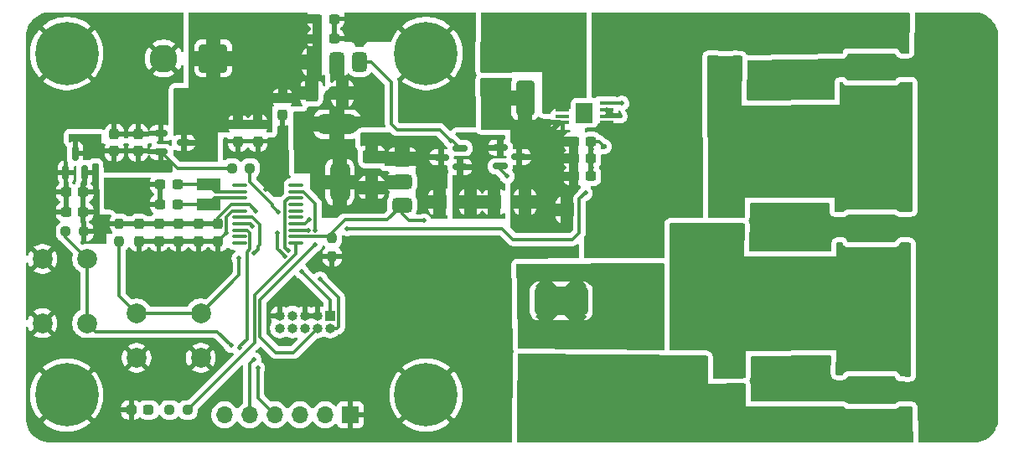
<source format=gbr>
%TF.GenerationSoftware,KiCad,Pcbnew,9.0.0*%
%TF.CreationDate,2025-08-28T16:21:24-07:00*%
%TF.ProjectId,Simple_12V_Panel,53696d70-6c65-45f3-9132-565f50616e65,rev?*%
%TF.SameCoordinates,Original*%
%TF.FileFunction,Copper,L1,Top*%
%TF.FilePolarity,Positive*%
%FSLAX46Y46*%
G04 Gerber Fmt 4.6, Leading zero omitted, Abs format (unit mm)*
G04 Created by KiCad (PCBNEW 9.0.0) date 2025-08-28 16:21:24*
%MOMM*%
%LPD*%
G01*
G04 APERTURE LIST*
G04 Aperture macros list*
%AMRoundRect*
0 Rectangle with rounded corners*
0 $1 Rounding radius*
0 $2 $3 $4 $5 $6 $7 $8 $9 X,Y pos of 4 corners*
0 Add a 4 corners polygon primitive as box body*
4,1,4,$2,$3,$4,$5,$6,$7,$8,$9,$2,$3,0*
0 Add four circle primitives for the rounded corners*
1,1,$1+$1,$2,$3*
1,1,$1+$1,$4,$5*
1,1,$1+$1,$6,$7*
1,1,$1+$1,$8,$9*
0 Add four rect primitives between the rounded corners*
20,1,$1+$1,$2,$3,$4,$5,0*
20,1,$1+$1,$4,$5,$6,$7,0*
20,1,$1+$1,$6,$7,$8,$9,0*
20,1,$1+$1,$8,$9,$2,$3,0*%
G04 Aperture macros list end*
%TA.AperFunction,SMDPad,CuDef*%
%ADD10R,4.775200X0.508000*%
%TD*%
%TA.AperFunction,SMDPad,CuDef*%
%ADD11R,4.775200X2.768600*%
%TD*%
%TA.AperFunction,SMDPad,CuDef*%
%ADD12R,1.358900X0.431800*%
%TD*%
%TA.AperFunction,SMDPad,CuDef*%
%ADD13R,1.701800X2.006600*%
%TD*%
%TA.AperFunction,SMDPad,CuDef*%
%ADD14RoundRect,0.237500X-0.250000X-0.237500X0.250000X-0.237500X0.250000X0.237500X-0.250000X0.237500X0*%
%TD*%
%TA.AperFunction,SMDPad,CuDef*%
%ADD15RoundRect,0.435000X2.265000X1.015000X-2.265000X1.015000X-2.265000X-1.015000X2.265000X-1.015000X0*%
%TD*%
%TA.AperFunction,SMDPad,CuDef*%
%ADD16RoundRect,0.150000X-0.512500X-0.150000X0.512500X-0.150000X0.512500X0.150000X-0.512500X0.150000X0*%
%TD*%
%TA.AperFunction,SMDPad,CuDef*%
%ADD17RoundRect,0.250000X0.625000X-0.400000X0.625000X0.400000X-0.625000X0.400000X-0.625000X-0.400000X0*%
%TD*%
%TA.AperFunction,SMDPad,CuDef*%
%ADD18RoundRect,0.375000X-0.375000X0.625000X-0.375000X-0.625000X0.375000X-0.625000X0.375000X0.625000X0*%
%TD*%
%TA.AperFunction,SMDPad,CuDef*%
%ADD19RoundRect,0.500000X-1.400000X0.500000X-1.400000X-0.500000X1.400000X-0.500000X1.400000X0.500000X0*%
%TD*%
%TA.AperFunction,SMDPad,CuDef*%
%ADD20RoundRect,0.375000X0.625000X0.375000X-0.625000X0.375000X-0.625000X-0.375000X0.625000X-0.375000X0*%
%TD*%
%TA.AperFunction,SMDPad,CuDef*%
%ADD21RoundRect,0.500000X0.500000X1.400000X-0.500000X1.400000X-0.500000X-1.400000X0.500000X-1.400000X0*%
%TD*%
%TA.AperFunction,ComponentPad*%
%ADD22C,6.400000*%
%TD*%
%TA.AperFunction,SMDPad,CuDef*%
%ADD23RoundRect,0.237500X-0.237500X0.250000X-0.237500X-0.250000X0.237500X-0.250000X0.237500X0.250000X0*%
%TD*%
%TA.AperFunction,SMDPad,CuDef*%
%ADD24RoundRect,0.250000X0.650000X-1.500000X0.650000X1.500000X-0.650000X1.500000X-0.650000X-1.500000X0*%
%TD*%
%TA.AperFunction,SMDPad,CuDef*%
%ADD25RoundRect,0.250000X-0.400000X-0.625000X0.400000X-0.625000X0.400000X0.625000X-0.400000X0.625000X0*%
%TD*%
%TA.AperFunction,SMDPad,CuDef*%
%ADD26RoundRect,0.237500X0.300000X0.237500X-0.300000X0.237500X-0.300000X-0.237500X0.300000X-0.237500X0*%
%TD*%
%TA.AperFunction,SMDPad,CuDef*%
%ADD27RoundRect,0.237500X-0.237500X0.300000X-0.237500X-0.300000X0.237500X-0.300000X0.237500X0.300000X0*%
%TD*%
%TA.AperFunction,SMDPad,CuDef*%
%ADD28R,2.387600X1.193800*%
%TD*%
%TA.AperFunction,ComponentPad*%
%ADD29C,2.000000*%
%TD*%
%TA.AperFunction,SMDPad,CuDef*%
%ADD30RoundRect,0.237500X-0.300000X-0.237500X0.300000X-0.237500X0.300000X0.237500X-0.300000X0.237500X0*%
%TD*%
%TA.AperFunction,SMDPad,CuDef*%
%ADD31RoundRect,0.237500X0.250000X0.237500X-0.250000X0.237500X-0.250000X-0.237500X0.250000X-0.237500X0*%
%TD*%
%TA.AperFunction,SMDPad,CuDef*%
%ADD32RoundRect,0.237500X0.237500X-0.300000X0.237500X0.300000X-0.237500X0.300000X-0.237500X-0.300000X0*%
%TD*%
%TA.AperFunction,SMDPad,CuDef*%
%ADD33RoundRect,0.150000X0.587500X0.150000X-0.587500X0.150000X-0.587500X-0.150000X0.587500X-0.150000X0*%
%TD*%
%TA.AperFunction,SMDPad,CuDef*%
%ADD34RoundRect,0.237500X-0.287500X-0.237500X0.287500X-0.237500X0.287500X0.237500X-0.287500X0.237500X0*%
%TD*%
%TA.AperFunction,ComponentPad*%
%ADD35RoundRect,0.250001X1.149999X1.149999X-1.149999X1.149999X-1.149999X-1.149999X1.149999X-1.149999X0*%
%TD*%
%TA.AperFunction,ComponentPad*%
%ADD36C,2.800000*%
%TD*%
%TA.AperFunction,SMDPad,CuDef*%
%ADD37RoundRect,0.100000X-0.637500X-0.100000X0.637500X-0.100000X0.637500X0.100000X-0.637500X0.100000X0*%
%TD*%
%TA.AperFunction,SMDPad,CuDef*%
%ADD38RoundRect,0.150000X0.150000X-0.587500X0.150000X0.587500X-0.150000X0.587500X-0.150000X-0.587500X0*%
%TD*%
%TA.AperFunction,ComponentPad*%
%ADD39R,1.700000X1.700000*%
%TD*%
%TA.AperFunction,ComponentPad*%
%ADD40O,1.700000X1.700000*%
%TD*%
%TA.AperFunction,SMDPad,CuDef*%
%ADD41RoundRect,0.150000X-0.587500X-0.150000X0.587500X-0.150000X0.587500X0.150000X-0.587500X0.150000X0*%
%TD*%
%TA.AperFunction,ComponentPad*%
%ADD42R,1.000000X1.000000*%
%TD*%
%TA.AperFunction,ComponentPad*%
%ADD43O,1.000000X1.000000*%
%TD*%
%TA.AperFunction,ViaPad*%
%ADD44C,0.500000*%
%TD*%
%TA.AperFunction,ViaPad*%
%ADD45C,1.500000*%
%TD*%
%TA.AperFunction,Conductor*%
%ADD46C,0.300000*%
%TD*%
%TA.AperFunction,Conductor*%
%ADD47C,0.500000*%
%TD*%
G04 APERTURE END LIST*
D10*
%TO.P,U9,1,1*%
%TO.N,/LED/LED_1*%
X196000000Y-84220000D03*
D11*
%TO.P,U9,2,2*%
%TO.N,/LED/Thermal_Pad*%
X196000000Y-86360000D03*
D10*
%TO.P,U9,3,3*%
%TO.N,Net-(R13-Pad1)*%
X196000000Y-88500000D03*
%TD*%
%TO.P,U8,1,1*%
%TO.N,Net-(R13-Pad1)*%
X196000000Y-100540000D03*
D11*
%TO.P,U8,2,2*%
%TO.N,/LED/Thermal_Pad*%
X196000000Y-102680000D03*
D10*
%TO.P,U8,3,3*%
%TO.N,Net-(R14-Pad1)*%
X196000000Y-104820000D03*
%TD*%
%TO.P,U7,1,1*%
%TO.N,Net-(R14-Pad1)*%
X196000000Y-116860000D03*
D11*
%TO.P,U7,2,2*%
%TO.N,/LED/Thermal_Pad*%
X196000000Y-119000000D03*
D10*
%TO.P,U7,3,3*%
%TO.N,Net-(L1-Pad1)*%
X196000000Y-121140000D03*
%TD*%
D12*
%TO.P,U2,1,ISENSE*%
%TO.N,/LED/LED_1*%
X169228850Y-91974979D03*
%TO.P,U2,2,GND*%
%TO.N,GND*%
X169228850Y-91324993D03*
%TO.P,U2,3,GND*%
X169228850Y-90675007D03*
%TO.P,U2,4,VSET*%
%TO.N,VSET*%
X169228850Y-90025021D03*
%TO.P,U2,5,LX*%
%TO.N,/LED/LX_1*%
X164771150Y-90025021D03*
%TO.P,U2,6,LX*%
X164771150Y-90675007D03*
%TO.P,U2,7,NC*%
%TO.N,unconnected-(U2-NC-Pad7)*%
X164771150Y-91324993D03*
%TO.P,U2,8,VIN*%
%TO.N,VLED*%
X164771150Y-91974979D03*
D13*
%TO.P,U2,EPAD*%
%TO.N,GND*%
X167000000Y-91000000D03*
%TD*%
D14*
%TO.P,R2,1*%
%TO.N,+5V*%
X131387500Y-96600000D03*
%TO.P,R2,2*%
%TO.N,VSET*%
X133212500Y-96600000D03*
%TD*%
D15*
%TO.P,L1,1,1*%
%TO.N,Net-(L1-Pad1)*%
X164650000Y-119925000D03*
%TO.P,L1,2,2*%
%TO.N,/LED/LX_1*%
X164650000Y-110025000D03*
%TD*%
D16*
%TO.P,U1,3,VI*%
%TO.N,VCC*%
X126500000Y-94000000D03*
%TO.P,U1,2,VO*%
%TO.N,+5V*%
X124225000Y-94950000D03*
%TO.P,U1,1,GND*%
%TO.N,GND*%
X124225000Y-93050000D03*
%TD*%
D17*
%TO.P,R13,1*%
%TO.N,Net-(R13-Pad1)*%
X181275000Y-87180000D03*
%TO.P,R13,2*%
%TO.N,/LED/LED_1*%
X181275000Y-84080000D03*
%TD*%
D18*
%TO.P,Q4,2,G*%
%TO.N,MOSFET*%
X144300000Y-85850000D03*
%TO.P,Q4,1,D*%
%TO.N,Net-(Q3-D)*%
X142000000Y-85850000D03*
D19*
X142000000Y-92150000D03*
D18*
%TO.P,Q4,3,S*%
%TO.N,VCC*%
X139700000Y-85850000D03*
%TD*%
D20*
%TO.P,Q3,2,G*%
%TO.N,MOSFET*%
X148587500Y-100300000D03*
%TO.P,Q3,1,D*%
%TO.N,Net-(Q3-D)*%
X148587500Y-98000000D03*
D21*
X142287500Y-98000000D03*
D20*
%TO.P,Q3,3,S*%
%TO.N,Net-(Q2-S)*%
X148587500Y-95700000D03*
%TD*%
D22*
%TO.P,H4,1,1*%
%TO.N,GND*%
X151000000Y-85000000D03*
%TD*%
%TO.P,H3,1,1*%
%TO.N,GND*%
X114700000Y-85000000D03*
%TD*%
%TO.P,H2,1,1*%
%TO.N,GND*%
X151000000Y-119500000D03*
%TD*%
%TO.P,H1,1,1*%
%TO.N,GND*%
X114700000Y-119500000D03*
%TD*%
D23*
%TO.P,R1,1*%
%TO.N,MOSFET*%
X141500000Y-103675000D03*
%TO.P,R1,2*%
%TO.N,GND*%
X141500000Y-105500000D03*
%TD*%
D24*
%TO.P,D5,1,K*%
%TO.N,VLED*%
X161000000Y-89500000D03*
%TO.P,D5,2,A*%
%TO.N,/LED/LX_1*%
X161000000Y-84500000D03*
%TD*%
D25*
%TO.P,R19,1*%
%TO.N,Net-(Q1-D)*%
X157887500Y-100000000D03*
%TO.P,R19,2*%
%TO.N,VLED*%
X160987500Y-100000000D03*
%TD*%
%TO.P,R18,1*%
%TO.N,Net-(Q2-S)*%
X152387500Y-100000000D03*
%TO.P,R18,2*%
%TO.N,Net-(Q1-D)*%
X155487500Y-100000000D03*
%TD*%
D17*
%TO.P,R17,1*%
%TO.N,Net-(Q3-D)*%
X145500000Y-98550000D03*
%TO.P,R17,2*%
%TO.N,Net-(Q2-S)*%
X145500000Y-95450000D03*
%TD*%
D25*
%TO.P,R16,1*%
%TO.N,VCC*%
X139450000Y-89000000D03*
%TO.P,R16,2*%
%TO.N,Net-(Q3-D)*%
X142550000Y-89000000D03*
%TD*%
D17*
%TO.P,R15,1*%
%TO.N,Net-(L1-Pad1)*%
X181275000Y-119820000D03*
%TO.P,R15,2*%
%TO.N,Net-(R14-Pad1)*%
X181275000Y-116720000D03*
%TD*%
%TO.P,R14,1*%
%TO.N,Net-(R14-Pad1)*%
X181275000Y-103500000D03*
%TO.P,R14,2*%
%TO.N,Net-(R13-Pad1)*%
X181275000Y-100400000D03*
%TD*%
D25*
%TO.P,R4,1*%
%TO.N,VLED*%
X165250000Y-100800000D03*
%TO.P,R4,2*%
%TO.N,/LED/LED_1*%
X168350000Y-100800000D03*
%TD*%
D26*
%TO.P,C24,1*%
%TO.N,+3V3*%
X116362500Y-101000000D03*
%TO.P,C24,2*%
%TO.N,GND*%
X114637500Y-101000000D03*
%TD*%
D27*
%TO.P,C20,1*%
%TO.N,+3V3*%
X128000000Y-102225000D03*
%TO.P,C20,2*%
%TO.N,GND*%
X128000000Y-103950000D03*
%TD*%
D28*
%TO.P,Y1,1,1*%
%TO.N,/MCU/OSC_OUT*%
X129000000Y-100228300D03*
%TO.P,Y1,2,2*%
%TO.N,/MCU/OSC_IN*%
X129000000Y-98221700D03*
%TD*%
D29*
%TO.P,SW1,1,1*%
%TO.N,GND*%
X112250000Y-112250000D03*
X112250000Y-105750000D03*
%TO.P,SW1,2,2*%
%TO.N,/MCU/NRST*%
X116750000Y-112250000D03*
X116750000Y-105750000D03*
%TD*%
D30*
%TO.P,C14,1*%
%TO.N,VLED*%
X165937500Y-95600000D03*
%TO.P,C14,2*%
%TO.N,GND*%
X167662500Y-95600000D03*
%TD*%
D27*
%TO.P,C18,1*%
%TO.N,+3V3*%
X124000000Y-102225000D03*
%TO.P,C18,2*%
%TO.N,GND*%
X124000000Y-103950000D03*
%TD*%
D30*
%TO.P,C13,1*%
%TO.N,VLED*%
X165937500Y-93900000D03*
%TO.P,C13,2*%
%TO.N,GND*%
X167662500Y-93900000D03*
%TD*%
D31*
%TO.P,R8,1*%
%TO.N,+3V3*%
X116412500Y-103000000D03*
%TO.P,R8,2*%
%TO.N,/MCU/NRST*%
X114587500Y-103000000D03*
%TD*%
D23*
%TO.P,R10,1*%
%TO.N,+3V3*%
X120000000Y-102175000D03*
%TO.P,R10,2*%
%TO.N,Net-(U5-PA6)*%
X120000000Y-104000000D03*
%TD*%
D27*
%TO.P,C29,1*%
%TO.N,VCC*%
X132000000Y-92137500D03*
%TO.P,C29,2*%
%TO.N,GND*%
X132000000Y-93862500D03*
%TD*%
%TO.P,C28,1*%
%TO.N,VCC*%
X134000000Y-92137500D03*
%TO.P,C28,2*%
%TO.N,GND*%
X134000000Y-93862500D03*
%TD*%
D32*
%TO.P,C27,1*%
%TO.N,+5V*%
X121902500Y-94862500D03*
%TO.P,C27,2*%
%TO.N,GND*%
X121902500Y-93137500D03*
%TD*%
D27*
%TO.P,C30,1*%
%TO.N,VCC*%
X136500000Y-89500000D03*
%TO.P,C30,2*%
%TO.N,GND*%
X136500000Y-91225000D03*
%TD*%
D33*
%TO.P,Q2,1,D*%
%TO.N,Net-(Q1-D)*%
X154437500Y-96450000D03*
%TO.P,Q2,2,G*%
%TO.N,MOSFET*%
X154437500Y-94550000D03*
%TO.P,Q2,3,S*%
%TO.N,Net-(Q2-S)*%
X152562500Y-95500000D03*
%TD*%
D14*
%TO.P,R9,1*%
%TO.N,Net-(D3-A)*%
X125087500Y-121000000D03*
%TO.P,R9,2*%
%TO.N,/MCU/STATUS_LED*%
X126912500Y-121000000D03*
%TD*%
D34*
%TO.P,D3,1,K*%
%TO.N,GND*%
X121212500Y-121000000D03*
%TO.P,D3,2,A*%
%TO.N,Net-(D3-A)*%
X122962500Y-121000000D03*
%TD*%
D27*
%TO.P,C17,1*%
%TO.N,+3V3*%
X122000000Y-102225000D03*
%TO.P,C17,2*%
%TO.N,GND*%
X122000000Y-103950000D03*
%TD*%
D30*
%TO.P,C22,1*%
%TO.N,GND*%
X124137500Y-98215000D03*
%TO.P,C22,2*%
%TO.N,/MCU/OSC_IN*%
X125862500Y-98215000D03*
%TD*%
D35*
%TO.P,J1,1,Pin_1*%
%TO.N,VCC*%
X129500000Y-85500000D03*
D36*
%TO.P,J1,2,Pin_2*%
%TO.N,GND*%
X124500000Y-85500000D03*
%TD*%
D30*
%TO.P,C31,1*%
%TO.N,VCC*%
X140000000Y-81500000D03*
%TO.P,C31,2*%
%TO.N,GND*%
X141725000Y-81500000D03*
%TD*%
%TO.P,C23,1*%
%TO.N,GND*%
X124137500Y-100225000D03*
%TO.P,C23,2*%
%TO.N,/MCU/OSC_OUT*%
X125862500Y-100225000D03*
%TD*%
D27*
%TO.P,C21,1*%
%TO.N,+3V3*%
X130000000Y-102225000D03*
%TO.P,C21,2*%
%TO.N,GND*%
X130000000Y-103950000D03*
%TD*%
D26*
%TO.P,C25,1*%
%TO.N,+3V3*%
X116362500Y-99000000D03*
%TO.P,C25,2*%
%TO.N,GND*%
X114637500Y-99000000D03*
%TD*%
D27*
%TO.P,C19,1*%
%TO.N,+3V3*%
X126000000Y-102225000D03*
%TO.P,C19,2*%
%TO.N,GND*%
X126000000Y-103950000D03*
%TD*%
D37*
%TO.P,U5,1,PB7*%
%TO.N,unconnected-(U5-PB7-Pad1)*%
X132137500Y-98300000D03*
%TO.P,U5,2,PC14*%
%TO.N,/MCU/OSC_IN*%
X132137500Y-98950000D03*
%TO.P,U5,3,PC15*%
%TO.N,/MCU/OSC_OUT*%
X132137500Y-99600000D03*
%TO.P,U5,4,VDD*%
%TO.N,+3V3*%
X132137500Y-100250000D03*
%TO.P,U5,5,VSS*%
%TO.N,GND*%
X132137500Y-100900000D03*
%TO.P,U5,6,PF2*%
%TO.N,/MCU/NRST*%
X132137500Y-101550000D03*
%TO.P,U5,7,PA0*%
%TO.N,/MCU/UART_TX*%
X132137500Y-102200000D03*
%TO.P,U5,8,PA1*%
%TO.N,/MCU/UART_RX*%
X132137500Y-102850000D03*
%TO.P,U5,9,PA2*%
%TO.N,unconnected-(U5-PA2-Pad9)*%
X132137500Y-103500000D03*
%TO.P,U5,10,PA3*%
%TO.N,unconnected-(U5-PA3-Pad10)*%
X132137500Y-104150000D03*
%TO.P,U5,11,PA4*%
%TO.N,/MCU/STATUS_LED*%
X137862500Y-104150000D03*
%TO.P,U5,12,PA5*%
%TO.N,MOSFET*%
X137862500Y-103500000D03*
%TO.P,U5,13,PA6*%
%TO.N,Net-(U5-PA6)*%
X137862500Y-102850000D03*
%TO.P,U5,14,PA7*%
%TO.N,VSET*%
X137862500Y-102200000D03*
%TO.P,U5,15,PA8*%
%TO.N,unconnected-(U5-PA8-Pad15)*%
X137862500Y-101550000D03*
%TO.P,U5,16,PA9/PA11*%
%TO.N,unconnected-(U5-PA9{slash}PA11-Pad16)*%
X137862500Y-100900000D03*
%TO.P,U5,17,PA10/PA12*%
%TO.N,unconnected-(U5-PA10{slash}PA12-Pad17)*%
X137862500Y-100250000D03*
%TO.P,U5,18,PA13*%
%TO.N,/MCU/SWDIO*%
X137862500Y-99600000D03*
%TO.P,U5,19,PA14*%
%TO.N,/MCU/SWCLK*%
X137862500Y-98950000D03*
%TO.P,U5,20,PB6*%
%TO.N,unconnected-(U5-PB6-Pad20)*%
X137862500Y-98300000D03*
%TD*%
D30*
%TO.P,C32,1*%
%TO.N,VCC*%
X140000000Y-83500000D03*
%TO.P,C32,2*%
%TO.N,GND*%
X141725000Y-83500000D03*
%TD*%
D38*
%TO.P,U10,1,GND*%
%TO.N,GND*%
X114600000Y-97000000D03*
%TO.P,U10,2,VO*%
%TO.N,+3V3*%
X116500000Y-97000000D03*
%TO.P,U10,3,VI*%
%TO.N,+5V*%
X115550000Y-95125000D03*
%TD*%
D29*
%TO.P,SW3,1,1*%
%TO.N,Net-(U5-PA6)*%
X121750000Y-111250000D03*
X128250000Y-111250000D03*
%TO.P,SW3,2,2*%
%TO.N,GND*%
X121750000Y-115750000D03*
X128250000Y-115750000D03*
%TD*%
D39*
%TO.P,J3,1,Pin_1*%
%TO.N,GND*%
X143350000Y-121500000D03*
D40*
%TO.P,J3,2,Pin_2*%
%TO.N,unconnected-(J3-Pin_2-Pad2)*%
X140810000Y-121500000D03*
%TO.P,J3,3,Pin_3*%
%TO.N,unconnected-(J3-Pin_3-Pad3)*%
X138270000Y-121500000D03*
%TO.P,J3,4,Pin_4*%
%TO.N,/MCU/UART_RX*%
X135730000Y-121500000D03*
%TO.P,J3,5,Pin_5*%
%TO.N,/MCU/UART_TX*%
X133190000Y-121500000D03*
%TO.P,J3,6,Pin_6*%
%TO.N,unconnected-(J3-Pin_6-Pad6)*%
X130650000Y-121500000D03*
%TD*%
D41*
%TO.P,Q1,1,D*%
%TO.N,Net-(Q1-D)*%
X158500000Y-94500000D03*
%TO.P,Q1,2,G*%
%TO.N,MOSFET*%
X158500000Y-96400000D03*
%TO.P,Q1,3,S*%
%TO.N,VLED*%
X160375000Y-95450000D03*
%TD*%
D42*
%TO.P,J4,1,VTref*%
%TO.N,+3V3*%
X141310000Y-111500000D03*
D43*
%TO.P,J4,2,SWDIO/TMS*%
%TO.N,/MCU/SWDIO*%
X141310000Y-112770000D03*
%TO.P,J4,3,GND*%
%TO.N,GND*%
X140040000Y-111500000D03*
%TO.P,J4,4,SWCLK/TCK*%
%TO.N,/MCU/SWCLK*%
X140040000Y-112770000D03*
%TO.P,J4,5,GND*%
%TO.N,GND*%
X138770000Y-111500000D03*
%TO.P,J4,6,SWO/TDO*%
%TO.N,unconnected-(J4-SWO{slash}TDO-Pad6)*%
X138770000Y-112770000D03*
%TO.P,J4,7,KEY*%
%TO.N,unconnected-(J4-KEY-Pad7)*%
X137500000Y-111500000D03*
%TO.P,J4,8,NC/TDI*%
%TO.N,unconnected-(J4-NC{slash}TDI-Pad8)*%
X137500000Y-112770000D03*
%TO.P,J4,9,GNDDetect*%
%TO.N,GND*%
X136230000Y-111500000D03*
%TO.P,J4,10,~{RESET}*%
%TO.N,/MCU/NRST*%
X136230000Y-112770000D03*
%TD*%
D30*
%TO.P,C11,1*%
%TO.N,VLED*%
X165937500Y-97400000D03*
%TO.P,C11,2*%
%TO.N,GND*%
X167662500Y-97400000D03*
%TD*%
D32*
%TO.P,C26,1*%
%TO.N,+5V*%
X119500000Y-94862500D03*
%TO.P,C26,2*%
%TO.N,GND*%
X119500000Y-93137500D03*
%TD*%
D44*
%TO.N,VSET*%
X170774979Y-90025021D03*
X167100000Y-99100000D03*
%TO.N,GND*%
X169000000Y-94400000D03*
X167700000Y-94700000D03*
X167700000Y-96500000D03*
%TO.N,VSET*%
X143000000Y-102700000D03*
X136100000Y-101000000D03*
X139200000Y-101800000D03*
%TO.N,VLED*%
X163500000Y-93000000D03*
%TO.N,GND*%
X119100000Y-99100000D03*
%TO.N,/LED/Thermal_Pad*%
X197500000Y-119500000D03*
X195500000Y-119500000D03*
X196500000Y-118500000D03*
X197500000Y-118500000D03*
X194500000Y-119500000D03*
X195500000Y-118500000D03*
X194500000Y-118500000D03*
X196500000Y-119500000D03*
X197500000Y-103200000D03*
X195500000Y-103200000D03*
X196500000Y-102200000D03*
X197500000Y-102200000D03*
X194500000Y-103200000D03*
X195500000Y-102200000D03*
X194500000Y-102200000D03*
X196500000Y-103200000D03*
X197500000Y-86900000D03*
X195500000Y-86900000D03*
X196500000Y-85900000D03*
X197500000Y-85900000D03*
X194500000Y-86900000D03*
X195500000Y-85900000D03*
X194500000Y-85900000D03*
X196500000Y-86900000D03*
%TO.N,GND*%
X166600000Y-91400000D03*
X167400000Y-90600000D03*
X166600000Y-90600000D03*
X167400000Y-91400000D03*
X137300000Y-114100000D03*
X150600000Y-109500000D03*
X119800000Y-120900000D03*
X125000000Y-109300000D03*
X122900000Y-98200000D03*
X122900000Y-100200000D03*
X134800000Y-98700000D03*
X136500000Y-92700000D03*
X133000000Y-95300000D03*
X143000000Y-82400000D03*
%TO.N,/MCU/NRST*%
X131300000Y-114500000D03*
%TO.N,Net-(U5-PA6)*%
X132100000Y-105700000D03*
X139099997Y-102900000D03*
%TO.N,/MCU/UART_RX*%
X134000000Y-116800000D03*
X132200000Y-114700000D03*
%TO.N,/MCU/UART_TX*%
X133600000Y-115900000D03*
X133475735Y-102424265D03*
%TO.N,GND*%
X165300000Y-105100000D03*
X159400000Y-104900000D03*
%TO.N,/MCU/SWDIO*%
X140300000Y-107800000D03*
X137074265Y-104925735D03*
%TO.N,GND*%
X130826000Y-103124000D03*
%TO.N,/MCU/NRST*%
X133600000Y-105200000D03*
%TO.N,+3V3*%
X138400000Y-107000000D03*
X136706046Y-105521065D03*
X136000000Y-103100000D03*
X133800000Y-100900000D03*
%TO.N,/MCU/SWCLK*%
X139800000Y-104300000D03*
X139800000Y-102900000D03*
%TO.N,MOSFET*%
X150800000Y-101900000D03*
X153500000Y-93800000D03*
X159200000Y-97400000D03*
%TO.N,GND*%
X170600000Y-91308079D03*
X113300000Y-97000000D03*
X123300000Y-114300000D03*
X113900000Y-110700000D03*
X143400000Y-119400000D03*
X124200000Y-91700000D03*
X141500000Y-106900000D03*
X138800000Y-109900000D03*
X136300000Y-109900000D03*
X121000000Y-105100000D03*
X122875000Y-105500000D03*
X129100000Y-105500000D03*
X127025000Y-105500000D03*
X124950000Y-105500000D03*
D45*
%TO.N,/LED/Thermal_Pad*%
X196000000Y-119000000D03*
X196000000Y-102680000D03*
X196000000Y-86360000D03*
X190470000Y-116700000D03*
X185470000Y-118900000D03*
X185470000Y-116700000D03*
X187970000Y-118900000D03*
X187970000Y-116700000D03*
X190470000Y-118900000D03*
X190260000Y-101380000D03*
X185260000Y-103580000D03*
X185260000Y-101380000D03*
X187760000Y-103580000D03*
X187760000Y-101380000D03*
X190260000Y-103580000D03*
X187430000Y-88750000D03*
X184930000Y-88750000D03*
X189930000Y-86550000D03*
X187430000Y-86550000D03*
X184930000Y-86550000D03*
X189930000Y-88750000D03*
X202700000Y-120700000D03*
X206700000Y-116700000D03*
X202700000Y-116700000D03*
X206700000Y-112700000D03*
X202700000Y-112700000D03*
X206700000Y-108700000D03*
X202700000Y-108700000D03*
X206700000Y-104700000D03*
X202700000Y-104700000D03*
X206700000Y-100700000D03*
X202700000Y-100700000D03*
X206700000Y-96700000D03*
X202700000Y-96700000D03*
X206700000Y-92700000D03*
X202700000Y-92700000D03*
X206700000Y-88700000D03*
X202700000Y-88700000D03*
X206700000Y-84700000D03*
X202700000Y-84700000D03*
X206700000Y-120700000D03*
%TO.N,/LED/LX_1*%
X163062500Y-113875000D03*
X166050000Y-113875000D03*
X169600000Y-107900000D03*
X169600000Y-113875000D03*
X169600000Y-110887500D03*
X172875000Y-113875000D03*
X172875000Y-110887500D03*
X172875000Y-107900000D03*
X157975000Y-82587500D03*
X157975000Y-84875000D03*
X164825000Y-86900000D03*
X164825000Y-84612500D03*
X164825000Y-82325000D03*
D44*
%TO.N,VLED*%
X163100000Y-92000000D03*
%TD*%
D46*
%TO.N,VSET*%
X166500000Y-99700000D02*
X167100000Y-99100000D01*
X166500000Y-99938846D02*
X166500000Y-99700000D01*
%TO.N,GND*%
X168500000Y-93900000D02*
X169000000Y-94400000D01*
X167662500Y-93900000D02*
X168500000Y-93900000D01*
%TO.N,VSET*%
X170774979Y-90025021D02*
X169228850Y-90025021D01*
X166500000Y-103100000D02*
X166500000Y-99938846D01*
X165800000Y-103800000D02*
X166500000Y-103100000D01*
X159800000Y-103800000D02*
X165800000Y-103800000D01*
X158700000Y-102700000D02*
X159800000Y-103800000D01*
X143000000Y-102700000D02*
X158700000Y-102700000D01*
X133212500Y-97996918D02*
X133212500Y-96600000D01*
X135500000Y-100284418D02*
X133212500Y-97996918D01*
X135500000Y-100400000D02*
X135500000Y-100284418D01*
X136100000Y-101000000D02*
X135500000Y-100400000D01*
%TO.N,+5V*%
X125875000Y-96600000D02*
X124225000Y-94950000D01*
X131387500Y-96600000D02*
X125875000Y-96600000D01*
%TO.N,VSET*%
X138800000Y-102200000D02*
X139200000Y-101800000D01*
X137862500Y-102200000D02*
X138800000Y-102200000D01*
%TO.N,Net-(U5-PA6)*%
X138650000Y-102850000D02*
X137862500Y-102850000D01*
X138700000Y-102900000D02*
X138650000Y-102850000D01*
X139099997Y-102900000D02*
X138700000Y-102900000D01*
D47*
%TO.N,VLED*%
X163608107Y-91991893D02*
X163600000Y-92000000D01*
X164508107Y-91991893D02*
X163608107Y-91991893D01*
X163500000Y-93000000D02*
X164508107Y-91991893D01*
X163600000Y-92000000D02*
X163100000Y-92000000D01*
D46*
%TO.N,/MCU/NRST*%
X116750000Y-112250000D02*
X116750000Y-105750000D01*
X114587500Y-103587500D02*
X114587500Y-103000000D01*
X116750000Y-105750000D02*
X114587500Y-103587500D01*
%TO.N,Net-(U5-PA6)*%
X121750000Y-111250000D02*
X128250000Y-111250000D01*
X120000000Y-109500000D02*
X120000000Y-104000000D01*
X121750000Y-111250000D02*
X120000000Y-109500000D01*
%TO.N,/MCU/NRST*%
X117600000Y-113100000D02*
X116750000Y-112250000D01*
X129900000Y-113100000D02*
X117600000Y-113100000D01*
X131300000Y-114500000D02*
X129900000Y-113100000D01*
%TO.N,Net-(U5-PA6)*%
X132100000Y-107400000D02*
X128250000Y-111250000D01*
X132100000Y-105700000D02*
X132100000Y-107400000D01*
%TO.N,/MCU/UART_RX*%
X134000000Y-119770000D02*
X135730000Y-121500000D01*
X134000000Y-116800000D02*
X134000000Y-119770000D01*
X132200000Y-114600000D02*
X132200000Y-114700000D01*
X132900000Y-105050058D02*
X132900000Y-113900000D01*
X133226000Y-104724058D02*
X132900000Y-105050058D01*
X133226000Y-103126000D02*
X133226000Y-104724058D01*
X132900000Y-113900000D02*
X132200000Y-114600000D01*
X132950000Y-102850000D02*
X133226000Y-103126000D01*
X132137500Y-102850000D02*
X132950000Y-102850000D01*
%TO.N,/MCU/UART_TX*%
X133190000Y-116310000D02*
X133190000Y-121500000D01*
X133600000Y-115900000D02*
X133190000Y-116310000D01*
X133251470Y-102200000D02*
X133475735Y-102424265D01*
X132137500Y-102200000D02*
X133251470Y-102200000D01*
%TO.N,/MCU/NRST*%
X134000000Y-104800000D02*
X133600000Y-105200000D01*
X134200000Y-102300000D02*
X134200000Y-104300000D01*
X133450000Y-101550000D02*
X134200000Y-102300000D01*
X134200000Y-104300000D02*
X134000000Y-104500000D01*
X132137500Y-101550000D02*
X133450000Y-101550000D01*
X134000000Y-104500000D02*
X134000000Y-104800000D01*
%TO.N,/MCU/STATUS_LED*%
X133699000Y-114213500D02*
X126912500Y-121000000D01*
X133699000Y-109401000D02*
X133699000Y-114213500D01*
X137862500Y-105237500D02*
X133699000Y-109401000D01*
X137862500Y-104150000D02*
X137862500Y-105237500D01*
%TO.N,+3V3*%
X136000000Y-104700000D02*
X136000000Y-103100000D01*
X136706046Y-105521065D02*
X136706046Y-105406046D01*
X136706046Y-105406046D02*
X136000000Y-104700000D01*
%TO.N,/MCU/SWDIO*%
X142017106Y-112770000D02*
X141310000Y-112770000D01*
X142161000Y-112626106D02*
X142017106Y-112770000D01*
X142161000Y-109661000D02*
X142161000Y-112626106D01*
X140300000Y-107800000D02*
X142161000Y-109661000D01*
X136774000Y-104625470D02*
X137074265Y-104925735D01*
X137125001Y-99600000D02*
X136774000Y-99951001D01*
X136774000Y-99951001D02*
X136774000Y-104625470D01*
X137862500Y-99600000D02*
X137125001Y-99600000D01*
%TO.N,GND*%
X130826000Y-103124000D02*
X130000000Y-103950000D01*
X130826000Y-101483418D02*
X130826000Y-103124000D01*
X132137500Y-100900000D02*
X131409418Y-100900000D01*
X131409418Y-100900000D02*
X130826000Y-101483418D01*
%TO.N,+3V3*%
X141310000Y-109910000D02*
X141310000Y-111500000D01*
X138400000Y-107000000D02*
X141310000Y-109910000D01*
X133150000Y-100250000D02*
X133800000Y-100900000D01*
X132137500Y-100250000D02*
X133150000Y-100250000D01*
%TO.N,/MCU/SWCLK*%
X137610000Y-115200000D02*
X140040000Y-112770000D01*
X134200000Y-113600000D02*
X135800000Y-115200000D01*
X135800000Y-115200000D02*
X137610000Y-115200000D01*
X134200000Y-109900000D02*
X134200000Y-113600000D01*
X139800000Y-104300000D02*
X134200000Y-109900000D01*
X139800000Y-100150001D02*
X139800000Y-102900000D01*
X138599999Y-98950000D02*
X139800000Y-100150001D01*
X137862500Y-98950000D02*
X138599999Y-98950000D01*
%TO.N,MOSFET*%
X141500000Y-103675000D02*
X141325000Y-103500000D01*
X141325000Y-103500000D02*
X137862500Y-103500000D01*
X148587500Y-101187500D02*
X148587500Y-100300000D01*
X149300000Y-101900000D02*
X148587500Y-101187500D01*
X150800000Y-101900000D02*
X149300000Y-101900000D01*
X141500000Y-103100000D02*
X141500000Y-103675000D01*
X147087500Y-101800000D02*
X142800000Y-101800000D01*
X142800000Y-101800000D02*
X141500000Y-103100000D01*
X148587500Y-100300000D02*
X147087500Y-101800000D01*
X145450000Y-85850000D02*
X144300000Y-85850000D01*
X147500000Y-92100000D02*
X147500000Y-87900000D01*
X148100000Y-92700000D02*
X147500000Y-92100000D01*
X153500000Y-93800000D02*
X152400000Y-92700000D01*
X152400000Y-92700000D02*
X148100000Y-92700000D01*
X147500000Y-87900000D02*
X145450000Y-85850000D01*
X153500000Y-93800000D02*
X153687500Y-93800000D01*
X153687500Y-93800000D02*
X154437500Y-94550000D01*
X158500000Y-96700000D02*
X159200000Y-97400000D01*
X158500000Y-96400000D02*
X158500000Y-96700000D01*
D47*
%TO.N,GND*%
X169861922Y-91308079D02*
X169245764Y-90691921D01*
X170600000Y-91308079D02*
X169861922Y-91308079D01*
X170600000Y-91308079D02*
X169228850Y-91308079D01*
D46*
%TO.N,+3V3*%
X131350000Y-100250000D02*
X130000000Y-101600000D01*
X132137500Y-100250000D02*
X131350000Y-100250000D01*
X130000000Y-101600000D02*
X130000000Y-102225000D01*
%TO.N,/MCU/OSC_OUT*%
X125865800Y-100228300D02*
X125862500Y-100225000D01*
X129000000Y-100228300D02*
X125865800Y-100228300D01*
X129628300Y-99600000D02*
X129000000Y-100228300D01*
X132137500Y-99600000D02*
X129628300Y-99600000D01*
%TO.N,/MCU/OSC_IN*%
X129728300Y-98950000D02*
X132137500Y-98950000D01*
X129000000Y-98221700D02*
X129728300Y-98950000D01*
X128993300Y-98215000D02*
X129000000Y-98221700D01*
X125862500Y-98215000D02*
X128993300Y-98215000D01*
%TD*%
%TA.AperFunction,Conductor*%
%TO.N,/LED/Thermal_Pad*%
G36*
X206331754Y-80823365D02*
G01*
X206621808Y-80840912D01*
X206636672Y-80842717D01*
X206714197Y-80856924D01*
X206918815Y-80894424D01*
X206933329Y-80898001D01*
X207207187Y-80983341D01*
X207221180Y-80988649D01*
X207482737Y-81106369D01*
X207495996Y-81113328D01*
X207741455Y-81261716D01*
X207753778Y-81270222D01*
X207979565Y-81447118D01*
X207990773Y-81457048D01*
X208193583Y-81659862D01*
X208203513Y-81671070D01*
X208380408Y-81896866D01*
X208388913Y-81909189D01*
X208537294Y-82154645D01*
X208544253Y-82167904D01*
X208661967Y-82429463D01*
X208667277Y-82443464D01*
X208752607Y-82717310D01*
X208756190Y-82731849D01*
X208807888Y-83013974D01*
X208809693Y-83028839D01*
X208827295Y-83319901D01*
X208827521Y-83327384D01*
X208827521Y-83359123D01*
X208827521Y-83388525D01*
X208827521Y-83388527D01*
X208827522Y-83398519D01*
X208827522Y-121818878D01*
X208827296Y-121826367D01*
X208809746Y-122116425D01*
X208807941Y-122131288D01*
X208756236Y-122413422D01*
X208752652Y-122427962D01*
X208667316Y-122701803D01*
X208662006Y-122715803D01*
X208544287Y-122977361D01*
X208537328Y-122990620D01*
X208388939Y-123236081D01*
X208380433Y-123248404D01*
X208203536Y-123474193D01*
X208193607Y-123485400D01*
X207990792Y-123688215D01*
X207979584Y-123698145D01*
X207753793Y-123875041D01*
X207741470Y-123883547D01*
X207496007Y-124031935D01*
X207482748Y-124038894D01*
X207221184Y-124156614D01*
X207207184Y-124161923D01*
X206933349Y-124247255D01*
X206918810Y-124250839D01*
X206636676Y-124302543D01*
X206621812Y-124304348D01*
X206384209Y-124318722D01*
X206331469Y-124321913D01*
X206323988Y-124322139D01*
X200860905Y-124322139D01*
X200793866Y-124302454D01*
X200748111Y-124249650D01*
X200738874Y-124189790D01*
X200737325Y-124189711D01*
X200737550Y-124185295D01*
X200723158Y-123480096D01*
X200667878Y-120771372D01*
X200655210Y-120668768D01*
X200643939Y-120619586D01*
X200610657Y-120521695D01*
X200532655Y-120400794D01*
X200532647Y-120400784D01*
X200486815Y-120348080D01*
X200486801Y-120348066D01*
X200377900Y-120254042D01*
X200377899Y-120254041D01*
X200246915Y-120194504D01*
X200246909Y-120194502D01*
X200246906Y-120194501D01*
X200179843Y-120174939D01*
X200179832Y-120174937D01*
X200037396Y-120154717D01*
X200037388Y-120154716D01*
X198865623Y-120156802D01*
X198776322Y-120164916D01*
X198776301Y-120164918D01*
X198733210Y-120172735D01*
X198733195Y-120172738D01*
X198646769Y-120196492D01*
X198520484Y-120265450D01*
X198520479Y-120265453D01*
X198464565Y-120307311D01*
X198464544Y-120307329D01*
X198428896Y-120342979D01*
X198367574Y-120376465D01*
X198341214Y-120379299D01*
X193662465Y-120379299D01*
X193595426Y-120359614D01*
X193578051Y-120346130D01*
X193551844Y-120321774D01*
X193551837Y-120321768D01*
X193480257Y-120266316D01*
X193453252Y-120254041D01*
X193349274Y-120206779D01*
X193349272Y-120206778D01*
X193349269Y-120206777D01*
X193284459Y-120187872D01*
X193282802Y-120187354D01*
X193282204Y-120187213D01*
X193139750Y-120166990D01*
X193139746Y-120166989D01*
X183924421Y-120183387D01*
X183857346Y-120163822D01*
X183811497Y-120111099D01*
X183800204Y-120060435D01*
X183786538Y-118440967D01*
X183773518Y-118331167D01*
X183761351Y-118278638D01*
X183724772Y-118174299D01*
X183701761Y-118139900D01*
X183680848Y-118073236D01*
X183692032Y-118019446D01*
X183745338Y-117902726D01*
X183765023Y-117835687D01*
X183765024Y-117835683D01*
X183785500Y-117693267D01*
X183785500Y-115706685D01*
X183805185Y-115639646D01*
X183857989Y-115593891D01*
X183908414Y-115582690D01*
X191816365Y-115513624D01*
X191883573Y-115532722D01*
X191929787Y-115585124D01*
X191941407Y-115640757D01*
X191897813Y-117362711D01*
X191897813Y-117362724D01*
X191906843Y-117471478D01*
X191906845Y-117471493D01*
X191916944Y-117523725D01*
X191949109Y-117628020D01*
X192024322Y-117750670D01*
X192068944Y-117804419D01*
X192068949Y-117804424D01*
X192068952Y-117804427D01*
X192068954Y-117804429D01*
X192103526Y-117835687D01*
X192175679Y-117900925D01*
X192293290Y-117957665D01*
X192305265Y-117963442D01*
X192371874Y-117984537D01*
X192513826Y-118008014D01*
X192530599Y-118008368D01*
X193017012Y-118018636D01*
X193017038Y-118018635D01*
X193017041Y-118018636D01*
X193040405Y-118018590D01*
X193051868Y-118018302D01*
X193051887Y-118018301D01*
X193051890Y-118018301D01*
X193054177Y-118018190D01*
X193075233Y-118017173D01*
X193215825Y-117986590D01*
X193281290Y-117962173D01*
X193281295Y-117962171D01*
X193281302Y-117962166D01*
X193281305Y-117962166D01*
X193339077Y-117930618D01*
X193407575Y-117893215D01*
X193509313Y-117791476D01*
X193551184Y-117735542D01*
X193551186Y-117735539D01*
X193578631Y-117685274D01*
X193628035Y-117635869D01*
X193687464Y-117620700D01*
X198291070Y-117620700D01*
X198358109Y-117640385D01*
X198403864Y-117693189D01*
X198408287Y-117704251D01*
X198429178Y-117764800D01*
X198504392Y-117887452D01*
X198549014Y-117941201D01*
X198549019Y-117941206D01*
X198549022Y-117941209D01*
X198549024Y-117941211D01*
X198622909Y-118008014D01*
X198655749Y-118037707D01*
X198773360Y-118094447D01*
X198785335Y-118100224D01*
X198851944Y-118121319D01*
X198993896Y-118144796D01*
X199071061Y-118146424D01*
X199842705Y-118162714D01*
X199842706Y-118162713D01*
X199842715Y-118162714D01*
X199955617Y-118152381D01*
X200009745Y-118141203D01*
X200117504Y-118105968D01*
X200238543Y-118028180D01*
X200291347Y-117982425D01*
X200385567Y-117873691D01*
X200445338Y-117742814D01*
X200465023Y-117675775D01*
X200465024Y-117675771D01*
X200485500Y-117533355D01*
X200485500Y-104223176D01*
X200474303Y-104117370D01*
X200463438Y-104066611D01*
X200456236Y-104044606D01*
X200430343Y-103965495D01*
X200430341Y-103965490D01*
X200353363Y-103843938D01*
X200353362Y-103843937D01*
X200353361Y-103843935D01*
X200307958Y-103790827D01*
X200307955Y-103790824D01*
X200307953Y-103790822D01*
X200199855Y-103695887D01*
X200069371Y-103635242D01*
X200007712Y-103616690D01*
X200005745Y-103616002D01*
X200002473Y-103615114D01*
X199937188Y-103605283D01*
X199860194Y-103593690D01*
X199860191Y-103593689D01*
X199860188Y-103593689D01*
X199001194Y-103587971D01*
X199001184Y-103587971D01*
X199001167Y-103587971D01*
X198989316Y-103588124D01*
X198981398Y-103588226D01*
X198971768Y-103588538D01*
X198952083Y-103589561D01*
X198811484Y-103620149D01*
X198746027Y-103644565D01*
X198746024Y-103644566D01*
X198619746Y-103713521D01*
X198518020Y-103815249D01*
X198518003Y-103815268D01*
X198481226Y-103864397D01*
X198481221Y-103864404D01*
X198476143Y-103871189D01*
X198476140Y-103871193D01*
X198408430Y-103995196D01*
X198408206Y-103995601D01*
X198383617Y-104019795D01*
X198359284Y-104044130D01*
X198358748Y-104044266D01*
X198358404Y-104044606D01*
X198352954Y-104045745D01*
X198299856Y-104059299D01*
X193705757Y-104059299D01*
X193638718Y-104039614D01*
X193592963Y-103986810D01*
X193588990Y-103977029D01*
X193568548Y-103919806D01*
X193568544Y-103919800D01*
X193568543Y-103919797D01*
X193491573Y-103798258D01*
X193491572Y-103798256D01*
X193446164Y-103745142D01*
X193430942Y-103731774D01*
X193338059Y-103650201D01*
X193207582Y-103589560D01*
X193207580Y-103589559D01*
X193140670Y-103569428D01*
X193140521Y-103569406D01*
X192998392Y-103548005D01*
X192998393Y-103548005D01*
X192615821Y-103545458D01*
X192599909Y-103545353D01*
X192599908Y-103545353D01*
X192599903Y-103545353D01*
X192487349Y-103557275D01*
X192433481Y-103569193D01*
X192433461Y-103569198D01*
X192326398Y-103605860D01*
X192326397Y-103605861D01*
X192206436Y-103685299D01*
X192154262Y-103731774D01*
X192061541Y-103841789D01*
X192061538Y-103841794D01*
X192003568Y-103973474D01*
X192003566Y-103973478D01*
X191984804Y-104040771D01*
X191984803Y-104040776D01*
X191966279Y-104183462D01*
X191975786Y-104877431D01*
X191957022Y-104944733D01*
X191904850Y-104991207D01*
X191851532Y-105003129D01*
X183796782Y-104985863D01*
X183729785Y-104966034D01*
X183684143Y-104913133D01*
X183673057Y-104860382D01*
X183685748Y-103798256D01*
X183704012Y-102269610D01*
X183693318Y-102159972D01*
X183682308Y-102107390D01*
X183648117Y-102002668D01*
X183618677Y-101956492D01*
X183617097Y-101951036D01*
X183613167Y-101946936D01*
X183607483Y-101917849D01*
X183599237Y-101889382D01*
X183600571Y-101882476D01*
X183599768Y-101878363D01*
X183605584Y-101856542D01*
X183608000Y-101844043D01*
X183609150Y-101841148D01*
X183665371Y-101718039D01*
X183685055Y-101650999D01*
X183685056Y-101650996D01*
X183705530Y-101508580D01*
X183705510Y-100229502D01*
X183725194Y-100162462D01*
X183777997Y-100116706D01*
X183829510Y-100105500D01*
X191647616Y-100105500D01*
X191714655Y-100125185D01*
X191760410Y-100177989D01*
X191771537Y-100233926D01*
X191749423Y-100853131D01*
X191758969Y-100970560D01*
X191758969Y-100970566D01*
X191770256Y-101026847D01*
X191770263Y-101026871D01*
X191806737Y-101138903D01*
X191806738Y-101138905D01*
X191806739Y-101138907D01*
X191884910Y-101259700D01*
X191884913Y-101259703D01*
X191930826Y-101312353D01*
X191930835Y-101312362D01*
X191978942Y-101353781D01*
X192039867Y-101406236D01*
X192170934Y-101465591D01*
X192238035Y-101485063D01*
X192380514Y-101505088D01*
X193150607Y-101502651D01*
X193239528Y-101494483D01*
X193282464Y-101486668D01*
X193368575Y-101462976D01*
X193494859Y-101394027D01*
X193550795Y-101352158D01*
X193550831Y-101352131D01*
X193560848Y-101342112D01*
X193574215Y-101330528D01*
X193581031Y-101325426D01*
X193646498Y-101301015D01*
X193655333Y-101300700D01*
X198344664Y-101300700D01*
X198411703Y-101320385D01*
X198418978Y-101325436D01*
X198423422Y-101328763D01*
X198431898Y-101335713D01*
X198432639Y-101336377D01*
X198433261Y-101336935D01*
X198441736Y-101343742D01*
X198454212Y-101353765D01*
X198454228Y-101353777D01*
X198454233Y-101353781D01*
X198498853Y-101385797D01*
X198629920Y-101445152D01*
X198697021Y-101464624D01*
X198839500Y-101484649D01*
X200027992Y-101480888D01*
X200134625Y-101469168D01*
X200185744Y-101457963D01*
X200287504Y-101424005D01*
X200408543Y-101346217D01*
X200461347Y-101300462D01*
X200555567Y-101191728D01*
X200615338Y-101060851D01*
X200635023Y-100993812D01*
X200635024Y-100993808D01*
X200655500Y-100851392D01*
X200655500Y-87974419D01*
X200643766Y-87866135D01*
X200632386Y-87814243D01*
X200597727Y-87710982D01*
X200519531Y-87590206D01*
X200473598Y-87537557D01*
X200378099Y-87455370D01*
X200364544Y-87443704D01*
X200285609Y-87407977D01*
X200233465Y-87384376D01*
X200233463Y-87384375D01*
X200233460Y-87384374D01*
X200166365Y-87364919D01*
X200166361Y-87364918D01*
X200166360Y-87364918D01*
X200166358Y-87364918D01*
X200157987Y-87363729D01*
X200157785Y-87363715D01*
X200023868Y-87344922D01*
X198964798Y-87348500D01*
X198947607Y-87348850D01*
X198939217Y-87349164D01*
X198922049Y-87350099D01*
X198922047Y-87350100D01*
X198781445Y-87380688D01*
X198715988Y-87405104D01*
X198715985Y-87405105D01*
X198675731Y-87427086D01*
X198602076Y-87467306D01*
X198589707Y-87474060D01*
X198487981Y-87575788D01*
X198487964Y-87575807D01*
X198451343Y-87624727D01*
X198451336Y-87624737D01*
X198446104Y-87631728D01*
X198446097Y-87631737D01*
X198421998Y-87675873D01*
X198421346Y-87677010D01*
X198397022Y-87700327D01*
X198373221Y-87724130D01*
X198371820Y-87724487D01*
X198370909Y-87725361D01*
X198360176Y-87727459D01*
X198313792Y-87739299D01*
X193682726Y-87739299D01*
X193615687Y-87719614D01*
X193578639Y-87682692D01*
X193534034Y-87613801D01*
X193534032Y-87613798D01*
X193488102Y-87561154D01*
X193488099Y-87561151D01*
X193460682Y-87537556D01*
X193379055Y-87467306D01*
X193247977Y-87407977D01*
X193247974Y-87407976D01*
X193247965Y-87407972D01*
X193180883Y-87388521D01*
X193180868Y-87388517D01*
X193180867Y-87388517D01*
X193113844Y-87379111D01*
X193038376Y-87368521D01*
X192872398Y-87369082D01*
X192800481Y-87374471D01*
X192800451Y-87374474D01*
X192765558Y-87379613D01*
X192765545Y-87379615D01*
X192695169Y-87395172D01*
X192673756Y-87405036D01*
X192673755Y-87405035D01*
X192667752Y-87407800D01*
X192610588Y-87427086D01*
X192573065Y-87451425D01*
X192564955Y-87455162D01*
X192564954Y-87455162D01*
X192564502Y-87455370D01*
X192564454Y-87455396D01*
X192543439Y-87469004D01*
X192543430Y-87469010D01*
X192517793Y-87485606D01*
X192517741Y-87485642D01*
X192505800Y-87493375D01*
X192500449Y-87498041D01*
X192495647Y-87501486D01*
X192494797Y-87501783D01*
X192490884Y-87504736D01*
X192489878Y-87505388D01*
X192482756Y-87511613D01*
X192482755Y-87511612D01*
X192471006Y-87521881D01*
X192470155Y-87522626D01*
X192470148Y-87522633D01*
X192437264Y-87551373D01*
X192437239Y-87551398D01*
X192436897Y-87551797D01*
X192424379Y-87564409D01*
X192397409Y-87587940D01*
X192397408Y-87587941D01*
X192397407Y-87587941D01*
X192377776Y-87618713D01*
X192367303Y-87632815D01*
X192343512Y-87660512D01*
X192343510Y-87660515D01*
X192328775Y-87693148D01*
X192322671Y-87704939D01*
X192321509Y-87706915D01*
X192320027Y-87709239D01*
X192319637Y-87710099D01*
X192319626Y-87710119D01*
X192310019Y-87731348D01*
X192310016Y-87731353D01*
X192296400Y-87761432D01*
X192296374Y-87761498D01*
X192291203Y-87772924D01*
X192289280Y-87779550D01*
X192287186Y-87784882D01*
X192286615Y-87785617D01*
X192284806Y-87790525D01*
X192284304Y-87791636D01*
X192284303Y-87791640D01*
X192265164Y-87857866D01*
X192265160Y-87857884D01*
X192264900Y-87858787D01*
X192264523Y-87861483D01*
X192264125Y-87863739D01*
X192263690Y-87864613D01*
X192261115Y-87876672D01*
X192251146Y-87911046D01*
X192251266Y-87947585D01*
X192250080Y-87965105D01*
X192245038Y-88001280D01*
X192245038Y-88001286D01*
X192251799Y-89573171D01*
X192232403Y-89640294D01*
X192179796Y-89686276D01*
X192128430Y-89697702D01*
X183553918Y-89741271D01*
X183486779Y-89721928D01*
X183440757Y-89669357D01*
X183429290Y-89616533D01*
X183429880Y-89517713D01*
X183452220Y-85775603D01*
X183472305Y-85708684D01*
X183525381Y-85663245D01*
X183574905Y-85652352D01*
X192994603Y-85552903D01*
X193086038Y-85543582D01*
X193115956Y-85537746D01*
X193130111Y-85534986D01*
X193130113Y-85534985D01*
X193130115Y-85534985D01*
X193218366Y-85509256D01*
X193343404Y-85438074D01*
X193398586Y-85395218D01*
X193398589Y-85395215D01*
X193498508Y-85291688D01*
X193565212Y-85164204D01*
X193588103Y-85099340D01*
X193588102Y-85099339D01*
X193588194Y-85099077D01*
X193588196Y-85099078D01*
X193588371Y-85098583D01*
X193588494Y-85098234D01*
X193588496Y-85098223D01*
X193588631Y-85097841D01*
X193588890Y-85097108D01*
X193588914Y-85097041D01*
X193600776Y-85063431D01*
X193641650Y-85006765D01*
X193706671Y-84981192D01*
X193717707Y-84980700D01*
X198294942Y-84980700D01*
X198361981Y-85000385D01*
X198407736Y-85053189D01*
X198411163Y-85061474D01*
X198412258Y-85064417D01*
X198435690Y-85127439D01*
X198514746Y-85247645D01*
X198514749Y-85247649D01*
X198514750Y-85247650D01*
X198555441Y-85293621D01*
X198555675Y-85293925D01*
X198561057Y-85299968D01*
X198592002Y-85326215D01*
X198670787Y-85393040D01*
X198802289Y-85451425D01*
X198869533Y-85470401D01*
X199012157Y-85489373D01*
X199733198Y-85481761D01*
X199836804Y-85469910D01*
X199886496Y-85458943D01*
X199985463Y-85426087D01*
X200106854Y-85348848D01*
X200159864Y-85303333D01*
X200254576Y-85195024D01*
X200314938Y-85064417D01*
X200334926Y-84997467D01*
X200334926Y-84997466D01*
X200356047Y-84855144D01*
X200373717Y-80949987D01*
X200373716Y-80949985D01*
X200373732Y-80946631D01*
X200375676Y-80946639D01*
X200389791Y-80886102D01*
X200439924Y-80837436D01*
X200497728Y-80823139D01*
X206262126Y-80823139D01*
X206324266Y-80823139D01*
X206331754Y-80823365D01*
G37*
%TD.AperFunction*%
%TD*%
%TA.AperFunction,Conductor*%
%TO.N,Net-(L1-Pad1)*%
G36*
X179347487Y-115528533D02*
G01*
X179414283Y-115549018D01*
X179459403Y-115602366D01*
X179470000Y-115652524D01*
X179470000Y-118390000D01*
X183154784Y-118322300D01*
X183222172Y-118340750D01*
X183268889Y-118392704D01*
X183281056Y-118445233D01*
X183299747Y-120660000D01*
X183300000Y-120690000D01*
X183300000Y-120689999D01*
X183300001Y-120690000D01*
X183318224Y-120689967D01*
X193140646Y-120672489D01*
X193207718Y-120692054D01*
X193240130Y-120722177D01*
X193254855Y-120741847D01*
X193370064Y-120828093D01*
X193370071Y-120828097D01*
X193504917Y-120878391D01*
X193504916Y-120878391D01*
X193511844Y-120879135D01*
X193564527Y-120884800D01*
X198435472Y-120884799D01*
X198495083Y-120878391D01*
X198629931Y-120828096D01*
X198745146Y-120741846D01*
X198767496Y-120711989D01*
X198823425Y-120670120D01*
X198866532Y-120662301D01*
X200038289Y-120660216D01*
X200105363Y-120679781D01*
X200151212Y-120732504D01*
X200162483Y-120781686D01*
X200191272Y-122192334D01*
X200232155Y-124195610D01*
X200213844Y-124263036D01*
X200161984Y-124309859D01*
X200108182Y-124322139D01*
X160311505Y-124322139D01*
X160244466Y-124302454D01*
X160198711Y-124249650D01*
X160187508Y-124197268D01*
X160211778Y-120741846D01*
X160249124Y-115424608D01*
X160269279Y-115357712D01*
X160322403Y-115312329D01*
X160374604Y-115301491D01*
X179347487Y-115528533D01*
G37*
%TD.AperFunction*%
%TD*%
%TA.AperFunction,Conductor*%
%TO.N,/LED/LX_1*%
G36*
X175024211Y-106172241D02*
G01*
X175070223Y-106224822D01*
X175081680Y-106276919D01*
X175079047Y-114846463D01*
X175059342Y-114913497D01*
X175006524Y-114959235D01*
X174953563Y-114970415D01*
X160380653Y-114796027D01*
X160380652Y-114796027D01*
X160380651Y-114796027D01*
X160380635Y-114796027D01*
X160377288Y-114796351D01*
X160308667Y-114783199D01*
X160258050Y-114735036D01*
X160241386Y-114674637D01*
X160162459Y-108944558D01*
X161450000Y-108944558D01*
X161450000Y-111105441D01*
X161456424Y-111187070D01*
X161507294Y-111376920D01*
X161596525Y-111552044D01*
X161720214Y-111704785D01*
X161872955Y-111828474D01*
X162048079Y-111917705D01*
X162237929Y-111968575D01*
X162319558Y-111974999D01*
X162319570Y-111975000D01*
X162440000Y-111975000D01*
X162440000Y-111974999D01*
X163760659Y-111974999D01*
X163760660Y-111975000D01*
X165539340Y-111975000D01*
X165539340Y-111974999D01*
X164650000Y-111085660D01*
X163760659Y-111974999D01*
X162440000Y-111974999D01*
X162127351Y-111662350D01*
X162093866Y-111601027D01*
X162098850Y-111531335D01*
X162127351Y-111486988D01*
X163589339Y-110024999D01*
X165710660Y-110024999D01*
X165710660Y-110025000D01*
X167172648Y-111486988D01*
X167206133Y-111548311D01*
X167201149Y-111618003D01*
X167172648Y-111662350D01*
X166859999Y-111974999D01*
X166860000Y-111975000D01*
X166980430Y-111975000D01*
X166980441Y-111974999D01*
X167062070Y-111968575D01*
X167251920Y-111917705D01*
X167427044Y-111828474D01*
X167579785Y-111704785D01*
X167703474Y-111552044D01*
X167792705Y-111376920D01*
X167843575Y-111187070D01*
X167849999Y-111105441D01*
X167850000Y-111105429D01*
X167850000Y-108944570D01*
X167849999Y-108944558D01*
X167843575Y-108862929D01*
X167792705Y-108673079D01*
X167703474Y-108497955D01*
X167579785Y-108345214D01*
X167427044Y-108221525D01*
X167251920Y-108132294D01*
X167062070Y-108081424D01*
X166980441Y-108075000D01*
X166859999Y-108075000D01*
X167172648Y-108387649D01*
X167206133Y-108448972D01*
X167201149Y-108518664D01*
X167172648Y-108563011D01*
X165710660Y-110024999D01*
X163589339Y-110024999D01*
X162127351Y-108563011D01*
X162093866Y-108501688D01*
X162098850Y-108431996D01*
X162127351Y-108387649D01*
X162440000Y-108075000D01*
X163760659Y-108075000D01*
X164650000Y-108964340D01*
X165539340Y-108075000D01*
X163760659Y-108075000D01*
X162440000Y-108075000D01*
X162319558Y-108075000D01*
X162237929Y-108081424D01*
X162048079Y-108132294D01*
X161872955Y-108221525D01*
X161720214Y-108345214D01*
X161596525Y-108497955D01*
X161507294Y-108673079D01*
X161456424Y-108862929D01*
X161450000Y-108944558D01*
X160162459Y-108944558D01*
X160126723Y-106350097D01*
X160145482Y-106282794D01*
X160197651Y-106236316D01*
X160250104Y-106224391D01*
X174957080Y-106152882D01*
X175024211Y-106172241D01*
G37*
%TD.AperFunction*%
%TD*%
%TA.AperFunction,Conductor*%
%TO.N,/LED/LX_1*%
G36*
X167148768Y-80842824D02*
G01*
X167194523Y-80895628D01*
X167205728Y-80946606D01*
X167241964Y-89371667D01*
X167222568Y-89438790D01*
X167169961Y-89484772D01*
X167117965Y-89496200D01*
X166101229Y-89496200D01*
X166101223Y-89496201D01*
X166041616Y-89502608D01*
X165906771Y-89552902D01*
X165906764Y-89552906D01*
X165791555Y-89639152D01*
X165791552Y-89639155D01*
X165705306Y-89754364D01*
X165705302Y-89754371D01*
X165655008Y-89889217D01*
X165648601Y-89948816D01*
X165648600Y-89948835D01*
X165648600Y-90486687D01*
X165628915Y-90553726D01*
X165576111Y-90599481D01*
X165511351Y-90609977D01*
X165500471Y-90608807D01*
X165498473Y-90608593D01*
X165498472Y-90608593D01*
X164043829Y-90608593D01*
X164043823Y-90608594D01*
X163984216Y-90615001D01*
X163849371Y-90665295D01*
X163849364Y-90665299D01*
X163734155Y-90751545D01*
X163734152Y-90751548D01*
X163647906Y-90866757D01*
X163647902Y-90866764D01*
X163594898Y-91008878D01*
X163591979Y-91007789D01*
X163564501Y-91055999D01*
X163502577Y-91088359D01*
X163476369Y-91090715D01*
X162871563Y-91080635D01*
X162804861Y-91059836D01*
X162759992Y-91006277D01*
X162749629Y-90956652D01*
X162749629Y-86900803D01*
X156624416Y-86949804D01*
X156557221Y-86930656D01*
X156511045Y-86878220D01*
X156499427Y-86824918D01*
X156541610Y-80946249D01*
X156561775Y-80879353D01*
X156614906Y-80833978D01*
X156665607Y-80823139D01*
X167081729Y-80823139D01*
X167148768Y-80842824D01*
G37*
%TD.AperFunction*%
%TD*%
%TA.AperFunction,Conductor*%
%TO.N,VLED*%
G36*
X159663462Y-87450693D02*
G01*
X159709638Y-87503129D01*
X159720134Y-87572206D01*
X159702798Y-87620637D01*
X159665646Y-87680871D01*
X159665641Y-87680880D01*
X159610494Y-87847302D01*
X159610493Y-87847309D01*
X159600000Y-87950013D01*
X159600000Y-88750000D01*
X160876000Y-88750000D01*
X160943039Y-88769685D01*
X160988794Y-88822489D01*
X161000000Y-88874000D01*
X161000000Y-89500000D01*
X161626000Y-89500000D01*
X161693039Y-89519685D01*
X161738794Y-89572489D01*
X161750000Y-89624000D01*
X161750000Y-91744887D01*
X161802696Y-91739505D01*
X161969119Y-91684358D01*
X161969124Y-91684356D01*
X162118345Y-91592315D01*
X162242318Y-91468342D01*
X162260100Y-91439512D01*
X162312047Y-91392786D01*
X162381009Y-91381562D01*
X162445092Y-91409404D01*
X162448368Y-91412237D01*
X162524518Y-91480476D01*
X162524519Y-91480476D01*
X162524523Y-91480479D01*
X162654379Y-91542418D01*
X162654380Y-91542418D01*
X162654382Y-91542419D01*
X162721084Y-91563218D01*
X162863139Y-91586065D01*
X163467945Y-91596145D01*
X163467953Y-91596144D01*
X163469592Y-91596172D01*
X163469576Y-91597089D01*
X163533536Y-91615074D01*
X163573364Y-91655261D01*
X163641645Y-91766444D01*
X163647904Y-91783224D01*
X163670432Y-91813317D01*
X163670436Y-91813324D01*
X163704744Y-91859153D01*
X163734154Y-91898439D01*
X163803908Y-91950657D01*
X163826558Y-91967613D01*
X163868428Y-92023547D01*
X163873412Y-92093238D01*
X163839926Y-92154561D01*
X163778603Y-92188046D01*
X163752246Y-92190879D01*
X163591700Y-92190879D01*
X163591700Y-92238723D01*
X163598101Y-92298251D01*
X163598103Y-92298258D01*
X163648345Y-92432965D01*
X163648349Y-92432972D01*
X163734509Y-92548066D01*
X163734512Y-92548069D01*
X163849606Y-92634229D01*
X163849613Y-92634233D01*
X163984320Y-92684475D01*
X163984327Y-92684477D01*
X164043855Y-92690878D01*
X164043872Y-92690879D01*
X164555250Y-92690879D01*
X164555250Y-92165392D01*
X164557800Y-92156706D01*
X164556512Y-92147745D01*
X164567490Y-92123704D01*
X164574935Y-92098353D01*
X164581775Y-92092425D01*
X164585537Y-92084189D01*
X164607771Y-92069899D01*
X164627739Y-92052598D01*
X164638253Y-92050310D01*
X164644315Y-92046415D01*
X164679246Y-92041392D01*
X164863051Y-92041392D01*
X164930089Y-92061077D01*
X164975844Y-92113881D01*
X164987050Y-92165392D01*
X164987050Y-92690879D01*
X165457594Y-92690879D01*
X165524633Y-92710564D01*
X165570388Y-92763368D01*
X165580332Y-92832526D01*
X165551307Y-92896082D01*
X165493739Y-92933078D01*
X165493776Y-92933189D01*
X165493344Y-92933332D01*
X165492529Y-92933856D01*
X165489270Y-92934681D01*
X165323699Y-92989546D01*
X165323688Y-92989551D01*
X165176965Y-93080052D01*
X165176961Y-93080055D01*
X165055055Y-93201961D01*
X165055052Y-93201965D01*
X164964551Y-93348688D01*
X164964546Y-93348699D01*
X164939263Y-93425000D01*
X165813500Y-93425000D01*
X165880539Y-93444685D01*
X165926294Y-93497489D01*
X165937500Y-93549000D01*
X165937500Y-93900000D01*
X166288500Y-93900000D01*
X166355539Y-93919685D01*
X166401294Y-93972489D01*
X166412500Y-94024000D01*
X166412500Y-98356446D01*
X166468754Y-98337806D01*
X166538582Y-98335405D01*
X166598624Y-98371136D01*
X166629816Y-98433657D01*
X166622255Y-98503116D01*
X166595439Y-98543193D01*
X166517048Y-98621584D01*
X166434919Y-98744498D01*
X166434912Y-98744511D01*
X166376011Y-98886714D01*
X166375149Y-98886357D01*
X166347398Y-98932655D01*
X165994725Y-99285328D01*
X165994722Y-99285332D01*
X165968222Y-99324991D01*
X165968223Y-99324992D01*
X165923534Y-99391874D01*
X165874499Y-99510255D01*
X165874497Y-99510261D01*
X165849500Y-99635928D01*
X165849500Y-102779192D01*
X165829815Y-102846231D01*
X165813181Y-102866873D01*
X165566873Y-103113181D01*
X165505550Y-103146666D01*
X165479192Y-103149500D01*
X160120808Y-103149500D01*
X160053769Y-103129815D01*
X160033127Y-103113181D01*
X159576852Y-102656906D01*
X159543367Y-102595583D01*
X159540537Y-102570056D01*
X159533290Y-101474986D01*
X164100001Y-101474986D01*
X164110494Y-101577697D01*
X164165641Y-101744119D01*
X164165643Y-101744124D01*
X164257684Y-101893345D01*
X164381654Y-102017315D01*
X164530881Y-102109359D01*
X164599999Y-102132262D01*
X164600000Y-102132262D01*
X164600000Y-101450000D01*
X164100001Y-101450000D01*
X164100001Y-101474986D01*
X159533290Y-101474986D01*
X159527996Y-100674986D01*
X159837501Y-100674986D01*
X159847994Y-100777697D01*
X159903141Y-100944119D01*
X159903143Y-100944124D01*
X159995184Y-101093345D01*
X160119154Y-101217315D01*
X160268381Y-101309359D01*
X160337499Y-101332262D01*
X160337500Y-101332262D01*
X161637500Y-101332262D01*
X161706618Y-101309359D01*
X161706624Y-101309356D01*
X161732976Y-101293102D01*
X161732981Y-101293099D01*
X161855845Y-101217315D01*
X161979815Y-101093345D01*
X162071856Y-100944124D01*
X162071858Y-100944119D01*
X162127005Y-100777697D01*
X162127006Y-100777690D01*
X162137499Y-100674986D01*
X162137500Y-100674973D01*
X162137500Y-100650000D01*
X161637500Y-100650000D01*
X161637500Y-101332262D01*
X160337500Y-101332262D01*
X160337500Y-100650000D01*
X159837501Y-100650000D01*
X159837501Y-100674986D01*
X159527996Y-100674986D01*
X159524357Y-100125013D01*
X164100000Y-100125013D01*
X164100000Y-100150000D01*
X164600000Y-100150000D01*
X164600000Y-99467737D01*
X164530879Y-99490641D01*
X164381654Y-99582684D01*
X164257684Y-99706654D01*
X164165643Y-99855875D01*
X164165641Y-99855880D01*
X164110494Y-100022302D01*
X164110493Y-100022309D01*
X164100000Y-100125013D01*
X159524357Y-100125013D01*
X159519063Y-99325013D01*
X159837500Y-99325013D01*
X159837500Y-99350000D01*
X160337500Y-99350000D01*
X161637500Y-99350000D01*
X162137499Y-99350000D01*
X162137499Y-99325028D01*
X162137498Y-99325013D01*
X162127005Y-99222302D01*
X162071858Y-99055880D01*
X162071856Y-99055875D01*
X161979815Y-98906654D01*
X161855845Y-98782684D01*
X161706620Y-98690641D01*
X161637500Y-98667737D01*
X161637500Y-99350000D01*
X160337500Y-99350000D01*
X160337500Y-98667737D01*
X160268379Y-98690641D01*
X160119154Y-98782684D01*
X159995184Y-98906654D01*
X159903143Y-99055875D01*
X159903141Y-99055880D01*
X159847994Y-99222302D01*
X159847993Y-99222309D01*
X159837500Y-99325013D01*
X159519063Y-99325013D01*
X159511364Y-98161669D01*
X159530603Y-98094504D01*
X159566465Y-98057754D01*
X159678416Y-97982951D01*
X159782951Y-97878416D01*
X159785233Y-97875000D01*
X164939263Y-97875000D01*
X164964546Y-97951300D01*
X164964551Y-97951311D01*
X165055052Y-98098034D01*
X165055055Y-98098038D01*
X165176961Y-98219944D01*
X165176965Y-98219947D01*
X165323694Y-98310451D01*
X165323700Y-98310454D01*
X165462499Y-98356446D01*
X165462500Y-98356446D01*
X165462500Y-97875000D01*
X164939263Y-97875000D01*
X159785233Y-97875000D01*
X159865084Y-97755495D01*
X159921658Y-97618913D01*
X159950500Y-97473918D01*
X159950500Y-97326082D01*
X159950500Y-97326079D01*
X159921659Y-97181092D01*
X159921658Y-97181091D01*
X159921658Y-97181087D01*
X159909504Y-97151744D01*
X159865087Y-97044511D01*
X159865080Y-97044498D01*
X159785234Y-96925000D01*
X164939263Y-96925000D01*
X165462500Y-96925000D01*
X165462500Y-96075000D01*
X164939263Y-96075000D01*
X164964546Y-96151300D01*
X164964551Y-96151311D01*
X165055052Y-96298034D01*
X165055055Y-96298038D01*
X165169336Y-96412319D01*
X165202821Y-96473642D01*
X165197837Y-96543334D01*
X165169336Y-96587681D01*
X165055055Y-96701961D01*
X165055052Y-96701965D01*
X164964551Y-96848688D01*
X164964546Y-96848699D01*
X164939263Y-96925000D01*
X159785234Y-96925000D01*
X159782951Y-96921584D01*
X159782948Y-96921580D01*
X159737164Y-96875797D01*
X159703678Y-96814474D01*
X159705767Y-96753523D01*
X159735098Y-96652569D01*
X159738000Y-96615694D01*
X159738000Y-96374000D01*
X159757685Y-96306961D01*
X159810489Y-96261206D01*
X159862000Y-96250000D01*
X160075000Y-96250000D01*
X160675000Y-96250000D01*
X161028134Y-96250000D01*
X161028149Y-96249999D01*
X161064989Y-96247100D01*
X161064995Y-96247099D01*
X161222693Y-96201283D01*
X161222696Y-96201282D01*
X161364052Y-96117685D01*
X161364061Y-96117678D01*
X161480178Y-96001561D01*
X161480183Y-96001555D01*
X161486607Y-95990693D01*
X161486607Y-95990692D01*
X161563781Y-95860198D01*
X161595796Y-95750000D01*
X160675000Y-95750000D01*
X160675000Y-96250000D01*
X160075000Y-96250000D01*
X160075000Y-95150000D01*
X160675000Y-95150000D01*
X161595796Y-95150000D01*
X161588533Y-95125000D01*
X164939263Y-95125000D01*
X165462500Y-95125000D01*
X165462500Y-94375000D01*
X164939263Y-94375000D01*
X164964546Y-94451300D01*
X164964551Y-94451311D01*
X165055052Y-94598034D01*
X165119336Y-94662319D01*
X165152820Y-94723643D01*
X165147835Y-94793334D01*
X165119336Y-94837681D01*
X165055052Y-94901965D01*
X164964551Y-95048688D01*
X164964546Y-95048699D01*
X164939263Y-95125000D01*
X161588533Y-95125000D01*
X161563781Y-95039801D01*
X161480185Y-94898447D01*
X161480178Y-94898438D01*
X161364061Y-94782321D01*
X161364052Y-94782314D01*
X161222696Y-94698717D01*
X161222693Y-94698716D01*
X161064995Y-94652900D01*
X161064989Y-94652899D01*
X161028149Y-94650000D01*
X160675000Y-94650000D01*
X160675000Y-95150000D01*
X160075000Y-95150000D01*
X160075000Y-94650000D01*
X159862000Y-94650000D01*
X159853314Y-94647449D01*
X159844353Y-94648738D01*
X159820312Y-94637759D01*
X159794961Y-94630315D01*
X159789033Y-94623474D01*
X159780797Y-94619713D01*
X159766507Y-94597478D01*
X159749206Y-94577511D01*
X159746918Y-94566996D01*
X159743023Y-94560935D01*
X159738000Y-94526000D01*
X159738000Y-94284313D01*
X159737999Y-94284298D01*
X159735098Y-94247432D01*
X159735097Y-94247426D01*
X159689245Y-94089606D01*
X159689244Y-94089603D01*
X159689244Y-94089602D01*
X159605581Y-93948135D01*
X159605579Y-93948133D01*
X159605576Y-93948129D01*
X159518646Y-93861199D01*
X159485161Y-93799876D01*
X159482330Y-93774338D01*
X159480018Y-93425000D01*
X159475220Y-92699874D01*
X156668178Y-92699722D01*
X156601140Y-92680034D01*
X156555388Y-92627227D01*
X156544189Y-92576714D01*
X156531995Y-91049986D01*
X159600001Y-91049986D01*
X159610494Y-91152697D01*
X159665641Y-91319119D01*
X159665643Y-91319124D01*
X159757684Y-91468345D01*
X159881654Y-91592315D01*
X160030875Y-91684356D01*
X160030880Y-91684358D01*
X160197303Y-91739505D01*
X160250000Y-91744888D01*
X160250000Y-90250000D01*
X159600001Y-90250000D01*
X159600001Y-91049986D01*
X156531995Y-91049986D01*
X156504282Y-87580280D01*
X156523430Y-87513088D01*
X156575867Y-87466913D01*
X156627286Y-87455296D01*
X156628450Y-87455286D01*
X156628460Y-87455288D01*
X159596269Y-87431545D01*
X159663462Y-87450693D01*
G37*
%TD.AperFunction*%
%TD*%
%TA.AperFunction,Conductor*%
%TO.N,VCC*%
G36*
X138963972Y-80842824D02*
G01*
X139009727Y-80895628D01*
X139019671Y-80964786D01*
X139014639Y-80986143D01*
X139001763Y-81025000D01*
X139876000Y-81025000D01*
X139943039Y-81044685D01*
X139988794Y-81097489D01*
X140000000Y-81149000D01*
X140000000Y-81500000D01*
X140351000Y-81500000D01*
X140418039Y-81519685D01*
X140463794Y-81572489D01*
X140475000Y-81624000D01*
X140475000Y-84528638D01*
X140455315Y-84595677D01*
X140450000Y-84602272D01*
X140450000Y-87265718D01*
X140549024Y-87216607D01*
X140623312Y-87156893D01*
X140687896Y-87130234D01*
X140756641Y-87142724D01*
X140807719Y-87190398D01*
X140825000Y-87253540D01*
X140825000Y-88164552D01*
X140805315Y-88231591D01*
X140752511Y-88277346D01*
X140683353Y-88287290D01*
X140619797Y-88258265D01*
X140583294Y-88203556D01*
X140534358Y-88055880D01*
X140534356Y-88055875D01*
X140442315Y-87906654D01*
X140318345Y-87782684D01*
X140169120Y-87690641D01*
X140100000Y-87667737D01*
X140100000Y-88876000D01*
X140080315Y-88943039D01*
X140027511Y-88988794D01*
X139976000Y-89000000D01*
X139450000Y-89000000D01*
X139450000Y-89526000D01*
X139430315Y-89593039D01*
X139377511Y-89638794D01*
X139326000Y-89650000D01*
X138300001Y-89650000D01*
X138300001Y-89674986D01*
X138310494Y-89777697D01*
X138365641Y-89944119D01*
X138365643Y-89944124D01*
X138457684Y-90093345D01*
X138527658Y-90163319D01*
X138561143Y-90224642D01*
X138556159Y-90294334D01*
X138514287Y-90350267D01*
X138448823Y-90374684D01*
X138439977Y-90375000D01*
X137471519Y-90375000D01*
X137404480Y-90355315D01*
X137358725Y-90302511D01*
X137348781Y-90233353D01*
X137365981Y-90185902D01*
X137410450Y-90113807D01*
X137410453Y-90113800D01*
X137456447Y-89975000D01*
X135543553Y-89975000D01*
X135589546Y-90113800D01*
X135589549Y-90113807D01*
X135634019Y-90185902D01*
X135652460Y-90253295D01*
X135631538Y-90319958D01*
X135577896Y-90364728D01*
X135528481Y-90375000D01*
X135500000Y-90375000D01*
X135500000Y-92876000D01*
X135480315Y-92943039D01*
X135427511Y-92988794D01*
X135376000Y-93000000D01*
X134979229Y-93000000D01*
X134912190Y-92980315D01*
X134866435Y-92927511D01*
X134856491Y-92858353D01*
X134873691Y-92810902D01*
X134910450Y-92751307D01*
X134910453Y-92751300D01*
X134956447Y-92612500D01*
X131043553Y-92612500D01*
X131089546Y-92751300D01*
X131089549Y-92751307D01*
X131126309Y-92810902D01*
X131144750Y-92878294D01*
X131123828Y-92944958D01*
X131070187Y-92989728D01*
X131020771Y-93000000D01*
X130000000Y-93000000D01*
X130000000Y-95825500D01*
X129980315Y-95892539D01*
X129927511Y-95938294D01*
X129876000Y-95949500D01*
X126195808Y-95949500D01*
X126128769Y-95929815D01*
X126108127Y-95913181D01*
X125536319Y-95341373D01*
X125502834Y-95280050D01*
X125500000Y-95253692D01*
X125500000Y-94834250D01*
X125519685Y-94767211D01*
X125572489Y-94721456D01*
X125641647Y-94711512D01*
X125687122Y-94727519D01*
X125727301Y-94751281D01*
X125727306Y-94751283D01*
X125885004Y-94797099D01*
X125885010Y-94797100D01*
X125921850Y-94799999D01*
X125921866Y-94800000D01*
X126200000Y-94800000D01*
X126800000Y-94800000D01*
X127078134Y-94800000D01*
X127078149Y-94799999D01*
X127114989Y-94797100D01*
X127114995Y-94797099D01*
X127272693Y-94751283D01*
X127272696Y-94751282D01*
X127414052Y-94667685D01*
X127414061Y-94667678D01*
X127530178Y-94551561D01*
X127530185Y-94551552D01*
X127613781Y-94410198D01*
X127645796Y-94300000D01*
X126800000Y-94300000D01*
X126800000Y-94800000D01*
X126200000Y-94800000D01*
X126200000Y-93700000D01*
X126800000Y-93700000D01*
X127645796Y-93700000D01*
X127613781Y-93589801D01*
X127530185Y-93448447D01*
X127530178Y-93448438D01*
X127414061Y-93332321D01*
X127414052Y-93332314D01*
X127272696Y-93248717D01*
X127272693Y-93248716D01*
X127114995Y-93202900D01*
X127114989Y-93202899D01*
X127078149Y-93200000D01*
X126800000Y-93200000D01*
X126800000Y-93700000D01*
X126200000Y-93700000D01*
X126200000Y-93200000D01*
X125921850Y-93200000D01*
X125885010Y-93202899D01*
X125885004Y-93202900D01*
X125727306Y-93248716D01*
X125727303Y-93248717D01*
X125687121Y-93272481D01*
X125619397Y-93289664D01*
X125553134Y-93267504D01*
X125509371Y-93213038D01*
X125500000Y-93165749D01*
X125500000Y-91662500D01*
X131043553Y-91662500D01*
X131525000Y-91662500D01*
X131525000Y-91139263D01*
X132475000Y-91139263D01*
X132475000Y-91662500D01*
X133525000Y-91662500D01*
X134475000Y-91662500D01*
X134956446Y-91662500D01*
X134910453Y-91523699D01*
X134910448Y-91523688D01*
X134819947Y-91376965D01*
X134819944Y-91376961D01*
X134698038Y-91255055D01*
X134698034Y-91255052D01*
X134551311Y-91164551D01*
X134551300Y-91164546D01*
X134475000Y-91139263D01*
X134475000Y-91662500D01*
X133525000Y-91662500D01*
X133525000Y-91139263D01*
X133448699Y-91164546D01*
X133448688Y-91164551D01*
X133301965Y-91255052D01*
X133301961Y-91255055D01*
X133180055Y-91376961D01*
X133180052Y-91376965D01*
X133105538Y-91497771D01*
X133053590Y-91544496D01*
X132984628Y-91555717D01*
X132920546Y-91527874D01*
X132894462Y-91497771D01*
X132819947Y-91376965D01*
X132819944Y-91376961D01*
X132698038Y-91255055D01*
X132698034Y-91255052D01*
X132551311Y-91164551D01*
X132551300Y-91164546D01*
X132475000Y-91139263D01*
X131525000Y-91139263D01*
X131448699Y-91164546D01*
X131448688Y-91164551D01*
X131301965Y-91255052D01*
X131301961Y-91255055D01*
X131180055Y-91376961D01*
X131180052Y-91376965D01*
X131089551Y-91523688D01*
X131089546Y-91523699D01*
X131043553Y-91662500D01*
X125500000Y-91662500D01*
X125500000Y-89025000D01*
X135543553Y-89025000D01*
X136025000Y-89025000D01*
X136975000Y-89025000D01*
X137456446Y-89025000D01*
X137410453Y-88886199D01*
X137410448Y-88886188D01*
X137319947Y-88739465D01*
X137319944Y-88739461D01*
X137198038Y-88617555D01*
X137198034Y-88617552D01*
X137051311Y-88527051D01*
X137051300Y-88527046D01*
X136975000Y-88501763D01*
X136975000Y-89025000D01*
X136025000Y-89025000D01*
X136025000Y-88501763D01*
X135948699Y-88527046D01*
X135948688Y-88527051D01*
X135801965Y-88617552D01*
X135801961Y-88617555D01*
X135680055Y-88739461D01*
X135680052Y-88739465D01*
X135589551Y-88886188D01*
X135589546Y-88886199D01*
X135543553Y-89025000D01*
X125500000Y-89025000D01*
X125500000Y-88624000D01*
X125519685Y-88556961D01*
X125572489Y-88511206D01*
X125624000Y-88500000D01*
X127000000Y-88500000D01*
X127000000Y-88325013D01*
X138300000Y-88325013D01*
X138300000Y-88350000D01*
X138800000Y-88350000D01*
X138800000Y-87667737D01*
X138730879Y-87690641D01*
X138581654Y-87782684D01*
X138457684Y-87906654D01*
X138365643Y-88055875D01*
X138365641Y-88055880D01*
X138310494Y-88222302D01*
X138310493Y-88222309D01*
X138300000Y-88325013D01*
X127000000Y-88325013D01*
X127000000Y-86699985D01*
X127600000Y-86699985D01*
X127610493Y-86802689D01*
X127610494Y-86802696D01*
X127665641Y-86969118D01*
X127665643Y-86969123D01*
X127757684Y-87118344D01*
X127881655Y-87242315D01*
X128030876Y-87334356D01*
X128030881Y-87334358D01*
X128197303Y-87389505D01*
X128197310Y-87389506D01*
X128300014Y-87399999D01*
X128300027Y-87400000D01*
X128750000Y-87400000D01*
X130250000Y-87400000D01*
X130699973Y-87400000D01*
X130699985Y-87399999D01*
X130802689Y-87389506D01*
X130802696Y-87389505D01*
X130969118Y-87334358D01*
X130969123Y-87334356D01*
X131118344Y-87242315D01*
X131242315Y-87118344D01*
X131334356Y-86969123D01*
X131334358Y-86969118D01*
X131389505Y-86802696D01*
X131389506Y-86802689D01*
X131399999Y-86699985D01*
X131400000Y-86699972D01*
X131400000Y-86600000D01*
X138454434Y-86600000D01*
X138498831Y-86778523D01*
X138583390Y-86949022D01*
X138583392Y-86949025D01*
X138702632Y-87097366D01*
X138702633Y-87097367D01*
X138850972Y-87216606D01*
X138950000Y-87265719D01*
X138950000Y-86600000D01*
X138454434Y-86600000D01*
X131400000Y-86600000D01*
X131400000Y-86250000D01*
X130250000Y-86250000D01*
X130250000Y-87400000D01*
X128750000Y-87400000D01*
X128750000Y-86250000D01*
X127600000Y-86250000D01*
X127600000Y-86699985D01*
X127000000Y-86699985D01*
X127000000Y-85435981D01*
X128850000Y-85435981D01*
X128850000Y-85564019D01*
X128874979Y-85689598D01*
X128923978Y-85807890D01*
X128995112Y-85914351D01*
X129085649Y-86004888D01*
X129192110Y-86076022D01*
X129310402Y-86125021D01*
X129435981Y-86150000D01*
X129564019Y-86150000D01*
X129689598Y-86125021D01*
X129807890Y-86076022D01*
X129914351Y-86004888D01*
X130004888Y-85914351D01*
X130076022Y-85807890D01*
X130125021Y-85689598D01*
X130150000Y-85564019D01*
X130150000Y-85435981D01*
X130125021Y-85310402D01*
X130076022Y-85192110D01*
X130014477Y-85100000D01*
X138454433Y-85100000D01*
X138950000Y-85100000D01*
X138950000Y-84434280D01*
X138850974Y-84483392D01*
X138702633Y-84602632D01*
X138702632Y-84602633D01*
X138583392Y-84750974D01*
X138583390Y-84750977D01*
X138498831Y-84921476D01*
X138454433Y-85100000D01*
X130014477Y-85100000D01*
X130004888Y-85085649D01*
X129914351Y-84995112D01*
X129807890Y-84923978D01*
X129689598Y-84874979D01*
X129564019Y-84850000D01*
X129435981Y-84850000D01*
X129310402Y-84874979D01*
X129192110Y-84923978D01*
X129085649Y-84995112D01*
X128995112Y-85085649D01*
X128923978Y-85192110D01*
X128874979Y-85310402D01*
X128850000Y-85435981D01*
X127000000Y-85435981D01*
X127000000Y-84300014D01*
X127600000Y-84300014D01*
X127600000Y-84750000D01*
X128750000Y-84750000D01*
X130250000Y-84750000D01*
X131400000Y-84750000D01*
X131400000Y-84300027D01*
X131399999Y-84300014D01*
X131389506Y-84197310D01*
X131389505Y-84197303D01*
X131334358Y-84030881D01*
X131334356Y-84030876D01*
X131326975Y-84018910D01*
X131299891Y-83975000D01*
X139001763Y-83975000D01*
X139027046Y-84051300D01*
X139027051Y-84051311D01*
X139117552Y-84198034D01*
X139117555Y-84198038D01*
X139139517Y-84220000D01*
X139525000Y-84220000D01*
X139525000Y-83975000D01*
X139001763Y-83975000D01*
X131299891Y-83975000D01*
X131242315Y-83881655D01*
X131118344Y-83757684D01*
X130969123Y-83665643D01*
X130969118Y-83665641D01*
X130802696Y-83610494D01*
X130802689Y-83610493D01*
X130699985Y-83600000D01*
X130250000Y-83600000D01*
X130250000Y-84750000D01*
X128750000Y-84750000D01*
X128750000Y-83600000D01*
X128300014Y-83600000D01*
X128197310Y-83610493D01*
X128197303Y-83610494D01*
X128030881Y-83665641D01*
X128030876Y-83665643D01*
X127881655Y-83757684D01*
X127757684Y-83881655D01*
X127665643Y-84030876D01*
X127665641Y-84030881D01*
X127610494Y-84197303D01*
X127610493Y-84197310D01*
X127600000Y-84300014D01*
X127000000Y-84300014D01*
X127000000Y-83025000D01*
X139001763Y-83025000D01*
X139525000Y-83025000D01*
X139525000Y-81975000D01*
X139001763Y-81975000D01*
X139027046Y-82051300D01*
X139027051Y-82051311D01*
X139117552Y-82198034D01*
X139117555Y-82198038D01*
X139239461Y-82319944D01*
X139239465Y-82319947D01*
X139360271Y-82394462D01*
X139406996Y-82446410D01*
X139418217Y-82515372D01*
X139390374Y-82579454D01*
X139360271Y-82605538D01*
X139239465Y-82680052D01*
X139239461Y-82680055D01*
X139117555Y-82801961D01*
X139117552Y-82801965D01*
X139027051Y-82948688D01*
X139027046Y-82948699D01*
X139001763Y-83025000D01*
X127000000Y-83025000D01*
X127000000Y-80947139D01*
X127019685Y-80880100D01*
X127072489Y-80834345D01*
X127124000Y-80823139D01*
X138896933Y-80823139D01*
X138963972Y-80842824D01*
G37*
%TD.AperFunction*%
%TD*%
%TA.AperFunction,Conductor*%
%TO.N,Net-(Q3-D)*%
G36*
X142693039Y-85869685D02*
G01*
X142738794Y-85922489D01*
X142750000Y-85974000D01*
X142750000Y-87265718D01*
X142849027Y-87216606D01*
X142997366Y-87097367D01*
X142997367Y-87097366D01*
X143053033Y-87028115D01*
X143110376Y-86988196D01*
X143180198Y-86985616D01*
X143240331Y-87021194D01*
X143246305Y-87028089D01*
X143302278Y-87097722D01*
X143302280Y-87097724D01*
X143450704Y-87217030D01*
X143450707Y-87217032D01*
X143621302Y-87301639D01*
X143621303Y-87301639D01*
X143621307Y-87301641D01*
X143806111Y-87347600D01*
X143848877Y-87350500D01*
X144751122Y-87350499D01*
X144793889Y-87347600D01*
X144978693Y-87301641D01*
X145149296Y-87217030D01*
X145297722Y-87097722D01*
X145417030Y-86949296D01*
X145417030Y-86949295D01*
X145421242Y-86944056D01*
X145422301Y-86944907D01*
X145469421Y-86903867D01*
X145538554Y-86893746D01*
X145602184Y-86922608D01*
X145608902Y-86928848D01*
X146813181Y-88133127D01*
X146846666Y-88194450D01*
X146849500Y-88220808D01*
X146849500Y-92164069D01*
X146849500Y-92164071D01*
X146849499Y-92164071D01*
X146873620Y-92285328D01*
X146874498Y-92289743D01*
X146874499Y-92289747D01*
X146888293Y-92323048D01*
X146895762Y-92392517D01*
X146864486Y-92454996D01*
X146804397Y-92490648D01*
X146773732Y-92494500D01*
X144486055Y-92494500D01*
X144377922Y-92506201D01*
X144326104Y-92517549D01*
X144326084Y-92517555D01*
X144222960Y-92552118D01*
X144162548Y-92591181D01*
X144102137Y-92630244D01*
X144102136Y-92630245D01*
X144049466Y-92676140D01*
X143955544Y-92785143D01*
X143936482Y-92827196D01*
X143890874Y-92880128D01*
X143823890Y-92900000D01*
X142750000Y-92900000D01*
X142750000Y-93650000D01*
X143457998Y-93650000D01*
X143458000Y-93649999D01*
X143577325Y-93639391D01*
X143700115Y-93604257D01*
X143769983Y-93604740D01*
X143828499Y-93642920D01*
X143857084Y-93706674D01*
X143858227Y-93723127D01*
X143859732Y-94262812D01*
X143870455Y-94364985D01*
X143880723Y-94414039D01*
X143895742Y-94461232D01*
X143911870Y-94511909D01*
X143987401Y-94634369D01*
X144032169Y-94688011D01*
X144104506Y-94753077D01*
X144141183Y-94812545D01*
X144139888Y-94882402D01*
X144139286Y-94884269D01*
X144135001Y-94897200D01*
X144124500Y-94999983D01*
X144124500Y-95900001D01*
X144124501Y-95900019D01*
X144135000Y-96002796D01*
X144135001Y-96002799D01*
X144149605Y-96046870D01*
X144190186Y-96169334D01*
X144282288Y-96318656D01*
X144406344Y-96442712D01*
X144555666Y-96534814D01*
X144722203Y-96589999D01*
X144824991Y-96600500D01*
X145580349Y-96600499D01*
X145597996Y-96601761D01*
X145600145Y-96602069D01*
X145624000Y-96605500D01*
X146292440Y-96605500D01*
X146359479Y-96625185D01*
X146385943Y-96648056D01*
X146391911Y-96654908D01*
X146413026Y-96687824D01*
X146439842Y-96711101D01*
X146440053Y-96711344D01*
X146440054Y-96711345D01*
X146444191Y-96714930D01*
X146444194Y-96714933D01*
X146480203Y-96746135D01*
X146480282Y-96746204D01*
X146524395Y-96784494D01*
X146525497Y-96785384D01*
X146548786Y-96805564D01*
X146548788Y-96805564D01*
X146548791Y-96805567D01*
X146628622Y-96842025D01*
X146711251Y-96879847D01*
X146728405Y-96884900D01*
X146728825Y-96885024D01*
X146871241Y-96905500D01*
X147159443Y-96905500D01*
X147226482Y-96925185D01*
X147272237Y-96977989D01*
X147282181Y-97047147D01*
X147256090Y-97107187D01*
X147220893Y-97150972D01*
X147171780Y-97250000D01*
X148463500Y-97250000D01*
X148530539Y-97269685D01*
X148576294Y-97322489D01*
X148587500Y-97374000D01*
X148587500Y-98626000D01*
X148567815Y-98693039D01*
X148515011Y-98738794D01*
X148463500Y-98750000D01*
X147171781Y-98750000D01*
X147220893Y-98849027D01*
X147300702Y-98948313D01*
X147327361Y-99012897D01*
X147314870Y-99081641D01*
X147285619Y-99112981D01*
X147286319Y-99113681D01*
X147250000Y-99150000D01*
X147250000Y-99370308D01*
X147230315Y-99437347D01*
X147222650Y-99447992D01*
X147220471Y-99450701D01*
X147220469Y-99450705D01*
X147157670Y-99577328D01*
X147135859Y-99621307D01*
X147126513Y-99658884D01*
X147089900Y-99806107D01*
X147087000Y-99848879D01*
X147087000Y-100751122D01*
X147087001Y-100751125D01*
X147089899Y-100793892D01*
X147090746Y-100799282D01*
X147089390Y-100799494D01*
X147086737Y-100862752D01*
X147057009Y-100910543D01*
X146854371Y-101113182D01*
X146793051Y-101146666D01*
X146766692Y-101149500D01*
X142735929Y-101149500D01*
X142610260Y-101174497D01*
X142610253Y-101174499D01*
X142597471Y-101179795D01*
X142597466Y-101179797D01*
X142491881Y-101223530D01*
X142491863Y-101223540D01*
X142385332Y-101294721D01*
X142385325Y-101294727D01*
X142116373Y-101563681D01*
X142055050Y-101597166D01*
X142028692Y-101600000D01*
X140574500Y-101600000D01*
X140507461Y-101580315D01*
X140461706Y-101527511D01*
X140450500Y-101476000D01*
X140450500Y-100085929D01*
X140425502Y-99960262D01*
X140425501Y-99960261D01*
X140425501Y-99960257D01*
X140376465Y-99841874D01*
X140346249Y-99796652D01*
X140346249Y-99796651D01*
X140305275Y-99735329D01*
X140027946Y-99458000D01*
X140787500Y-99458000D01*
X140798108Y-99577325D01*
X140798109Y-99577328D01*
X140854057Y-99772861D01*
X140948221Y-99953129D01*
X141076746Y-100110753D01*
X141234370Y-100239278D01*
X141414639Y-100333442D01*
X141537499Y-100368596D01*
X141537500Y-100368596D01*
X143037500Y-100368596D01*
X143160360Y-100333442D01*
X143340629Y-100239278D01*
X143498253Y-100110753D01*
X143626778Y-99953129D01*
X143720942Y-99772861D01*
X143776890Y-99577328D01*
X143776891Y-99577325D01*
X143787499Y-99458000D01*
X143787500Y-99457998D01*
X143787500Y-99200000D01*
X144167737Y-99200000D01*
X144190641Y-99269120D01*
X144282684Y-99418345D01*
X144406654Y-99542315D01*
X144555875Y-99634356D01*
X144555880Y-99634358D01*
X144722302Y-99689505D01*
X144722309Y-99689506D01*
X144825019Y-99699999D01*
X146150000Y-99699999D01*
X146174972Y-99699999D01*
X146174986Y-99699998D01*
X146277697Y-99689505D01*
X146444119Y-99634358D01*
X146444124Y-99634356D01*
X146593345Y-99542315D01*
X146717315Y-99418345D01*
X146809358Y-99269120D01*
X146832263Y-99200000D01*
X146150000Y-99200000D01*
X146150000Y-99699999D01*
X144825019Y-99699999D01*
X144850000Y-99699998D01*
X144850000Y-99200000D01*
X144167737Y-99200000D01*
X143787500Y-99200000D01*
X143787500Y-98750000D01*
X143037500Y-98750000D01*
X143037500Y-100368596D01*
X141537500Y-100368596D01*
X141537500Y-98750000D01*
X140787500Y-98750000D01*
X140787500Y-99458000D01*
X140027946Y-99458000D01*
X139336319Y-98766373D01*
X139302834Y-98705050D01*
X139300000Y-98678692D01*
X139300000Y-97900000D01*
X144167737Y-97900000D01*
X144850000Y-97900000D01*
X146150000Y-97900000D01*
X146832262Y-97900000D01*
X146809358Y-97830879D01*
X146717315Y-97681654D01*
X146593345Y-97557684D01*
X146444124Y-97465643D01*
X146444119Y-97465641D01*
X146277697Y-97410494D01*
X146277690Y-97410493D01*
X146174986Y-97400000D01*
X146150000Y-97400000D01*
X146150000Y-97900000D01*
X144850000Y-97900000D01*
X144850000Y-97399999D01*
X144825029Y-97400000D01*
X144825010Y-97400001D01*
X144722302Y-97410494D01*
X144555880Y-97465641D01*
X144555875Y-97465643D01*
X144406654Y-97557684D01*
X144282684Y-97681654D01*
X144190641Y-97830879D01*
X144167737Y-97900000D01*
X139300000Y-97900000D01*
X139300000Y-97100000D01*
X137773082Y-97100000D01*
X137706043Y-97080315D01*
X137660288Y-97027511D01*
X137649085Y-96976922D01*
X137645852Y-96541999D01*
X140787500Y-96541999D01*
X140787500Y-97250000D01*
X141537500Y-97250000D01*
X143037500Y-97250000D01*
X143787500Y-97250000D01*
X143787500Y-96542002D01*
X143787499Y-96541999D01*
X143776891Y-96422674D01*
X143776890Y-96422671D01*
X143720942Y-96227138D01*
X143626778Y-96046870D01*
X143498253Y-95889246D01*
X143340629Y-95760721D01*
X143160362Y-95666557D01*
X143037500Y-95631402D01*
X143037500Y-97250000D01*
X141537500Y-97250000D01*
X141537500Y-95631402D01*
X141414637Y-95666557D01*
X141234370Y-95760721D01*
X141076746Y-95889246D01*
X140948221Y-96046870D01*
X140854057Y-96227138D01*
X140798109Y-96422671D01*
X140798108Y-96422674D01*
X140787500Y-96541999D01*
X137645852Y-96541999D01*
X137645838Y-96540169D01*
X137618773Y-92900000D01*
X139631403Y-92900000D01*
X139666557Y-93022862D01*
X139760721Y-93203129D01*
X139889246Y-93360753D01*
X140046870Y-93489278D01*
X140227138Y-93583442D01*
X140422671Y-93639390D01*
X140422674Y-93639391D01*
X140541999Y-93649999D01*
X140542002Y-93650000D01*
X141250000Y-93650000D01*
X141250000Y-92900000D01*
X139631403Y-92900000D01*
X137618773Y-92900000D01*
X137618592Y-92875616D01*
X137607816Y-91426228D01*
X137607621Y-91400000D01*
X139631403Y-91400000D01*
X141250000Y-91400000D01*
X142750000Y-91400000D01*
X144368597Y-91400000D01*
X144333442Y-91277137D01*
X144239278Y-91096870D01*
X144110753Y-90939246D01*
X143953129Y-90810721D01*
X143772861Y-90716557D01*
X143577328Y-90660609D01*
X143577325Y-90660608D01*
X143458000Y-90650000D01*
X142750000Y-90650000D01*
X142750000Y-91400000D01*
X141250000Y-91400000D01*
X141250000Y-90650000D01*
X140541999Y-90650000D01*
X140422674Y-90660608D01*
X140422671Y-90660609D01*
X140227138Y-90716557D01*
X140046870Y-90810721D01*
X139889246Y-90939246D01*
X139760721Y-91096870D01*
X139666557Y-91277137D01*
X139631403Y-91400000D01*
X137607621Y-91400000D01*
X137604687Y-91005422D01*
X137623873Y-90938238D01*
X137676335Y-90892092D01*
X137728684Y-90880500D01*
X138439996Y-90880500D01*
X138457978Y-90880179D01*
X138457988Y-90880178D01*
X138458023Y-90880178D01*
X138466869Y-90879862D01*
X138484886Y-90878896D01*
X138625478Y-90848312D01*
X138690942Y-90823895D01*
X138817217Y-90754944D01*
X138918957Y-90653207D01*
X138960829Y-90597274D01*
X138960835Y-90597266D01*
X139029788Y-90470985D01*
X139032890Y-90456719D01*
X139040709Y-90441836D01*
X139053792Y-90428323D01*
X139062808Y-90411814D01*
X139077594Y-90403741D01*
X139089311Y-90391640D01*
X139107624Y-90387345D01*
X139124133Y-90378332D01*
X139150486Y-90375499D01*
X139900002Y-90375499D01*
X139900008Y-90375499D01*
X140002797Y-90364999D01*
X140169334Y-90309814D01*
X140318656Y-90217712D01*
X140442712Y-90093656D01*
X140534814Y-89944334D01*
X140589999Y-89777797D01*
X140600500Y-89675009D01*
X140600500Y-89674986D01*
X141400001Y-89674986D01*
X141410494Y-89777697D01*
X141465641Y-89944119D01*
X141465643Y-89944124D01*
X141557684Y-90093345D01*
X141681654Y-90217315D01*
X141830881Y-90309359D01*
X141899999Y-90332262D01*
X141900000Y-90332262D01*
X143200000Y-90332262D01*
X143269118Y-90309359D01*
X143418345Y-90217315D01*
X143542315Y-90093345D01*
X143634356Y-89944124D01*
X143634358Y-89944119D01*
X143689505Y-89777697D01*
X143689506Y-89777690D01*
X143699999Y-89674986D01*
X143700000Y-89674973D01*
X143700000Y-89650000D01*
X143200000Y-89650000D01*
X143200000Y-90332262D01*
X141900000Y-90332262D01*
X141900000Y-89650000D01*
X141400001Y-89650000D01*
X141400001Y-89674986D01*
X140600500Y-89674986D01*
X140600499Y-89294549D01*
X140619470Y-89228636D01*
X140825726Y-88900000D01*
X140825889Y-88869443D01*
X140845930Y-88802510D01*
X140898977Y-88757037D01*
X140914940Y-88751130D01*
X140962504Y-88737165D01*
X141083543Y-88659377D01*
X141136347Y-88613622D01*
X141230567Y-88504888D01*
X141268199Y-88422488D01*
X141313954Y-88369684D01*
X141380993Y-88350000D01*
X141900000Y-88350000D01*
X143200000Y-88350000D01*
X143699999Y-88350000D01*
X143699999Y-88325028D01*
X143699998Y-88325013D01*
X143689505Y-88222302D01*
X143634358Y-88055880D01*
X143634356Y-88055875D01*
X143542315Y-87906654D01*
X143418345Y-87782684D01*
X143269120Y-87690641D01*
X143200000Y-87667737D01*
X143200000Y-88350000D01*
X141900000Y-88350000D01*
X141900000Y-87667737D01*
X141830879Y-87690641D01*
X141681654Y-87782684D01*
X141557683Y-87906655D01*
X141553202Y-87912323D01*
X141551227Y-87910762D01*
X141508088Y-87949563D01*
X141439125Y-87960783D01*
X141375044Y-87932938D01*
X141336189Y-87874869D01*
X141330500Y-87837740D01*
X141330500Y-87253547D01*
X141330500Y-87253540D01*
X141312569Y-87120100D01*
X141295288Y-87056958D01*
X141259822Y-86973234D01*
X141250000Y-86924867D01*
X141250000Y-85974000D01*
X141269685Y-85906961D01*
X141322489Y-85861206D01*
X141374000Y-85850000D01*
X142626000Y-85850000D01*
X142693039Y-85869685D01*
G37*
%TD.AperFunction*%
%TD*%
%TA.AperFunction,Conductor*%
%TO.N,Net-(Q2-S)*%
G36*
X147495732Y-93019685D02*
G01*
X147516373Y-93036318D01*
X147594724Y-93114669D01*
X147683462Y-93203407D01*
X147685332Y-93205277D01*
X147791866Y-93276461D01*
X147791872Y-93276464D01*
X147791873Y-93276465D01*
X147910256Y-93325501D01*
X147910260Y-93325501D01*
X147910261Y-93325502D01*
X148035928Y-93350500D01*
X148035931Y-93350500D01*
X152079192Y-93350500D01*
X152146231Y-93370185D01*
X152166873Y-93386819D01*
X152747398Y-93967344D01*
X152775149Y-94013643D01*
X152776011Y-94013286D01*
X152834912Y-94155488D01*
X152834919Y-94155501D01*
X152917048Y-94278415D01*
X152917051Y-94278419D01*
X153021581Y-94382949D01*
X153021584Y-94382951D01*
X153144392Y-94465008D01*
X153149481Y-94471097D01*
X153156703Y-94474396D01*
X153171566Y-94497524D01*
X153189195Y-94518618D01*
X153191146Y-94527992D01*
X153194477Y-94533174D01*
X153199500Y-94568109D01*
X153199500Y-94576000D01*
X153179815Y-94643039D01*
X153127011Y-94688794D01*
X153075500Y-94700000D01*
X152862500Y-94700000D01*
X152862500Y-96300000D01*
X153075500Y-96300000D01*
X153142539Y-96319685D01*
X153188294Y-96372489D01*
X153199500Y-96424000D01*
X153199500Y-96665701D01*
X153202401Y-96702567D01*
X153202402Y-96702573D01*
X153248254Y-96860393D01*
X153248254Y-96860394D01*
X153266709Y-96891600D01*
X153283891Y-96959324D01*
X153261730Y-97025586D01*
X153254268Y-97035249D01*
X153252435Y-97037394D01*
X153252428Y-97037406D01*
X153193583Y-97168696D01*
X153174731Y-97234613D01*
X153174383Y-97235780D01*
X153154899Y-97378421D01*
X153154899Y-97378425D01*
X153163056Y-98536750D01*
X153143844Y-98603926D01*
X153091363Y-98650052D01*
X153054226Y-98655658D01*
X153037500Y-98667737D01*
X153037500Y-101332262D01*
X153044131Y-101337050D01*
X153090431Y-101335458D01*
X153150474Y-101371189D01*
X153181667Y-101433709D01*
X153183605Y-101454692D01*
X153183867Y-101491873D01*
X153184430Y-101571832D01*
X153184454Y-101575126D01*
X153165242Y-101642302D01*
X153112762Y-101688428D01*
X153060457Y-101700000D01*
X151612346Y-101700000D01*
X151545307Y-101680315D01*
X151499552Y-101627511D01*
X151497785Y-101623452D01*
X151465087Y-101544511D01*
X151465080Y-101544498D01*
X151382951Y-101421584D01*
X151382948Y-101421580D01*
X151382442Y-101421074D01*
X151382428Y-101421061D01*
X151278416Y-101317049D01*
X151249467Y-101297706D01*
X151249464Y-101297703D01*
X151155501Y-101234919D01*
X151155488Y-101234912D01*
X151018917Y-101178343D01*
X151018907Y-101178340D01*
X150873920Y-101149500D01*
X150873918Y-101149500D01*
X150726082Y-101149500D01*
X150726080Y-101149500D01*
X150581092Y-101178340D01*
X150581086Y-101178342D01*
X150438878Y-101237247D01*
X150438520Y-101236385D01*
X150386160Y-101249500D01*
X150104744Y-101249500D01*
X150037705Y-101229815D01*
X149991950Y-101177011D01*
X149982006Y-101107853D01*
X149993656Y-101070405D01*
X150020797Y-101015680D01*
X150039141Y-100978693D01*
X150085100Y-100793889D01*
X150088000Y-100751123D01*
X150088000Y-100674986D01*
X151237501Y-100674986D01*
X151247994Y-100777697D01*
X151303141Y-100944119D01*
X151303143Y-100944124D01*
X151395184Y-101093345D01*
X151412600Y-101110761D01*
X151543911Y-101232585D01*
X151668381Y-101309359D01*
X151737499Y-101332262D01*
X151737500Y-101332262D01*
X151737500Y-100650000D01*
X151237501Y-100650000D01*
X151237501Y-100674986D01*
X150088000Y-100674986D01*
X150087999Y-99848878D01*
X150085100Y-99806111D01*
X150039141Y-99621307D01*
X150000162Y-99542712D01*
X149954532Y-99450707D01*
X149950912Y-99445044D01*
X149953292Y-99443522D01*
X149949026Y-99433188D01*
X149936036Y-99413332D01*
X149933239Y-99394945D01*
X149931420Y-99390538D01*
X149930730Y-99378466D01*
X149930295Y-99325013D01*
X151237500Y-99325013D01*
X151237500Y-99350000D01*
X151737500Y-99350000D01*
X151737500Y-98667737D01*
X151668379Y-98690641D01*
X151519154Y-98782684D01*
X151395184Y-98906654D01*
X151303143Y-99055875D01*
X151303141Y-99055880D01*
X151247994Y-99222302D01*
X151247993Y-99222309D01*
X151237500Y-99325013D01*
X149930295Y-99325013D01*
X149927069Y-98928126D01*
X149946207Y-98860934D01*
X149954422Y-98849430D01*
X149954530Y-98849296D01*
X150039141Y-98678693D01*
X150085100Y-98493889D01*
X150088000Y-98451123D01*
X150087999Y-97548878D01*
X150085100Y-97506111D01*
X150039141Y-97321307D01*
X149954530Y-97150704D01*
X149954528Y-97150702D01*
X149954527Y-97150699D01*
X149939189Y-97131618D01*
X149912529Y-97067034D01*
X149911839Y-97054953D01*
X149908550Y-96650370D01*
X149927689Y-96583175D01*
X149935901Y-96571674D01*
X149954108Y-96549024D01*
X150003219Y-96450000D01*
X149906922Y-96450000D01*
X149906515Y-96400000D01*
X146871241Y-96400000D01*
X146854087Y-96394947D01*
X146839139Y-96385322D01*
X146822087Y-96380315D01*
X146810379Y-96366803D01*
X146795342Y-96357121D01*
X146787970Y-96340943D01*
X146776332Y-96327511D01*
X146773787Y-96309812D01*
X146766373Y-96293540D01*
X146768917Y-96275948D01*
X146766388Y-96258353D01*
X146774834Y-96235049D01*
X146776377Y-96224390D01*
X146780363Y-96219797D01*
X146783587Y-96210904D01*
X146809357Y-96169122D01*
X146832263Y-96100000D01*
X145624000Y-96100000D01*
X145615314Y-96097449D01*
X145606353Y-96098738D01*
X145582312Y-96087759D01*
X145556961Y-96080315D01*
X145551033Y-96073474D01*
X145542797Y-96069713D01*
X145528507Y-96047478D01*
X145511206Y-96027511D01*
X145508918Y-96016996D01*
X145505023Y-96010935D01*
X145500000Y-95976000D01*
X145500000Y-95800000D01*
X151341704Y-95800000D01*
X151373718Y-95910198D01*
X151457314Y-96051552D01*
X151457321Y-96051561D01*
X151573438Y-96167678D01*
X151573447Y-96167685D01*
X151714803Y-96251282D01*
X151714806Y-96251283D01*
X151872504Y-96297099D01*
X151872510Y-96297100D01*
X151909350Y-96299999D01*
X151909366Y-96300000D01*
X152262500Y-96300000D01*
X152262500Y-95800000D01*
X151341704Y-95800000D01*
X145500000Y-95800000D01*
X145500000Y-95450000D01*
X144974000Y-95450000D01*
X144965314Y-95447449D01*
X144956353Y-95448738D01*
X144932312Y-95437759D01*
X144906961Y-95430315D01*
X144901033Y-95423474D01*
X144892797Y-95419713D01*
X144878507Y-95397478D01*
X144861206Y-95377511D01*
X144858918Y-95366996D01*
X144855023Y-95360935D01*
X144850000Y-95326000D01*
X144850000Y-95200000D01*
X151341704Y-95200000D01*
X152262500Y-95200000D01*
X152262500Y-94700000D01*
X151909350Y-94700000D01*
X151872510Y-94702899D01*
X151872504Y-94702900D01*
X151714806Y-94748716D01*
X151714803Y-94748717D01*
X151573447Y-94832314D01*
X151573438Y-94832321D01*
X151457321Y-94948438D01*
X151457314Y-94948447D01*
X151373718Y-95089801D01*
X151341704Y-95200000D01*
X144850000Y-95200000D01*
X144850000Y-94950000D01*
X147171780Y-94950000D01*
X147837500Y-94950000D01*
X149337500Y-94950000D01*
X150003219Y-94950000D01*
X149954106Y-94850972D01*
X149834867Y-94702633D01*
X149834866Y-94702632D01*
X149686525Y-94583392D01*
X149686522Y-94583390D01*
X149516023Y-94498831D01*
X149337500Y-94454433D01*
X149337500Y-94950000D01*
X147837500Y-94950000D01*
X147837500Y-94454433D01*
X147658976Y-94498831D01*
X147488477Y-94583390D01*
X147488474Y-94583392D01*
X147340133Y-94702632D01*
X147340132Y-94702633D01*
X147220893Y-94850972D01*
X147171780Y-94950000D01*
X144850000Y-94950000D01*
X144850000Y-94800000D01*
X146150000Y-94800000D01*
X146832262Y-94800000D01*
X146809358Y-94730879D01*
X146717315Y-94581654D01*
X146593345Y-94457684D01*
X146444124Y-94365643D01*
X146444119Y-94365641D01*
X146277697Y-94310494D01*
X146277690Y-94310493D01*
X146174986Y-94300000D01*
X146150000Y-94300000D01*
X146150000Y-94800000D01*
X144850000Y-94800000D01*
X144850000Y-94299999D01*
X144825029Y-94300000D01*
X144825010Y-94300001D01*
X144722302Y-94310494D01*
X144555880Y-94365641D01*
X144555873Y-94365645D01*
X144554325Y-94366600D01*
X144553115Y-94366930D01*
X144549330Y-94368696D01*
X144549028Y-94368049D01*
X144486932Y-94385039D01*
X144420269Y-94364115D01*
X144375501Y-94310473D01*
X144365230Y-94261406D01*
X144364539Y-94013643D01*
X144362484Y-93276461D01*
X144362060Y-93124346D01*
X144381558Y-93057252D01*
X144434234Y-93011350D01*
X144486060Y-93000000D01*
X147428693Y-93000000D01*
X147495732Y-93019685D01*
G37*
%TD.AperFunction*%
%TD*%
%TA.AperFunction,Conductor*%
%TO.N,Net-(Q1-D)*%
G36*
X156227130Y-93019685D02*
G01*
X156241299Y-93030292D01*
X156327816Y-93105268D01*
X156327819Y-93105270D01*
X156327823Y-93105273D01*
X156375131Y-93126881D01*
X156458690Y-93165047D01*
X156458694Y-93165048D01*
X156458698Y-93165050D01*
X156525736Y-93184738D01*
X156668151Y-93205222D01*
X158849879Y-93205339D01*
X158858164Y-93207772D01*
X158866705Y-93206487D01*
X158891176Y-93217467D01*
X158916916Y-93225027D01*
X158922571Y-93231555D01*
X158930452Y-93235091D01*
X158945104Y-93257561D01*
X158962668Y-93277834D01*
X158964895Y-93287914D01*
X158968614Y-93293617D01*
X158973868Y-93328518D01*
X158975501Y-93575179D01*
X158956261Y-93642347D01*
X158903761Y-93688451D01*
X158851504Y-93700000D01*
X158800000Y-93700000D01*
X158800000Y-95300000D01*
X159013000Y-95300000D01*
X159021685Y-95302550D01*
X159030647Y-95301262D01*
X159054687Y-95312240D01*
X159080039Y-95319685D01*
X159085966Y-95326525D01*
X159094203Y-95330287D01*
X159108492Y-95352521D01*
X159125794Y-95372489D01*
X159128081Y-95383003D01*
X159131977Y-95389065D01*
X159137000Y-95424000D01*
X159137000Y-95475500D01*
X159117315Y-95542539D01*
X159064511Y-95588294D01*
X159013000Y-95599500D01*
X157846798Y-95599500D01*
X157809932Y-95602401D01*
X157809926Y-95602402D01*
X157652106Y-95648254D01*
X157652103Y-95648255D01*
X157510637Y-95731917D01*
X157510629Y-95731923D01*
X157394423Y-95848129D01*
X157394417Y-95848137D01*
X157310755Y-95989603D01*
X157310754Y-95989606D01*
X157264902Y-96147426D01*
X157264901Y-96147432D01*
X157262000Y-96184298D01*
X157262000Y-96615701D01*
X157264901Y-96652567D01*
X157264902Y-96652573D01*
X157310754Y-96810393D01*
X157310755Y-96810396D01*
X157394417Y-96951862D01*
X157394423Y-96951870D01*
X157510629Y-97068076D01*
X157510633Y-97068079D01*
X157510635Y-97068081D01*
X157652102Y-97151744D01*
X157693724Y-97163836D01*
X157809926Y-97197597D01*
X157809929Y-97197597D01*
X157809931Y-97197598D01*
X157846806Y-97200500D01*
X158029192Y-97200500D01*
X158096231Y-97220185D01*
X158116873Y-97236819D01*
X158447398Y-97567344D01*
X158475149Y-97613643D01*
X158476011Y-97613286D01*
X158534912Y-97755488D01*
X158534919Y-97755501D01*
X158617048Y-97878415D01*
X158617051Y-97878419D01*
X158721580Y-97982948D01*
X158721584Y-97982951D01*
X158844498Y-98065080D01*
X158844511Y-98065087D01*
X158929654Y-98100354D01*
X158984058Y-98144195D01*
X159006123Y-98210489D01*
X159006199Y-98214094D01*
X159009655Y-98736314D01*
X158990415Y-98803483D01*
X158937915Y-98849586D01*
X158868824Y-98859987D01*
X158805077Y-98831383D01*
X158797977Y-98824816D01*
X158755845Y-98782684D01*
X158606620Y-98690641D01*
X158537500Y-98667737D01*
X158537500Y-101332262D01*
X158606618Y-101309359D01*
X158755842Y-101217317D01*
X158814580Y-101158579D01*
X158833666Y-101148156D01*
X158850005Y-101133809D01*
X158863725Y-101131743D01*
X158875903Y-101125094D01*
X158897592Y-101126645D01*
X158919096Y-101123408D01*
X158931755Y-101129088D01*
X158945595Y-101130078D01*
X158963002Y-101143109D01*
X158982842Y-101152011D01*
X158990420Y-101163633D01*
X159001529Y-101171949D01*
X159009128Y-101192324D01*
X159021005Y-101210538D01*
X159024444Y-101233388D01*
X159025946Y-101237413D01*
X159026259Y-101245439D01*
X159027801Y-101478331D01*
X159028442Y-101575179D01*
X159009202Y-101642348D01*
X158956702Y-101688451D01*
X158904445Y-101700000D01*
X153813975Y-101700000D01*
X153746936Y-101680315D01*
X153701181Y-101627511D01*
X153689978Y-101576873D01*
X153683627Y-100674986D01*
X154337501Y-100674986D01*
X154347994Y-100777697D01*
X154403141Y-100944119D01*
X154403143Y-100944124D01*
X154495184Y-101093345D01*
X154619154Y-101217315D01*
X154768381Y-101309359D01*
X154837499Y-101332262D01*
X154837500Y-101332262D01*
X156137500Y-101332262D01*
X156206618Y-101309359D01*
X156355845Y-101217315D01*
X156479815Y-101093345D01*
X156571856Y-100944124D01*
X156574908Y-100937579D01*
X156577755Y-100938906D01*
X156609414Y-100893027D01*
X156673887Y-100866102D01*
X156742682Y-100878309D01*
X156793957Y-100925771D01*
X156799497Y-100937856D01*
X156800092Y-100937579D01*
X156803143Y-100944124D01*
X156895184Y-101093345D01*
X157019154Y-101217315D01*
X157168381Y-101309359D01*
X157237499Y-101332262D01*
X157237500Y-101332262D01*
X157237500Y-100650000D01*
X156137500Y-100650000D01*
X156137500Y-101332262D01*
X154837500Y-101332262D01*
X154837500Y-100650000D01*
X154337501Y-100650000D01*
X154337501Y-100674986D01*
X153683627Y-100674986D01*
X153683095Y-100599511D01*
X153674120Y-99325013D01*
X154337500Y-99325013D01*
X154337500Y-99350000D01*
X154837500Y-99350000D01*
X154837500Y-98667737D01*
X156137500Y-98667737D01*
X156137500Y-99350000D01*
X157237500Y-99350000D01*
X157237500Y-98667737D01*
X157168379Y-98690641D01*
X157019154Y-98782684D01*
X156895184Y-98906654D01*
X156803143Y-99055875D01*
X156800092Y-99062421D01*
X156797280Y-99061109D01*
X156765401Y-99107121D01*
X156700876Y-99133922D01*
X156632105Y-99121585D01*
X156580921Y-99074024D01*
X156575496Y-99062146D01*
X156574908Y-99062421D01*
X156571856Y-99055875D01*
X156479815Y-98906654D01*
X156355845Y-98782684D01*
X156206620Y-98690641D01*
X156137500Y-98667737D01*
X154837500Y-98667737D01*
X154768379Y-98690641D01*
X154619154Y-98782684D01*
X154495184Y-98906654D01*
X154403143Y-99055875D01*
X154403141Y-99055880D01*
X154347994Y-99222302D01*
X154347993Y-99222309D01*
X154337500Y-99325013D01*
X153674120Y-99325013D01*
X153660386Y-97374869D01*
X153679597Y-97307697D01*
X153732077Y-97261571D01*
X153784382Y-97250000D01*
X154137500Y-97250000D01*
X154737500Y-97250000D01*
X155090634Y-97250000D01*
X155090649Y-97249999D01*
X155127489Y-97247100D01*
X155127495Y-97247099D01*
X155285193Y-97201283D01*
X155285196Y-97201282D01*
X155426552Y-97117685D01*
X155426561Y-97117678D01*
X155542678Y-97001561D01*
X155542685Y-97001552D01*
X155626281Y-96860198D01*
X155658296Y-96750000D01*
X154737500Y-96750000D01*
X154737500Y-97250000D01*
X154137500Y-97250000D01*
X154137500Y-96150000D01*
X154737500Y-96150000D01*
X155658296Y-96150000D01*
X155626281Y-96039801D01*
X155542685Y-95898447D01*
X155542678Y-95898438D01*
X155426561Y-95782321D01*
X155426552Y-95782314D01*
X155285196Y-95698717D01*
X155285193Y-95698716D01*
X155127495Y-95652900D01*
X155127489Y-95652899D01*
X155090649Y-95650000D01*
X154737500Y-95650000D01*
X154737500Y-96150000D01*
X154137500Y-96150000D01*
X154137500Y-95650000D01*
X153924500Y-95650000D01*
X153915814Y-95647449D01*
X153906853Y-95648738D01*
X153882812Y-95637759D01*
X153857461Y-95630315D01*
X153851533Y-95623474D01*
X153843297Y-95619713D01*
X153829007Y-95597478D01*
X153811706Y-95577511D01*
X153809418Y-95566996D01*
X153805523Y-95560935D01*
X153800500Y-95526000D01*
X153800500Y-95474500D01*
X153820185Y-95407461D01*
X153872989Y-95361706D01*
X153924500Y-95350500D01*
X155090686Y-95350500D01*
X155090694Y-95350500D01*
X155127569Y-95347598D01*
X155127571Y-95347597D01*
X155127573Y-95347597D01*
X155223645Y-95319685D01*
X155285398Y-95301744D01*
X155426865Y-95218081D01*
X155543081Y-95101865D01*
X155626744Y-94960398D01*
X155672598Y-94802569D01*
X155672800Y-94800000D01*
X157279204Y-94800000D01*
X157311218Y-94910198D01*
X157394814Y-95051552D01*
X157394821Y-95051561D01*
X157510938Y-95167678D01*
X157510947Y-95167685D01*
X157652303Y-95251282D01*
X157652306Y-95251283D01*
X157810004Y-95297099D01*
X157810010Y-95297100D01*
X157846850Y-95299999D01*
X157846866Y-95300000D01*
X158200000Y-95300000D01*
X158200000Y-94800000D01*
X157279204Y-94800000D01*
X155672800Y-94800000D01*
X155675500Y-94765694D01*
X155675500Y-94334306D01*
X155672598Y-94297431D01*
X155644291Y-94200000D01*
X157279204Y-94200000D01*
X158200000Y-94200000D01*
X158200000Y-93700000D01*
X157846850Y-93700000D01*
X157810010Y-93702899D01*
X157810004Y-93702900D01*
X157652306Y-93748716D01*
X157652303Y-93748717D01*
X157510947Y-93832314D01*
X157510938Y-93832321D01*
X157394821Y-93948438D01*
X157394814Y-93948447D01*
X157311218Y-94089801D01*
X157279204Y-94200000D01*
X155644291Y-94200000D01*
X155626745Y-94139606D01*
X155626744Y-94139603D01*
X155626744Y-94139602D01*
X155543081Y-93998135D01*
X155543079Y-93998133D01*
X155543076Y-93998129D01*
X155426870Y-93881923D01*
X155426862Y-93881917D01*
X155285396Y-93798255D01*
X155285393Y-93798254D01*
X155127573Y-93752402D01*
X155127567Y-93752401D01*
X155090701Y-93749500D01*
X155090694Y-93749500D01*
X154608307Y-93749500D01*
X154541268Y-93729815D01*
X154520626Y-93713181D01*
X154102174Y-93294727D01*
X154102167Y-93294721D01*
X154000967Y-93227102D01*
X153956161Y-93173490D01*
X153947454Y-93104165D01*
X153977608Y-93041138D01*
X154037051Y-93004418D01*
X154069857Y-93000000D01*
X156160091Y-93000000D01*
X156227130Y-93019685D01*
G37*
%TD.AperFunction*%
%TD*%
%TA.AperFunction,Conductor*%
%TO.N,Net-(R13-Pad1)*%
G36*
X180419028Y-85200327D02*
G01*
X180456810Y-85206614D01*
X180497203Y-85219999D01*
X180599991Y-85230500D01*
X181950008Y-85230499D01*
X182052797Y-85219999D01*
X182052806Y-85219995D01*
X182056084Y-85219294D01*
X182083255Y-85216550D01*
X182826475Y-85223795D01*
X182893317Y-85244132D01*
X182938555Y-85297379D01*
X182949262Y-85348529D01*
X182920000Y-90249999D01*
X182920000Y-90250000D01*
X192760000Y-90200000D01*
X192750533Y-87999109D01*
X192753061Y-87990360D01*
X192751735Y-87981347D01*
X192762608Y-87957322D01*
X192769929Y-87931989D01*
X192776788Y-87925993D01*
X192780545Y-87917693D01*
X192802681Y-87903360D01*
X192822536Y-87886007D01*
X192833101Y-87883666D01*
X192839195Y-87879721D01*
X192874108Y-87874580D01*
X193040091Y-87874019D01*
X193107193Y-87893477D01*
X193153127Y-87946126D01*
X193156688Y-87954684D01*
X193168603Y-87986631D01*
X193168605Y-87986634D01*
X193254852Y-88101844D01*
X193254855Y-88101847D01*
X193370064Y-88188093D01*
X193370071Y-88188097D01*
X193504917Y-88238391D01*
X193504916Y-88238391D01*
X193511844Y-88239135D01*
X193564527Y-88244800D01*
X198435472Y-88244799D01*
X198495083Y-88238391D01*
X198629931Y-88188096D01*
X198745146Y-88101846D01*
X198831396Y-87986631D01*
X198850778Y-87934662D01*
X198892648Y-87878730D01*
X198958112Y-87854312D01*
X198966506Y-87853998D01*
X200025582Y-87850420D01*
X200092687Y-87869878D01*
X200138620Y-87922527D01*
X200150000Y-87974419D01*
X200150000Y-100851392D01*
X200130315Y-100918431D01*
X200077511Y-100964186D01*
X200026392Y-100975391D01*
X198837900Y-100979152D01*
X198770799Y-100959680D01*
X198749827Y-100942834D01*
X198745149Y-100938156D01*
X198694145Y-100899975D01*
X198629931Y-100851904D01*
X198629929Y-100851903D01*
X198629928Y-100851902D01*
X198495082Y-100801608D01*
X198495083Y-100801608D01*
X198435483Y-100795201D01*
X198435481Y-100795200D01*
X198435473Y-100795200D01*
X198435464Y-100795200D01*
X193564529Y-100795200D01*
X193564523Y-100795201D01*
X193504916Y-100801608D01*
X193370071Y-100851902D01*
X193370064Y-100851906D01*
X193254857Y-100938151D01*
X193254850Y-100938157D01*
X193247879Y-100947470D01*
X193191943Y-100989339D01*
X193149007Y-100997154D01*
X192378914Y-100999591D01*
X192311813Y-100980119D01*
X192265891Y-100927460D01*
X192254601Y-100871166D01*
X192300000Y-99600000D01*
X183200000Y-99600000D01*
X183200030Y-101508588D01*
X183180346Y-101575628D01*
X183127543Y-101621384D01*
X183075579Y-101632589D01*
X179596691Y-101619937D01*
X179529724Y-101600009D01*
X179484161Y-101547039D01*
X179473143Y-101496307D01*
X179425370Y-85316219D01*
X179444856Y-85249125D01*
X179497525Y-85203214D01*
X179550576Y-85191862D01*
X180419028Y-85200327D01*
G37*
%TD.AperFunction*%
%TD*%
%TA.AperFunction,Conductor*%
%TO.N,/LED/LED_1*%
G36*
X199811262Y-80842824D02*
G01*
X199857017Y-80895628D01*
X199868222Y-80947700D01*
X199850552Y-84852857D01*
X199830564Y-84919807D01*
X199777554Y-84965322D01*
X199727862Y-84976289D01*
X199006821Y-84983901D01*
X198939577Y-84964925D01*
X198893268Y-84912607D01*
X198882222Y-84873156D01*
X198881691Y-84868217D01*
X198831397Y-84733371D01*
X198831393Y-84733364D01*
X198745147Y-84618155D01*
X198745144Y-84618152D01*
X198629935Y-84531906D01*
X198629928Y-84531902D01*
X198495082Y-84481608D01*
X198495083Y-84481608D01*
X198435483Y-84475201D01*
X198435481Y-84475200D01*
X198435473Y-84475200D01*
X198435464Y-84475200D01*
X193564529Y-84475200D01*
X193564523Y-84475201D01*
X193504916Y-84481608D01*
X193370071Y-84531902D01*
X193370064Y-84531906D01*
X193254855Y-84618152D01*
X193254852Y-84618155D01*
X193168606Y-84733364D01*
X193168602Y-84733371D01*
X193118308Y-84868217D01*
X193111899Y-84927831D01*
X193111778Y-84930091D01*
X193111603Y-84930586D01*
X193111545Y-84931128D01*
X193111416Y-84931114D01*
X193088525Y-84995978D01*
X193033343Y-85038834D01*
X192989266Y-85047431D01*
X183505230Y-85147560D01*
X183437987Y-85128584D01*
X183398958Y-85089588D01*
X183323794Y-84970085D01*
X183323789Y-84970079D01*
X183278560Y-84916842D01*
X183278557Y-84916839D01*
X183278556Y-84916838D01*
X183170747Y-84821565D01*
X183040458Y-84760521D01*
X183040453Y-84760519D01*
X183040450Y-84760518D01*
X183040451Y-84760518D01*
X182986214Y-84744017D01*
X182973616Y-84740184D01*
X182973612Y-84740183D01*
X182918294Y-84731678D01*
X182831401Y-84718318D01*
X182088184Y-84711073D01*
X182041757Y-84713185D01*
X182032463Y-84713608D01*
X182032460Y-84713608D01*
X182032442Y-84713609D01*
X182005300Y-84716350D01*
X182001843Y-84716893D01*
X181995241Y-84717747D01*
X181940139Y-84723376D01*
X181930539Y-84724357D01*
X181917938Y-84724999D01*
X180632066Y-84724999D01*
X180619469Y-84724357D01*
X180605290Y-84722909D01*
X180588130Y-84719925D01*
X180539795Y-84707972D01*
X180539787Y-84707970D01*
X180502004Y-84701683D01*
X180480174Y-84699772D01*
X180423955Y-84694851D01*
X180423952Y-84694850D01*
X180423941Y-84694850D01*
X179555511Y-84686386D01*
X179555509Y-84686386D01*
X179555503Y-84686386D01*
X179555495Y-84686386D01*
X179555491Y-84686387D01*
X179444801Y-84697551D01*
X179444797Y-84697552D01*
X179391757Y-84708902D01*
X179391748Y-84708904D01*
X179286175Y-84744016D01*
X179165370Y-84822158D01*
X179165363Y-84822163D01*
X179112699Y-84868070D01*
X179112694Y-84868075D01*
X179018801Y-84977082D01*
X179018800Y-84977083D01*
X179018799Y-84977085D01*
X179010238Y-84995978D01*
X178959416Y-85108135D01*
X178940601Y-85172915D01*
X178940082Y-85174580D01*
X178939926Y-85175241D01*
X178919871Y-85317714D01*
X178967629Y-101492832D01*
X178948143Y-101559929D01*
X178895474Y-101605840D01*
X178843179Y-101617197D01*
X175714713Y-101605821D01*
X175714712Y-101605821D01*
X175714711Y-101605821D01*
X175714708Y-101605821D01*
X175714695Y-101605822D01*
X175606401Y-101617158D01*
X175606391Y-101617160D01*
X175554465Y-101628349D01*
X175451103Y-101662620D01*
X175451095Y-101662623D01*
X175330039Y-101740368D01*
X175277209Y-101786116D01*
X175182963Y-101894813D01*
X175182960Y-101894817D01*
X175123149Y-102025679D01*
X175104073Y-102090570D01*
X175103572Y-102092166D01*
X175103443Y-102092713D01*
X175082924Y-102235117D01*
X175082923Y-102235125D01*
X175081912Y-105523408D01*
X175062207Y-105590442D01*
X175009389Y-105636180D01*
X174958515Y-105647369D01*
X167085313Y-105685649D01*
X167018179Y-105666290D01*
X166972167Y-105613709D01*
X166960714Y-105560764D01*
X166974855Y-103595214D01*
X166995021Y-103528322D01*
X167003004Y-103517437D01*
X167005269Y-103514676D01*
X167005276Y-103514670D01*
X167076465Y-103408127D01*
X167125501Y-103289744D01*
X167130608Y-103264069D01*
X167150500Y-103164069D01*
X167150500Y-100020807D01*
X167159143Y-99991370D01*
X167165667Y-99961381D01*
X167169422Y-99956363D01*
X167170185Y-99953768D01*
X167186814Y-99933129D01*
X167267343Y-99852600D01*
X167313643Y-99824856D01*
X167313284Y-99823990D01*
X167366827Y-99801811D01*
X167455495Y-99765084D01*
X167578416Y-99682951D01*
X167682951Y-99578416D01*
X167765084Y-99455495D01*
X167821658Y-99318913D01*
X167850500Y-99173918D01*
X167850500Y-99026082D01*
X167850500Y-99026079D01*
X167821659Y-98881092D01*
X167821658Y-98881091D01*
X167821658Y-98881087D01*
X167821656Y-98881082D01*
X167765087Y-98744511D01*
X167765080Y-98744498D01*
X167682951Y-98621584D01*
X167682948Y-98621580D01*
X167648548Y-98587180D01*
X167615063Y-98525857D01*
X167620047Y-98456165D01*
X167661919Y-98400232D01*
X167727383Y-98375815D01*
X167736217Y-98375499D01*
X168011676Y-98375499D01*
X168011684Y-98375498D01*
X168011687Y-98375498D01*
X168067030Y-98369844D01*
X168112753Y-98365174D01*
X168276516Y-98310908D01*
X168423350Y-98220340D01*
X168545340Y-98098350D01*
X168635908Y-97951516D01*
X168690174Y-97787753D01*
X168700500Y-97686677D01*
X168700499Y-97113324D01*
X168690174Y-97012247D01*
X168635908Y-96848484D01*
X168545340Y-96701650D01*
X168486819Y-96643129D01*
X168472115Y-96616201D01*
X168455523Y-96590383D01*
X168454631Y-96584182D01*
X168453334Y-96581806D01*
X168450500Y-96555448D01*
X168450500Y-96444552D01*
X168470185Y-96377513D01*
X168486819Y-96356870D01*
X168545340Y-96298350D01*
X168635908Y-96151516D01*
X168690174Y-95987753D01*
X168700500Y-95886677D01*
X168700499Y-95313324D01*
X168695898Y-95268281D01*
X168708668Y-95199588D01*
X168756549Y-95148704D01*
X168824339Y-95131784D01*
X168843448Y-95134063D01*
X168926079Y-95150500D01*
X168926082Y-95150500D01*
X169073920Y-95150500D01*
X169171462Y-95131096D01*
X169218913Y-95121658D01*
X169355495Y-95065084D01*
X169478416Y-94982951D01*
X169582951Y-94878416D01*
X169665084Y-94755495D01*
X169721658Y-94618913D01*
X169750500Y-94473918D01*
X169750500Y-94326082D01*
X169750500Y-94326079D01*
X169721659Y-94181092D01*
X169721658Y-94181091D01*
X169721658Y-94181087D01*
X169721656Y-94181082D01*
X169665087Y-94044511D01*
X169665080Y-94044498D01*
X169582951Y-93921584D01*
X169582948Y-93921580D01*
X169478419Y-93817051D01*
X169478415Y-93817048D01*
X169355501Y-93734919D01*
X169355488Y-93734912D01*
X169213286Y-93676011D01*
X169213643Y-93675149D01*
X169167344Y-93647398D01*
X168914674Y-93394727D01*
X168914673Y-93394726D01*
X168845466Y-93348484D01*
X168808127Y-93323535D01*
X168689744Y-93274499D01*
X168689742Y-93274498D01*
X168689740Y-93274497D01*
X168629346Y-93262484D01*
X168567436Y-93230098D01*
X168547999Y-93205961D01*
X168545340Y-93201650D01*
X168423350Y-93079660D01*
X168276516Y-92989092D01*
X168112753Y-92934826D01*
X168112751Y-92934825D01*
X168011678Y-92924500D01*
X167313330Y-92924500D01*
X167313312Y-92924501D01*
X167212247Y-92934825D01*
X167205622Y-92936244D01*
X167205087Y-92933747D01*
X167146876Y-92935746D01*
X167086836Y-92900010D01*
X167055648Y-92837488D01*
X167053716Y-92814273D01*
X167055796Y-92626425D01*
X167076221Y-92559609D01*
X167129529Y-92514441D01*
X167179786Y-92503799D01*
X167898772Y-92503799D01*
X167958383Y-92497391D01*
X168093231Y-92447096D01*
X168208446Y-92360846D01*
X168294696Y-92245631D01*
X168342247Y-92118139D01*
X168384118Y-92062206D01*
X168449582Y-92037789D01*
X168471678Y-92038183D01*
X168501527Y-92041393D01*
X169056318Y-92041392D01*
X169080511Y-92043775D01*
X169154930Y-92058579D01*
X169154932Y-92058579D01*
X170673920Y-92058579D01*
X170792535Y-92034984D01*
X170818913Y-92029737D01*
X170955495Y-91973163D01*
X171078416Y-91891030D01*
X171182951Y-91786495D01*
X171265084Y-91663574D01*
X171321658Y-91526992D01*
X171342960Y-91419902D01*
X171350500Y-91381999D01*
X171350500Y-91234158D01*
X171321659Y-91089171D01*
X171321658Y-91089170D01*
X171321658Y-91089166D01*
X171309571Y-91059985D01*
X171265087Y-90952590D01*
X171265080Y-90952577D01*
X171182951Y-90829663D01*
X171179086Y-90824953D01*
X171180657Y-90823663D01*
X171151628Y-90770501D01*
X171156612Y-90700809D01*
X171198484Y-90644876D01*
X171203884Y-90641053D01*
X171253395Y-90607972D01*
X171357930Y-90503437D01*
X171440063Y-90380516D01*
X171496637Y-90243934D01*
X171525479Y-90098939D01*
X171525479Y-89951103D01*
X171525479Y-89951100D01*
X171496638Y-89806113D01*
X171496637Y-89806112D01*
X171496637Y-89806108D01*
X171465247Y-89730325D01*
X171440066Y-89669532D01*
X171440059Y-89669519D01*
X171357930Y-89546605D01*
X171357927Y-89546601D01*
X171253398Y-89442072D01*
X171253394Y-89442069D01*
X171130480Y-89359940D01*
X171130467Y-89359933D01*
X170993896Y-89303364D01*
X170993886Y-89303361D01*
X170848899Y-89274521D01*
X170848897Y-89274521D01*
X170701061Y-89274521D01*
X170701059Y-89274521D01*
X170556071Y-89303361D01*
X170556065Y-89303363D01*
X170413857Y-89362268D01*
X170413499Y-89361406D01*
X170405577Y-89363390D01*
X170396074Y-89369498D01*
X170361139Y-89374521D01*
X170197657Y-89374521D01*
X170154323Y-89366703D01*
X170150633Y-89365326D01*
X170150631Y-89365325D01*
X170044430Y-89325714D01*
X170015781Y-89315029D01*
X169956183Y-89308622D01*
X169956181Y-89308621D01*
X169956173Y-89308621D01*
X169956164Y-89308621D01*
X168501529Y-89308621D01*
X168501523Y-89308622D01*
X168441916Y-89315029D01*
X168307071Y-89365323D01*
X168307064Y-89365327D01*
X168191857Y-89451572D01*
X168191849Y-89451580D01*
X168166655Y-89485234D01*
X168110720Y-89527104D01*
X168043348Y-89532568D01*
X168033476Y-89530616D01*
X167958383Y-89502609D01*
X167898773Y-89496200D01*
X167859336Y-89496200D01*
X167847430Y-89493847D01*
X167826777Y-89483076D01*
X167804433Y-89476515D01*
X167796382Y-89467224D01*
X167785479Y-89461538D01*
X167773927Y-89441310D01*
X167758678Y-89423711D01*
X167755424Y-89408907D01*
X167750831Y-89400864D01*
X167751374Y-89390483D01*
X167747473Y-89372733D01*
X167711237Y-80947672D01*
X167730633Y-80880549D01*
X167783240Y-80834567D01*
X167835236Y-80823139D01*
X199744223Y-80823139D01*
X199811262Y-80842824D01*
G37*
%TD.AperFunction*%
%TD*%
%TA.AperFunction,Conductor*%
%TO.N,Net-(R14-Pad1)*%
G36*
X183075009Y-102138091D02*
G01*
X183141975Y-102158019D01*
X183187538Y-102210989D01*
X183198548Y-102263571D01*
X183159999Y-105489999D01*
X183160000Y-105489999D01*
X183160000Y-105490000D01*
X192490000Y-105510000D01*
X192471733Y-104176536D01*
X192490497Y-104109235D01*
X192542669Y-104062761D01*
X192596544Y-104050842D01*
X192995034Y-104053495D01*
X193061939Y-104073625D01*
X193107342Y-104126733D01*
X193117496Y-104164231D01*
X193118308Y-104171781D01*
X193168602Y-104306628D01*
X193168606Y-104306635D01*
X193254852Y-104421844D01*
X193254855Y-104421847D01*
X193370064Y-104508093D01*
X193370071Y-104508097D01*
X193504917Y-104558391D01*
X193504916Y-104558391D01*
X193511844Y-104559135D01*
X193564527Y-104564800D01*
X198435472Y-104564799D01*
X198495083Y-104558391D01*
X198629931Y-104508096D01*
X198745146Y-104421846D01*
X198831396Y-104306631D01*
X198880817Y-104174123D01*
X198922687Y-104118191D01*
X198988151Y-104093773D01*
X198997802Y-104093460D01*
X199856829Y-104099179D01*
X199923732Y-104119309D01*
X199969135Y-104172417D01*
X199980000Y-104223176D01*
X199980000Y-117533355D01*
X199960315Y-117600394D01*
X199907511Y-117646149D01*
X199853383Y-117657327D01*
X199004564Y-117639409D01*
X198937955Y-117618314D01*
X198893325Y-117564557D01*
X198883891Y-117528686D01*
X198881691Y-117508217D01*
X198831397Y-117373371D01*
X198831393Y-117373364D01*
X198745147Y-117258155D01*
X198745144Y-117258152D01*
X198629935Y-117171906D01*
X198629928Y-117171902D01*
X198495082Y-117121608D01*
X198495083Y-117121608D01*
X198435483Y-117115201D01*
X198435481Y-117115200D01*
X198435473Y-117115200D01*
X198435464Y-117115200D01*
X193564529Y-117115200D01*
X193564523Y-117115201D01*
X193504916Y-117121608D01*
X193370071Y-117171902D01*
X193370064Y-117171906D01*
X193254855Y-117258152D01*
X193254852Y-117258155D01*
X193168606Y-117373364D01*
X193168602Y-117373371D01*
X193146508Y-117432610D01*
X193104637Y-117488544D01*
X193039172Y-117512961D01*
X193027709Y-117513249D01*
X192524494Y-117502627D01*
X192457885Y-117481532D01*
X192413255Y-117427775D01*
X192403151Y-117375517D01*
X192403206Y-117373371D01*
X192463229Y-115002457D01*
X192463228Y-115002457D01*
X192463227Y-115002456D01*
X183280000Y-115082660D01*
X183280000Y-117693267D01*
X183260315Y-117760306D01*
X183207511Y-117806061D01*
X183149447Y-117817094D01*
X183145502Y-117816885D01*
X183145498Y-117816885D01*
X182926740Y-117820904D01*
X180101778Y-117872805D01*
X180034388Y-117854355D01*
X179987671Y-117802401D01*
X179975500Y-117748826D01*
X179975500Y-115652527D01*
X179973196Y-115630476D01*
X179964582Y-115548032D01*
X179953985Y-115497874D01*
X179921702Y-115397891D01*
X179845368Y-115275929D01*
X179800248Y-115222581D01*
X179692649Y-115127067D01*
X179562496Y-115065734D01*
X179495700Y-115045249D01*
X179495696Y-115045248D01*
X179495692Y-115045247D01*
X179495691Y-115045247D01*
X179353537Y-115023069D01*
X175707060Y-114979432D01*
X175640261Y-114958947D01*
X175595141Y-114905599D01*
X175584545Y-114855409D01*
X175588424Y-102235276D01*
X175608129Y-102168245D01*
X175660947Y-102122507D01*
X175712873Y-102111318D01*
X183075009Y-102138091D01*
G37*
%TD.AperFunction*%
%TD*%
%TA.AperFunction,Conductor*%
%TO.N,+5V*%
G36*
X118143039Y-93119685D02*
G01*
X118188794Y-93172489D01*
X118200000Y-93224000D01*
X118200000Y-94096616D01*
X118468222Y-94096616D01*
X118535261Y-94116301D01*
X118581016Y-94169105D01*
X118590960Y-94238263D01*
X118585928Y-94259620D01*
X118535319Y-94412348D01*
X118525000Y-94513345D01*
X118525000Y-94612500D01*
X120474999Y-94612500D01*
X120474999Y-94513360D01*
X120474998Y-94513345D01*
X120464680Y-94412347D01*
X120414072Y-94259620D01*
X120411670Y-94189791D01*
X120447402Y-94129750D01*
X120509922Y-94098557D01*
X120531778Y-94096616D01*
X120870722Y-94096616D01*
X120937761Y-94116301D01*
X120983516Y-94169105D01*
X120993460Y-94238263D01*
X120988428Y-94259620D01*
X120937819Y-94412348D01*
X120927500Y-94513345D01*
X120927500Y-94612500D01*
X122839614Y-94612500D01*
X122873779Y-94476942D01*
X122867180Y-94412348D01*
X122816572Y-94259620D01*
X122814170Y-94189791D01*
X122849902Y-94129750D01*
X122912422Y-94098557D01*
X122934278Y-94096616D01*
X123197282Y-94096616D01*
X123218527Y-94102854D01*
X123240616Y-94104434D01*
X123251399Y-94112506D01*
X123264321Y-94116301D01*
X123278820Y-94133034D01*
X123296549Y-94146306D01*
X123301256Y-94158926D01*
X123310076Y-94169105D01*
X123313227Y-94191022D01*
X123320966Y-94211770D01*
X123318103Y-94224930D01*
X123320020Y-94238263D01*
X123310820Y-94258406D01*
X123306114Y-94280043D01*
X123292845Y-94297768D01*
X123290995Y-94301819D01*
X123284963Y-94308297D01*
X123194821Y-94398438D01*
X123194814Y-94398447D01*
X123115530Y-94532511D01*
X123073316Y-94700000D01*
X124101000Y-94700000D01*
X124168039Y-94719685D01*
X124213794Y-94772489D01*
X124225000Y-94824000D01*
X124225000Y-94950000D01*
X124351000Y-94950000D01*
X124418039Y-94969685D01*
X124463794Y-95022489D01*
X124475000Y-95074000D01*
X124475000Y-95750000D01*
X124803134Y-95750000D01*
X124803149Y-95749999D01*
X124839989Y-95747100D01*
X124839995Y-95747099D01*
X124997693Y-95701283D01*
X124997696Y-95701282D01*
X125030303Y-95681998D01*
X125098026Y-95664813D01*
X125164290Y-95686971D01*
X125181108Y-95701047D01*
X125357982Y-95877920D01*
X125391467Y-95939243D01*
X125394299Y-95964918D01*
X125399313Y-96875317D01*
X125379998Y-96942464D01*
X125327447Y-96988509D01*
X125275315Y-97000000D01*
X118544546Y-97000000D01*
X118477507Y-96980315D01*
X118431752Y-96927511D01*
X118420569Y-96878387D01*
X118407708Y-96209518D01*
X118396064Y-96110937D01*
X118385680Y-96063594D01*
X118354985Y-95969167D01*
X118312057Y-95899999D01*
X118279116Y-95846922D01*
X118269486Y-95835448D01*
X118234195Y-95793400D01*
X118232724Y-95792084D01*
X118126967Y-95697486D01*
X117997045Y-95635658D01*
X117997040Y-95635656D01*
X117930350Y-95614926D01*
X117930327Y-95614919D01*
X117930315Y-95614916D01*
X117788243Y-95592200D01*
X117408717Y-95586220D01*
X117369371Y-95587133D01*
X117350110Y-95588331D01*
X117310998Y-95592297D01*
X117172823Y-95632443D01*
X117109195Y-95661284D01*
X117109184Y-95661289D01*
X116987941Y-95738719D01*
X116987935Y-95738725D01*
X116974203Y-95754481D01*
X116915316Y-95792085D01*
X116846130Y-95792084D01*
X116752573Y-95764902D01*
X116752567Y-95764901D01*
X116715701Y-95762000D01*
X116715694Y-95762000D01*
X116474000Y-95762000D01*
X116406961Y-95742315D01*
X116361206Y-95689511D01*
X116350000Y-95638000D01*
X116350000Y-95375000D01*
X115674000Y-95375000D01*
X115669273Y-95373612D01*
X115664454Y-95374632D01*
X115636075Y-95363864D01*
X115606961Y-95355315D01*
X115603735Y-95351593D01*
X115599129Y-95349845D01*
X115581074Y-95325439D01*
X115561206Y-95302511D01*
X115559703Y-95296552D01*
X115557575Y-95293676D01*
X115554243Y-95274908D01*
X115550268Y-95259146D01*
X115547141Y-95211654D01*
X118525001Y-95211654D01*
X118535319Y-95312652D01*
X118589546Y-95476300D01*
X118589551Y-95476311D01*
X118680052Y-95623034D01*
X118680055Y-95623038D01*
X118801961Y-95744944D01*
X118801965Y-95744947D01*
X118948688Y-95835448D01*
X118948699Y-95835453D01*
X119112347Y-95889680D01*
X119213352Y-95899999D01*
X119250000Y-95899999D01*
X119750000Y-95899999D01*
X119786640Y-95899999D01*
X119786654Y-95899998D01*
X119887652Y-95889680D01*
X120051300Y-95835453D01*
X120051311Y-95835448D01*
X120198034Y-95744947D01*
X120198038Y-95744944D01*
X120319944Y-95623038D01*
X120319947Y-95623034D01*
X120410448Y-95476311D01*
X120410453Y-95476300D01*
X120464680Y-95312652D01*
X120474999Y-95211654D01*
X120927501Y-95211654D01*
X120937819Y-95312652D01*
X120992046Y-95476300D01*
X120992051Y-95476311D01*
X121082552Y-95623034D01*
X121082555Y-95623038D01*
X121204461Y-95744944D01*
X121204465Y-95744947D01*
X121351188Y-95835448D01*
X121351199Y-95835453D01*
X121514847Y-95889680D01*
X121615852Y-95899999D01*
X121652500Y-95899999D01*
X122152500Y-95899999D01*
X122189140Y-95899999D01*
X122189154Y-95899998D01*
X122290152Y-95889680D01*
X122453800Y-95835453D01*
X122453811Y-95835448D01*
X122600534Y-95744947D01*
X122600538Y-95744944D01*
X122722444Y-95623038D01*
X122722447Y-95623034D01*
X122812948Y-95476311D01*
X122812954Y-95476298D01*
X122864368Y-95321139D01*
X122904140Y-95263694D01*
X122968656Y-95236870D01*
X123037432Y-95249185D01*
X123088632Y-95296727D01*
X123101150Y-95325546D01*
X123111216Y-95360195D01*
X123111217Y-95360196D01*
X123194814Y-95501552D01*
X123194821Y-95501561D01*
X123310938Y-95617678D01*
X123310947Y-95617685D01*
X123452303Y-95701282D01*
X123452306Y-95701283D01*
X123610004Y-95747099D01*
X123610010Y-95747100D01*
X123646850Y-95749999D01*
X123646866Y-95750000D01*
X123975000Y-95750000D01*
X123975000Y-95200000D01*
X123043089Y-95200000D01*
X123032593Y-95206278D01*
X122962760Y-95204033D01*
X122905226Y-95164389D01*
X122887843Y-95122843D01*
X122877500Y-95112500D01*
X122152500Y-95112500D01*
X122152500Y-95899999D01*
X121652500Y-95899999D01*
X121652500Y-95112500D01*
X120927501Y-95112500D01*
X120927501Y-95211654D01*
X120474999Y-95211654D01*
X120475000Y-95211641D01*
X120475000Y-95112500D01*
X119750000Y-95112500D01*
X119750000Y-95899999D01*
X119250000Y-95899999D01*
X119250000Y-95112500D01*
X118525001Y-95112500D01*
X118525001Y-95211654D01*
X115547141Y-95211654D01*
X115541436Y-95125000D01*
X115424000Y-95125000D01*
X115356961Y-95105315D01*
X115311206Y-95052511D01*
X115300000Y-95001000D01*
X115300000Y-94875000D01*
X115800000Y-94875000D01*
X116350000Y-94875000D01*
X116350000Y-94471865D01*
X116349999Y-94471850D01*
X116347100Y-94435010D01*
X116347099Y-94435004D01*
X116301283Y-94277306D01*
X116301282Y-94277303D01*
X116217685Y-94135947D01*
X116217678Y-94135938D01*
X116101561Y-94019821D01*
X116101552Y-94019814D01*
X115960196Y-93936217D01*
X115960193Y-93936216D01*
X115802494Y-93890400D01*
X115802497Y-93890400D01*
X115800000Y-93890203D01*
X115800000Y-94875000D01*
X115300000Y-94875000D01*
X115300000Y-93890203D01*
X115297503Y-93890400D01*
X115139806Y-93936216D01*
X115139801Y-93936218D01*
X115097211Y-93961405D01*
X115029487Y-93978586D01*
X114963225Y-93956426D01*
X114919462Y-93901959D01*
X114910103Y-93856332D01*
X114901679Y-93225656D01*
X114920466Y-93158360D01*
X114972655Y-93111904D01*
X115025668Y-93100000D01*
X118076000Y-93100000D01*
X118143039Y-93119685D01*
G37*
%TD.AperFunction*%
%TD*%
%TA.AperFunction,Conductor*%
%TO.N,+3V3*%
G36*
X117780280Y-96097637D02*
G01*
X117846999Y-96118376D01*
X117891917Y-96171894D01*
X117902301Y-96219237D01*
X118000000Y-101300000D01*
X119063549Y-101291559D01*
X119130739Y-101310710D01*
X119176912Y-101363149D01*
X119187404Y-101432226D01*
X119170069Y-101480651D01*
X119089548Y-101611194D01*
X119089546Y-101611199D01*
X119035319Y-101774847D01*
X119025000Y-101875845D01*
X119025000Y-101925000D01*
X121003638Y-101925000D01*
X121070677Y-101944685D01*
X121091319Y-101961319D01*
X121105000Y-101975000D01*
X129876000Y-101975000D01*
X129943039Y-101994685D01*
X129988794Y-102047489D01*
X130000000Y-102099000D01*
X130000000Y-102351000D01*
X129980315Y-102418039D01*
X129927511Y-102463794D01*
X129876000Y-102475000D01*
X120996362Y-102475000D01*
X120929323Y-102455315D01*
X120908681Y-102438681D01*
X120895000Y-102425000D01*
X119025001Y-102425000D01*
X119025001Y-102474154D01*
X119035319Y-102575152D01*
X119089546Y-102738800D01*
X119089551Y-102738811D01*
X119180052Y-102885534D01*
X119180055Y-102885538D01*
X119274700Y-102980183D01*
X119308185Y-103041506D01*
X119303201Y-103111198D01*
X119261329Y-103167131D01*
X119195865Y-103191548D01*
X119189086Y-103191847D01*
X118700000Y-103199999D01*
X118700000Y-104079873D01*
X118680315Y-104146912D01*
X118627511Y-104192667D01*
X118579934Y-104203811D01*
X116925351Y-104256337D01*
X116902022Y-104254873D01*
X116868094Y-104249500D01*
X116868092Y-104249500D01*
X116631908Y-104249500D01*
X116631903Y-104249500D01*
X116512041Y-104268484D01*
X116496578Y-104269949D01*
X116252987Y-104277682D01*
X116185356Y-104260134D01*
X116161371Y-104241425D01*
X116106625Y-104186679D01*
X116073140Y-104125356D01*
X116078124Y-104055664D01*
X116119996Y-103999731D01*
X116148339Y-103989159D01*
X116162499Y-103974999D01*
X116662500Y-103974999D01*
X116711640Y-103974999D01*
X116711654Y-103974998D01*
X116812652Y-103964680D01*
X116976300Y-103910453D01*
X116976311Y-103910448D01*
X117123034Y-103819947D01*
X117123038Y-103819944D01*
X117244944Y-103698038D01*
X117244947Y-103698034D01*
X117335448Y-103551311D01*
X117335453Y-103551300D01*
X117389680Y-103387652D01*
X117399999Y-103286654D01*
X117400000Y-103286641D01*
X117400000Y-103250000D01*
X116662500Y-103250000D01*
X116662500Y-103974999D01*
X116162499Y-103974999D01*
X116162500Y-103974998D01*
X116162500Y-102105000D01*
X116148819Y-102091319D01*
X116115334Y-102029996D01*
X116112500Y-102003638D01*
X116112500Y-101895000D01*
X116612500Y-101895000D01*
X116626181Y-101908681D01*
X116659666Y-101970004D01*
X116662500Y-101996362D01*
X116662500Y-102750000D01*
X117399999Y-102750000D01*
X117399999Y-102713360D01*
X117399998Y-102713345D01*
X117389680Y-102612347D01*
X117335453Y-102448699D01*
X117335448Y-102448688D01*
X117244947Y-102301965D01*
X117244944Y-102301961D01*
X117123039Y-102180056D01*
X117002228Y-102105539D01*
X116955504Y-102053591D01*
X116944282Y-101984628D01*
X116972125Y-101920546D01*
X117002228Y-101894461D01*
X117123039Y-101819943D01*
X117244944Y-101698038D01*
X117244947Y-101698034D01*
X117335448Y-101551311D01*
X117335453Y-101551300D01*
X117389680Y-101387652D01*
X117399999Y-101286654D01*
X117400000Y-101286641D01*
X117400000Y-101250000D01*
X116612500Y-101250000D01*
X116612500Y-101895000D01*
X116112500Y-101895000D01*
X116112500Y-100750000D01*
X116612500Y-100750000D01*
X117399999Y-100750000D01*
X117399999Y-100713360D01*
X117399998Y-100713345D01*
X117389680Y-100612347D01*
X117335453Y-100448699D01*
X117335448Y-100448688D01*
X117244947Y-100301965D01*
X117244944Y-100301961D01*
X117123039Y-100180056D01*
X117002228Y-100105539D01*
X116955504Y-100053591D01*
X116944282Y-99984628D01*
X116972125Y-99920546D01*
X117002228Y-99894461D01*
X117123039Y-99819943D01*
X117244944Y-99698038D01*
X117244947Y-99698034D01*
X117335448Y-99551311D01*
X117335453Y-99551300D01*
X117389680Y-99387652D01*
X117399999Y-99286654D01*
X117400000Y-99286641D01*
X117400000Y-99250000D01*
X116612500Y-99250000D01*
X116612500Y-100750000D01*
X116112500Y-100750000D01*
X116112500Y-98390871D01*
X116612500Y-98390871D01*
X116612500Y-98750000D01*
X117399999Y-98750000D01*
X117399999Y-98713360D01*
X117399998Y-98713345D01*
X117389680Y-98612347D01*
X117335453Y-98448699D01*
X117335448Y-98448688D01*
X117244947Y-98301965D01*
X117137541Y-98194558D01*
X117104057Y-98133235D01*
X117109041Y-98063543D01*
X117137544Y-98019193D01*
X117167682Y-97989056D01*
X117167685Y-97989052D01*
X117251282Y-97847696D01*
X117251283Y-97847693D01*
X117297099Y-97689995D01*
X117297100Y-97689989D01*
X117299999Y-97653149D01*
X117300000Y-97653134D01*
X117300000Y-97250000D01*
X116750000Y-97250000D01*
X116750000Y-98243500D01*
X116745966Y-98257235D01*
X116746791Y-98271526D01*
X116736319Y-98290090D01*
X116730315Y-98310539D01*
X116719497Y-98319912D01*
X116712464Y-98332382D01*
X116683921Y-98353141D01*
X116612500Y-98390871D01*
X116112500Y-98390871D01*
X116112500Y-98019000D01*
X116132185Y-97951961D01*
X116184989Y-97906206D01*
X116236500Y-97895000D01*
X116250000Y-97895000D01*
X116250000Y-97124000D01*
X116269685Y-97056961D01*
X116322489Y-97011206D01*
X116374000Y-97000000D01*
X116500000Y-97000000D01*
X116500000Y-96874000D01*
X116519685Y-96806961D01*
X116572489Y-96761206D01*
X116624000Y-96750000D01*
X117300000Y-96750000D01*
X117300000Y-96346865D01*
X117299999Y-96346850D01*
X117297100Y-96310010D01*
X117297099Y-96310004D01*
X117279735Y-96250238D01*
X117279934Y-96180369D01*
X117317876Y-96121699D01*
X117381514Y-96092855D01*
X117400756Y-96091658D01*
X117780280Y-96097637D01*
G37*
%TD.AperFunction*%
%TD*%
%TA.AperFunction,Conductor*%
%TO.N,GND*%
G36*
X126437539Y-80842824D02*
G01*
X126483294Y-80895628D01*
X126494500Y-80947139D01*
X126494500Y-84726817D01*
X126474815Y-84793856D01*
X126422011Y-84839611D01*
X126352853Y-84849555D01*
X126289297Y-84820530D01*
X126255939Y-84774270D01*
X126207716Y-84657851D01*
X126207711Y-84657840D01*
X126083186Y-84442158D01*
X126083180Y-84442150D01*
X126008598Y-84344953D01*
X125101041Y-85252510D01*
X125076022Y-85192110D01*
X125004888Y-85085649D01*
X124914351Y-84995112D01*
X124807890Y-84923978D01*
X124747487Y-84898957D01*
X125655045Y-83991400D01*
X125557849Y-83916819D01*
X125557841Y-83916813D01*
X125342159Y-83792288D01*
X125342148Y-83792283D01*
X125112049Y-83696973D01*
X124871463Y-83632508D01*
X124624534Y-83600000D01*
X124375466Y-83600000D01*
X124128536Y-83632508D01*
X123887950Y-83696973D01*
X123657851Y-83792283D01*
X123657847Y-83792285D01*
X123442143Y-83916823D01*
X123344953Y-83991399D01*
X123344953Y-83991400D01*
X124252511Y-84898958D01*
X124192110Y-84923978D01*
X124085649Y-84995112D01*
X123995112Y-85085649D01*
X123923978Y-85192110D01*
X123898958Y-85252511D01*
X122991400Y-84344953D01*
X122991399Y-84344953D01*
X122916823Y-84442143D01*
X122792285Y-84657847D01*
X122792283Y-84657851D01*
X122696973Y-84887950D01*
X122632508Y-85128536D01*
X122600000Y-85375466D01*
X122600000Y-85624533D01*
X122632508Y-85871463D01*
X122696973Y-86112049D01*
X122792283Y-86342148D01*
X122792288Y-86342159D01*
X122916813Y-86557841D01*
X122916819Y-86557849D01*
X122991400Y-86655045D01*
X123898958Y-85747487D01*
X123923978Y-85807890D01*
X123995112Y-85914351D01*
X124085649Y-86004888D01*
X124192110Y-86076022D01*
X124252511Y-86101041D01*
X123344953Y-87008598D01*
X123442150Y-87083180D01*
X123442158Y-87083186D01*
X123657840Y-87207711D01*
X123657851Y-87207716D01*
X123887950Y-87303026D01*
X124128536Y-87367491D01*
X124375466Y-87400000D01*
X124624534Y-87400000D01*
X124871463Y-87367491D01*
X125112049Y-87303026D01*
X125342148Y-87207716D01*
X125342159Y-87207711D01*
X125557855Y-87083178D01*
X125655045Y-87008600D01*
X125655045Y-87008597D01*
X124747488Y-86101041D01*
X124807890Y-86076022D01*
X124914351Y-86004888D01*
X125004888Y-85914351D01*
X125076022Y-85807890D01*
X125101041Y-85747489D01*
X126008597Y-86655045D01*
X126008600Y-86655045D01*
X126083178Y-86557855D01*
X126207711Y-86342159D01*
X126207716Y-86342148D01*
X126255939Y-86225729D01*
X126299780Y-86171326D01*
X126366074Y-86149261D01*
X126433773Y-86166540D01*
X126481384Y-86217677D01*
X126494500Y-86273182D01*
X126494500Y-87870500D01*
X126474815Y-87937539D01*
X126422011Y-87983294D01*
X126370500Y-87994500D01*
X125624000Y-87994500D01*
X125623991Y-87994500D01*
X125623990Y-87994501D01*
X125516549Y-88006052D01*
X125516537Y-88006054D01*
X125465027Y-88017260D01*
X125362502Y-88051383D01*
X125362496Y-88051386D01*
X125241462Y-88129171D01*
X125241451Y-88129179D01*
X125188659Y-88174923D01*
X125094433Y-88283664D01*
X125094430Y-88283668D01*
X125034664Y-88414534D01*
X125034662Y-88414541D01*
X125014977Y-88481580D01*
X125014976Y-88481584D01*
X124998893Y-88593449D01*
X124994500Y-88624001D01*
X124994500Y-92132636D01*
X124974815Y-92199675D01*
X124922011Y-92245430D01*
X124852853Y-92255374D01*
X124846234Y-92253945D01*
X124846218Y-92254038D01*
X124839984Y-92252899D01*
X124803149Y-92250000D01*
X124475000Y-92250000D01*
X124475000Y-93850000D01*
X124803134Y-93850000D01*
X124803149Y-93849999D01*
X124839989Y-93847100D01*
X124839995Y-93847099D01*
X124997693Y-93801283D01*
X124997696Y-93801282D01*
X125145771Y-93713712D01*
X125146790Y-93715435D01*
X125202026Y-93693744D01*
X125270545Y-93707418D01*
X125320793Y-93755966D01*
X125337000Y-93817257D01*
X125337000Y-94182104D01*
X125317315Y-94249143D01*
X125264511Y-94294898D01*
X125195353Y-94304842D01*
X125147002Y-94284330D01*
X125146080Y-94285890D01*
X125060337Y-94235182D01*
X124997898Y-94198256D01*
X124997897Y-94198255D01*
X124997896Y-94198255D01*
X124997893Y-94198254D01*
X124840073Y-94152402D01*
X124840067Y-94152401D01*
X124803201Y-94149500D01*
X124803194Y-94149500D01*
X123919401Y-94149500D01*
X123894186Y-94142096D01*
X123868164Y-94138419D01*
X123861192Y-94132408D01*
X123852362Y-94129815D01*
X123835154Y-94109956D01*
X123815249Y-94092793D01*
X123810609Y-94081629D01*
X123806607Y-94077011D01*
X123800509Y-94060724D01*
X123799207Y-94056331D01*
X123794591Y-94035108D01*
X123786852Y-94014360D01*
X123786780Y-94014386D01*
X123785251Y-94009224D01*
X123785175Y-93978391D01*
X123782977Y-93947643D01*
X123785091Y-93943769D01*
X123785081Y-93939355D01*
X123801687Y-93913375D01*
X123816461Y-93886319D01*
X123820334Y-93884203D01*
X123822712Y-93880485D01*
X123850726Y-93867608D01*
X123877784Y-93852834D01*
X123884423Y-93852120D01*
X123886197Y-93851305D01*
X123888706Y-93851659D01*
X123904143Y-93850000D01*
X123975000Y-93850000D01*
X123975000Y-93300000D01*
X123065205Y-93300000D01*
X123051614Y-93314702D01*
X123047977Y-93332015D01*
X122998924Y-93381770D01*
X122930758Y-93397107D01*
X122904431Y-93387500D01*
X120927501Y-93387500D01*
X120927501Y-93467116D01*
X120924950Y-93475801D01*
X120926239Y-93484763D01*
X120915260Y-93508803D01*
X120907816Y-93534155D01*
X120900975Y-93540082D01*
X120897214Y-93548319D01*
X120874979Y-93562608D01*
X120855012Y-93579910D01*
X120844497Y-93582197D01*
X120838436Y-93586093D01*
X120803501Y-93591116D01*
X120599000Y-93591116D01*
X120531961Y-93571431D01*
X120486206Y-93518627D01*
X120475000Y-93467116D01*
X120475000Y-93387500D01*
X119624000Y-93387500D01*
X119556961Y-93367815D01*
X119511206Y-93315011D01*
X119500000Y-93263500D01*
X119500000Y-93137500D01*
X119374000Y-93137500D01*
X119306961Y-93117815D01*
X119261206Y-93065011D01*
X119250000Y-93013500D01*
X119250000Y-92887500D01*
X119750000Y-92887500D01*
X120474999Y-92887500D01*
X120474999Y-92788361D01*
X120474998Y-92788345D01*
X120927500Y-92788345D01*
X120927500Y-92887500D01*
X121652500Y-92887500D01*
X122152500Y-92887500D01*
X122877499Y-92887500D01*
X122888414Y-92876584D01*
X122897184Y-92846719D01*
X122949988Y-92800964D01*
X123019146Y-92791020D01*
X123038809Y-92800000D01*
X123975000Y-92800000D01*
X123975000Y-92250000D01*
X123646850Y-92250000D01*
X123610010Y-92252899D01*
X123610004Y-92252900D01*
X123452306Y-92298716D01*
X123452303Y-92298717D01*
X123310947Y-92382314D01*
X123310938Y-92382321D01*
X123194821Y-92498438D01*
X123194814Y-92498447D01*
X123111217Y-92639803D01*
X123101150Y-92674454D01*
X123063543Y-92733339D01*
X123000070Y-92762544D01*
X122930883Y-92752797D01*
X122877950Y-92707193D01*
X122864368Y-92678860D01*
X122812954Y-92523701D01*
X122812948Y-92523688D01*
X122722447Y-92376965D01*
X122722444Y-92376961D01*
X122600538Y-92255055D01*
X122600534Y-92255052D01*
X122453811Y-92164551D01*
X122453800Y-92164546D01*
X122290152Y-92110319D01*
X122189154Y-92100000D01*
X122152500Y-92100000D01*
X122152500Y-92887500D01*
X121652500Y-92887500D01*
X121652500Y-92100000D01*
X121615861Y-92100000D01*
X121615843Y-92100001D01*
X121514847Y-92110319D01*
X121351199Y-92164546D01*
X121351188Y-92164551D01*
X121204465Y-92255052D01*
X121204461Y-92255055D01*
X121082555Y-92376961D01*
X121082552Y-92376965D01*
X120992051Y-92523688D01*
X120992046Y-92523699D01*
X120937819Y-92687347D01*
X120927500Y-92788345D01*
X120474998Y-92788345D01*
X120474998Y-92788344D01*
X120464680Y-92687347D01*
X120410453Y-92523699D01*
X120410448Y-92523688D01*
X120319947Y-92376965D01*
X120319944Y-92376961D01*
X120198038Y-92255055D01*
X120198034Y-92255052D01*
X120051311Y-92164551D01*
X120051300Y-92164546D01*
X119887652Y-92110319D01*
X119786654Y-92100000D01*
X119750000Y-92100000D01*
X119750000Y-92887500D01*
X119250000Y-92887500D01*
X119250000Y-92100000D01*
X119213361Y-92100000D01*
X119213343Y-92100001D01*
X119112347Y-92110319D01*
X118948699Y-92164546D01*
X118948688Y-92164551D01*
X118801965Y-92255052D01*
X118801961Y-92255055D01*
X118680055Y-92376961D01*
X118680052Y-92376965D01*
X118589551Y-92523688D01*
X118589547Y-92523697D01*
X118561120Y-92609484D01*
X118521347Y-92666928D01*
X118456831Y-92693751D01*
X118391902Y-92683273D01*
X118285465Y-92634664D01*
X118285460Y-92634662D01*
X118285459Y-92634662D01*
X118238346Y-92620828D01*
X118218417Y-92614976D01*
X118161438Y-92606784D01*
X118076000Y-92594500D01*
X115025668Y-92594500D01*
X115025660Y-92594500D01*
X114914927Y-92606780D01*
X114914902Y-92606784D01*
X114861905Y-92618685D01*
X114861901Y-92618686D01*
X114756544Y-92654928D01*
X114636556Y-92734322D01*
X114586801Y-92778611D01*
X114585220Y-92779945D01*
X114584358Y-92780785D01*
X114491598Y-92890772D01*
X114433583Y-93022437D01*
X114414796Y-93089730D01*
X114411116Y-93118000D01*
X114397319Y-93224000D01*
X114396224Y-93232409D01*
X114404647Y-93863077D01*
X114414914Y-93957913D01*
X114417904Y-93972489D01*
X114424272Y-94003532D01*
X114441006Y-94058249D01*
X114452163Y-94094733D01*
X114525404Y-94218582D01*
X114569150Y-94273028D01*
X114569161Y-94273040D01*
X114569164Y-94273042D01*
X114569165Y-94273044D01*
X114569166Y-94273045D01*
X114674330Y-94371239D01*
X114681162Y-94374671D01*
X114732230Y-94422350D01*
X114749500Y-94485475D01*
X114749500Y-95778201D01*
X114752401Y-95815067D01*
X114752402Y-95815073D01*
X114798254Y-95972893D01*
X114798255Y-95972896D01*
X114798256Y-95972898D01*
X114832732Y-96031194D01*
X114850000Y-96094314D01*
X114850000Y-96750000D01*
X115400000Y-96750000D01*
X115400000Y-96487000D01*
X115402550Y-96478314D01*
X115401262Y-96469353D01*
X115412240Y-96445312D01*
X115419685Y-96419961D01*
X115426525Y-96414033D01*
X115430287Y-96405797D01*
X115452521Y-96391507D01*
X115472489Y-96374206D01*
X115483003Y-96371918D01*
X115489065Y-96368023D01*
X115524000Y-96363000D01*
X115575500Y-96363000D01*
X115642539Y-96382685D01*
X115688294Y-96435489D01*
X115699500Y-96487000D01*
X115699500Y-97653184D01*
X115699501Y-97653214D01*
X115699782Y-97656785D01*
X115688958Y-97718020D01*
X115647164Y-97809534D01*
X115627476Y-97876582D01*
X115623795Y-97902187D01*
X115608573Y-98008064D01*
X115607001Y-98018995D01*
X115607000Y-98019003D01*
X115607000Y-98089655D01*
X115587315Y-98156694D01*
X115534511Y-98202449D01*
X115465353Y-98212393D01*
X115415616Y-98193748D01*
X115321064Y-98132541D01*
X115299121Y-98107048D01*
X115276626Y-98082038D01*
X115276400Y-98080651D01*
X115275484Y-98079587D01*
X115270804Y-98046262D01*
X115265405Y-98013075D01*
X115265929Y-98011539D01*
X115265769Y-98010396D01*
X115267901Y-98005767D01*
X115281716Y-97965327D01*
X115351282Y-97847696D01*
X115351283Y-97847693D01*
X115397099Y-97689995D01*
X115397100Y-97689989D01*
X115399999Y-97653149D01*
X115400000Y-97653134D01*
X115400000Y-97250000D01*
X114850000Y-97250000D01*
X114850000Y-97895000D01*
X114851181Y-97896181D01*
X114884666Y-97957504D01*
X114887500Y-97983862D01*
X114887500Y-100876000D01*
X114867815Y-100943039D01*
X114815011Y-100988794D01*
X114763500Y-101000000D01*
X114637500Y-101000000D01*
X114637500Y-101126000D01*
X114617815Y-101193039D01*
X114565011Y-101238794D01*
X114513500Y-101250000D01*
X113600001Y-101250000D01*
X113600001Y-101286654D01*
X113610319Y-101387652D01*
X113664546Y-101551300D01*
X113664551Y-101551311D01*
X113755052Y-101698034D01*
X113755055Y-101698038D01*
X113876961Y-101819944D01*
X113876965Y-101819947D01*
X113997295Y-101894168D01*
X114044020Y-101946116D01*
X114055241Y-102015078D01*
X114027398Y-102079160D01*
X113997295Y-102105244D01*
X113876653Y-102179657D01*
X113876649Y-102179660D01*
X113754661Y-102301648D01*
X113664093Y-102448481D01*
X113664092Y-102448484D01*
X113609826Y-102612247D01*
X113609826Y-102612248D01*
X113609825Y-102612248D01*
X113599500Y-102713315D01*
X113599500Y-103286669D01*
X113599501Y-103286687D01*
X113609825Y-103387752D01*
X113664092Y-103551515D01*
X113664093Y-103551518D01*
X113679140Y-103575913D01*
X113754660Y-103698350D01*
X113876650Y-103820340D01*
X113996681Y-103894376D01*
X114034684Y-103931022D01*
X114060518Y-103969685D01*
X114082224Y-104002171D01*
X114082225Y-104002172D01*
X115279859Y-105199805D01*
X115313344Y-105261128D01*
X115310109Y-105325803D01*
X115286447Y-105398628D01*
X115249500Y-105631902D01*
X115249500Y-105868097D01*
X115286446Y-106101368D01*
X115359433Y-106325996D01*
X115408836Y-106422953D01*
X115466657Y-106536433D01*
X115605483Y-106727510D01*
X115772490Y-106894517D01*
X115880042Y-106972658D01*
X115963568Y-107033344D01*
X116031794Y-107068106D01*
X116082590Y-107116080D01*
X116099500Y-107178591D01*
X116099500Y-110821407D01*
X116079815Y-110888446D01*
X116031796Y-110931891D01*
X115963569Y-110966655D01*
X115881770Y-111026086D01*
X115772490Y-111105483D01*
X115772488Y-111105485D01*
X115772487Y-111105485D01*
X115605485Y-111272487D01*
X115605485Y-111272488D01*
X115605483Y-111272490D01*
X115585172Y-111300446D01*
X115466657Y-111463566D01*
X115359433Y-111674003D01*
X115286446Y-111898631D01*
X115249500Y-112131902D01*
X115249500Y-112368097D01*
X115286446Y-112601368D01*
X115359433Y-112825996D01*
X115466519Y-113036163D01*
X115466657Y-113036433D01*
X115605483Y-113227510D01*
X115772490Y-113394517D01*
X115963567Y-113533343D01*
X115994290Y-113548997D01*
X116174003Y-113640566D01*
X116174005Y-113640566D01*
X116174008Y-113640568D01*
X116284490Y-113676466D01*
X116398631Y-113713553D01*
X116631903Y-113750500D01*
X116631908Y-113750500D01*
X116868097Y-113750500D01*
X116984575Y-113732051D01*
X117101368Y-113713553D01*
X117214800Y-113676695D01*
X117240784Y-113675953D01*
X117266368Y-113671337D01*
X117280056Y-113674830D01*
X117284637Y-113674700D01*
X117300551Y-113680059D01*
X117361221Y-113705189D01*
X117410256Y-113725501D01*
X117410259Y-113725501D01*
X117410260Y-113725502D01*
X117535928Y-113750500D01*
X117535931Y-113750500D01*
X117535932Y-113750500D01*
X117664069Y-113750500D01*
X129579192Y-113750500D01*
X129646231Y-113770185D01*
X129666873Y-113786819D01*
X130547398Y-114667344D01*
X130575149Y-114713643D01*
X130576011Y-114713286D01*
X130634912Y-114855488D01*
X130634919Y-114855501D01*
X130717048Y-114978415D01*
X130717051Y-114978419D01*
X130821580Y-115082948D01*
X130821584Y-115082951D01*
X130944498Y-115165080D01*
X130944511Y-115165087D01*
X131057495Y-115211886D01*
X131081087Y-115221658D01*
X131081091Y-115221658D01*
X131081092Y-115221659D01*
X131226079Y-115250500D01*
X131226082Y-115250500D01*
X131373919Y-115250500D01*
X131387219Y-115247854D01*
X131432544Y-115238838D01*
X131502133Y-115245064D01*
X131557311Y-115287926D01*
X131580557Y-115353816D01*
X131564490Y-115421813D01*
X131544416Y-115448136D01*
X127004371Y-119988181D01*
X126943048Y-120021666D01*
X126916690Y-120024500D01*
X126613331Y-120024500D01*
X126613312Y-120024501D01*
X126512247Y-120034825D01*
X126348484Y-120089092D01*
X126348481Y-120089093D01*
X126201648Y-120179661D01*
X126087681Y-120293629D01*
X126026358Y-120327114D01*
X125956666Y-120322130D01*
X125912319Y-120293629D01*
X125798351Y-120179661D01*
X125798350Y-120179660D01*
X125707129Y-120123395D01*
X125651518Y-120089093D01*
X125651513Y-120089091D01*
X125650069Y-120088612D01*
X125487753Y-120034826D01*
X125487751Y-120034825D01*
X125386678Y-120024500D01*
X124788330Y-120024500D01*
X124788312Y-120024501D01*
X124687247Y-120034825D01*
X124523484Y-120089092D01*
X124523481Y-120089093D01*
X124376648Y-120179661D01*
X124254661Y-120301648D01*
X124164093Y-120448481D01*
X124164092Y-120448484D01*
X124161454Y-120456442D01*
X124121683Y-120513885D01*
X124057167Y-120540708D01*
X123988391Y-120528393D01*
X123937191Y-120480849D01*
X123926046Y-120456446D01*
X123923408Y-120448484D01*
X123832840Y-120301650D01*
X123710850Y-120179660D01*
X123619629Y-120123395D01*
X123564018Y-120089093D01*
X123564013Y-120089091D01*
X123562569Y-120088612D01*
X123400253Y-120034826D01*
X123400251Y-120034825D01*
X123299178Y-120024500D01*
X122625830Y-120024500D01*
X122625812Y-120024501D01*
X122524747Y-120034825D01*
X122360984Y-120089092D01*
X122360981Y-120089093D01*
X122214148Y-120179661D01*
X122174826Y-120218983D01*
X122113503Y-120252468D01*
X122043811Y-120247482D01*
X121999465Y-120218982D01*
X121960538Y-120180055D01*
X121960534Y-120180052D01*
X121813811Y-120089551D01*
X121813800Y-120089546D01*
X121650152Y-120035319D01*
X121549154Y-120025000D01*
X121462500Y-120025000D01*
X121462500Y-121974999D01*
X121549140Y-121974999D01*
X121549154Y-121974998D01*
X121650152Y-121964680D01*
X121813800Y-121910453D01*
X121813811Y-121910448D01*
X121960534Y-121819947D01*
X121960537Y-121819945D01*
X121999464Y-121781018D01*
X122060787Y-121747532D01*
X122130478Y-121752516D01*
X122174827Y-121781017D01*
X122214150Y-121820340D01*
X122360984Y-121910908D01*
X122524747Y-121965174D01*
X122625823Y-121975500D01*
X123299176Y-121975499D01*
X123299184Y-121975498D01*
X123299187Y-121975498D01*
X123354530Y-121969844D01*
X123400253Y-121965174D01*
X123564016Y-121910908D01*
X123710850Y-121820340D01*
X123832840Y-121698350D01*
X123923408Y-121551516D01*
X123926043Y-121543563D01*
X123965808Y-121486120D01*
X124030322Y-121459292D01*
X124099099Y-121471602D01*
X124150303Y-121519141D01*
X124161453Y-121543553D01*
X124164090Y-121551510D01*
X124164093Y-121551518D01*
X124197874Y-121606286D01*
X124254660Y-121698350D01*
X124376650Y-121820340D01*
X124523484Y-121910908D01*
X124687247Y-121965174D01*
X124788323Y-121975500D01*
X125386676Y-121975499D01*
X125386684Y-121975498D01*
X125386687Y-121975498D01*
X125442030Y-121969844D01*
X125487753Y-121965174D01*
X125651516Y-121910908D01*
X125798350Y-121820340D01*
X125912319Y-121706371D01*
X125973642Y-121672886D01*
X126043334Y-121677870D01*
X126087681Y-121706371D01*
X126201650Y-121820340D01*
X126348484Y-121910908D01*
X126512247Y-121965174D01*
X126613323Y-121975500D01*
X127211676Y-121975499D01*
X127211684Y-121975498D01*
X127211687Y-121975498D01*
X127267030Y-121969844D01*
X127312753Y-121965174D01*
X127476516Y-121910908D01*
X127623350Y-121820340D01*
X127745340Y-121698350D01*
X127835908Y-121551516D01*
X127890174Y-121387753D01*
X127900500Y-121286677D01*
X127900499Y-120983306D01*
X127920183Y-120916268D01*
X127936813Y-120895631D01*
X132327821Y-116504624D01*
X132389142Y-116471141D01*
X132458834Y-116476125D01*
X132514767Y-116517997D01*
X132539184Y-116583461D01*
X132539500Y-116592307D01*
X132539500Y-120240382D01*
X132519815Y-120307421D01*
X132485408Y-120341099D01*
X132486125Y-120342085D01*
X132310213Y-120469890D01*
X132159890Y-120620213D01*
X132034949Y-120792182D01*
X132030484Y-120800946D01*
X131982509Y-120851742D01*
X131914688Y-120868536D01*
X131848553Y-120845998D01*
X131809516Y-120800946D01*
X131805050Y-120792182D01*
X131680109Y-120620213D01*
X131529786Y-120469890D01*
X131357820Y-120344951D01*
X131168414Y-120248444D01*
X131168413Y-120248443D01*
X131168412Y-120248443D01*
X130966243Y-120182754D01*
X130966241Y-120182753D01*
X130966240Y-120182753D01*
X130804957Y-120157208D01*
X130756287Y-120149500D01*
X130543713Y-120149500D01*
X130495042Y-120157208D01*
X130333760Y-120182753D01*
X130131585Y-120248444D01*
X129942179Y-120344951D01*
X129770213Y-120469890D01*
X129619890Y-120620213D01*
X129494951Y-120792179D01*
X129398444Y-120981585D01*
X129332753Y-121183760D01*
X129299500Y-121393713D01*
X129299500Y-121606286D01*
X129327174Y-121781017D01*
X129332754Y-121816243D01*
X129390710Y-121994613D01*
X129398444Y-122018414D01*
X129494951Y-122207820D01*
X129619890Y-122379786D01*
X129770213Y-122530109D01*
X129942179Y-122655048D01*
X129942181Y-122655049D01*
X129942184Y-122655051D01*
X130131588Y-122751557D01*
X130333757Y-122817246D01*
X130543713Y-122850500D01*
X130543714Y-122850500D01*
X130756286Y-122850500D01*
X130756287Y-122850500D01*
X130966243Y-122817246D01*
X131168412Y-122751557D01*
X131357816Y-122655051D01*
X131444478Y-122592088D01*
X131529786Y-122530109D01*
X131529788Y-122530106D01*
X131529792Y-122530104D01*
X131680104Y-122379792D01*
X131680106Y-122379788D01*
X131680109Y-122379786D01*
X131805048Y-122207820D01*
X131805047Y-122207820D01*
X131805051Y-122207816D01*
X131809514Y-122199054D01*
X131857488Y-122148259D01*
X131925308Y-122131463D01*
X131991444Y-122153999D01*
X132030486Y-122199056D01*
X132034951Y-122207820D01*
X132159890Y-122379786D01*
X132310213Y-122530109D01*
X132482179Y-122655048D01*
X132482181Y-122655049D01*
X132482184Y-122655051D01*
X132671588Y-122751557D01*
X132873757Y-122817246D01*
X133083713Y-122850500D01*
X133083714Y-122850500D01*
X133296286Y-122850500D01*
X133296287Y-122850500D01*
X133506243Y-122817246D01*
X133708412Y-122751557D01*
X133897816Y-122655051D01*
X133984478Y-122592088D01*
X134069786Y-122530109D01*
X134069788Y-122530106D01*
X134069792Y-122530104D01*
X134220104Y-122379792D01*
X134220106Y-122379788D01*
X134220109Y-122379786D01*
X134345048Y-122207820D01*
X134345047Y-122207820D01*
X134345051Y-122207816D01*
X134349514Y-122199054D01*
X134397488Y-122148259D01*
X134465308Y-122131463D01*
X134531444Y-122153999D01*
X134570486Y-122199056D01*
X134574951Y-122207820D01*
X134699890Y-122379786D01*
X134850213Y-122530109D01*
X135022179Y-122655048D01*
X135022181Y-122655049D01*
X135022184Y-122655051D01*
X135211588Y-122751557D01*
X135413757Y-122817246D01*
X135623713Y-122850500D01*
X135623714Y-122850500D01*
X135836286Y-122850500D01*
X135836287Y-122850500D01*
X136046243Y-122817246D01*
X136248412Y-122751557D01*
X136437816Y-122655051D01*
X136524478Y-122592088D01*
X136609786Y-122530109D01*
X136609788Y-122530106D01*
X136609792Y-122530104D01*
X136760104Y-122379792D01*
X136760106Y-122379788D01*
X136760109Y-122379786D01*
X136885048Y-122207820D01*
X136885047Y-122207820D01*
X136885051Y-122207816D01*
X136889514Y-122199054D01*
X136937488Y-122148259D01*
X137005308Y-122131463D01*
X137071444Y-122153999D01*
X137110486Y-122199056D01*
X137114951Y-122207820D01*
X137239890Y-122379786D01*
X137390213Y-122530109D01*
X137562179Y-122655048D01*
X137562181Y-122655049D01*
X137562184Y-122655051D01*
X137751588Y-122751557D01*
X137953757Y-122817246D01*
X138163713Y-122850500D01*
X138163714Y-122850500D01*
X138376286Y-122850500D01*
X138376287Y-122850500D01*
X138586243Y-122817246D01*
X138788412Y-122751557D01*
X138977816Y-122655051D01*
X139064478Y-122592088D01*
X139149786Y-122530109D01*
X139149788Y-122530106D01*
X139149792Y-122530104D01*
X139300104Y-122379792D01*
X139300106Y-122379788D01*
X139300109Y-122379786D01*
X139425048Y-122207820D01*
X139425047Y-122207820D01*
X139425051Y-122207816D01*
X139429514Y-122199054D01*
X139477488Y-122148259D01*
X139545308Y-122131463D01*
X139611444Y-122153999D01*
X139650486Y-122199056D01*
X139654951Y-122207820D01*
X139779890Y-122379786D01*
X139930213Y-122530109D01*
X140102179Y-122655048D01*
X140102181Y-122655049D01*
X140102184Y-122655051D01*
X140291588Y-122751557D01*
X140493757Y-122817246D01*
X140703713Y-122850500D01*
X140703714Y-122850500D01*
X140916286Y-122850500D01*
X140916287Y-122850500D01*
X141126243Y-122817246D01*
X141328412Y-122751557D01*
X141517816Y-122655051D01*
X141604478Y-122592088D01*
X141689784Y-122530110D01*
X141689784Y-122530109D01*
X141689792Y-122530104D01*
X141803717Y-122416178D01*
X141865036Y-122382696D01*
X141934728Y-122387680D01*
X141990662Y-122429551D01*
X142007577Y-122460528D01*
X142056646Y-122592088D01*
X142056649Y-122592093D01*
X142142809Y-122707187D01*
X142142812Y-122707190D01*
X142257906Y-122793350D01*
X142257913Y-122793354D01*
X142392620Y-122843596D01*
X142392627Y-122843598D01*
X142452155Y-122849999D01*
X142452172Y-122850000D01*
X143100000Y-122850000D01*
X143100000Y-121933012D01*
X143157007Y-121965925D01*
X143284174Y-122000000D01*
X143415826Y-122000000D01*
X143542993Y-121965925D01*
X143600000Y-121933012D01*
X143600000Y-122850000D01*
X144247828Y-122850000D01*
X144247844Y-122849999D01*
X144307372Y-122843598D01*
X144307379Y-122843596D01*
X144442086Y-122793354D01*
X144442093Y-122793350D01*
X144557187Y-122707190D01*
X144557190Y-122707187D01*
X144643350Y-122592093D01*
X144643354Y-122592086D01*
X144693596Y-122457379D01*
X144693598Y-122457372D01*
X144699999Y-122397844D01*
X144700000Y-122397827D01*
X144700000Y-121750000D01*
X143783012Y-121750000D01*
X143815925Y-121692993D01*
X143850000Y-121565826D01*
X143850000Y-121434174D01*
X143815925Y-121307007D01*
X143783012Y-121250000D01*
X144700000Y-121250000D01*
X144700000Y-120602172D01*
X144699999Y-120602155D01*
X144693598Y-120542627D01*
X144693596Y-120542620D01*
X144643354Y-120407913D01*
X144643350Y-120407906D01*
X144557190Y-120292812D01*
X144557187Y-120292809D01*
X144442093Y-120206649D01*
X144442086Y-120206645D01*
X144307379Y-120156403D01*
X144307372Y-120156401D01*
X144247844Y-120150000D01*
X143600000Y-120150000D01*
X143600000Y-121066988D01*
X143542993Y-121034075D01*
X143415826Y-121000000D01*
X143284174Y-121000000D01*
X143157007Y-121034075D01*
X143100000Y-121066988D01*
X143100000Y-120150000D01*
X142452155Y-120150000D01*
X142392627Y-120156401D01*
X142392620Y-120156403D01*
X142257913Y-120206645D01*
X142257906Y-120206649D01*
X142142812Y-120292809D01*
X142142809Y-120292812D01*
X142056649Y-120407906D01*
X142056646Y-120407912D01*
X142007577Y-120539471D01*
X141965705Y-120595404D01*
X141900241Y-120619821D01*
X141831968Y-120604969D01*
X141803714Y-120583818D01*
X141689786Y-120469890D01*
X141517820Y-120344951D01*
X141328414Y-120248444D01*
X141328413Y-120248443D01*
X141328412Y-120248443D01*
X141126243Y-120182754D01*
X141126241Y-120182753D01*
X141126240Y-120182753D01*
X140964957Y-120157208D01*
X140916287Y-120149500D01*
X140703713Y-120149500D01*
X140655042Y-120157208D01*
X140493760Y-120182753D01*
X140291585Y-120248444D01*
X140102179Y-120344951D01*
X139930213Y-120469890D01*
X139779890Y-120620213D01*
X139654949Y-120792182D01*
X139650484Y-120800946D01*
X139602509Y-120851742D01*
X139534688Y-120868536D01*
X139468553Y-120845998D01*
X139429516Y-120800946D01*
X139425050Y-120792182D01*
X139300109Y-120620213D01*
X139149786Y-120469890D01*
X138977820Y-120344951D01*
X138788414Y-120248444D01*
X138788413Y-120248443D01*
X138788412Y-120248443D01*
X138586243Y-120182754D01*
X138586241Y-120182753D01*
X138586240Y-120182753D01*
X138424957Y-120157208D01*
X138376287Y-120149500D01*
X138163713Y-120149500D01*
X138115042Y-120157208D01*
X137953760Y-120182753D01*
X137751585Y-120248444D01*
X137562179Y-120344951D01*
X137390213Y-120469890D01*
X137239890Y-120620213D01*
X137114949Y-120792182D01*
X137110484Y-120800946D01*
X137062509Y-120851742D01*
X136994688Y-120868536D01*
X136928553Y-120845998D01*
X136889516Y-120800946D01*
X136885050Y-120792182D01*
X136760109Y-120620213D01*
X136609786Y-120469890D01*
X136437820Y-120344951D01*
X136248414Y-120248444D01*
X136248413Y-120248443D01*
X136248412Y-120248443D01*
X136046243Y-120182754D01*
X136046241Y-120182753D01*
X136046240Y-120182753D01*
X135884957Y-120157208D01*
X135836287Y-120149500D01*
X135623713Y-120149500D01*
X135513888Y-120166894D01*
X135408945Y-120183516D01*
X135408686Y-120181882D01*
X135346094Y-120178730D01*
X135299288Y-120149342D01*
X134686819Y-119536873D01*
X134672115Y-119509945D01*
X134655523Y-119484127D01*
X134654631Y-119477926D01*
X134653334Y-119475550D01*
X134650500Y-119449192D01*
X134650500Y-119318234D01*
X147300000Y-119318234D01*
X147300000Y-119681765D01*
X147335632Y-120043556D01*
X147406550Y-120400090D01*
X147406553Y-120400101D01*
X147512086Y-120747997D01*
X147651207Y-121083864D01*
X147651209Y-121083869D01*
X147822570Y-121404462D01*
X147822581Y-121404480D01*
X148024551Y-121706750D01*
X148211678Y-121934765D01*
X148211679Y-121934766D01*
X149705747Y-120440697D01*
X149779588Y-120542330D01*
X149957670Y-120720412D01*
X150059301Y-120794251D01*
X148565232Y-122288319D01*
X148565233Y-122288320D01*
X148793249Y-122475448D01*
X149095519Y-122677418D01*
X149095537Y-122677429D01*
X149416130Y-122848790D01*
X149416135Y-122848792D01*
X149752002Y-122987913D01*
X150099898Y-123093446D01*
X150099909Y-123093449D01*
X150456443Y-123164367D01*
X150818234Y-123200000D01*
X151181766Y-123200000D01*
X151543556Y-123164367D01*
X151900090Y-123093449D01*
X151900101Y-123093446D01*
X152247997Y-122987913D01*
X152583864Y-122848792D01*
X152583869Y-122848790D01*
X152904462Y-122677429D01*
X152904480Y-122677418D01*
X153206736Y-122475457D01*
X153206750Y-122475447D01*
X153434765Y-122288320D01*
X153434766Y-122288319D01*
X151940698Y-120794251D01*
X152042330Y-120720412D01*
X152220412Y-120542330D01*
X152294251Y-120440698D01*
X153788319Y-121934766D01*
X153788320Y-121934765D01*
X153975447Y-121706750D01*
X153975457Y-121706736D01*
X154177418Y-121404480D01*
X154177429Y-121404462D01*
X154348790Y-121083869D01*
X154348792Y-121083864D01*
X154487913Y-120747997D01*
X154593446Y-120400101D01*
X154593449Y-120400090D01*
X154664367Y-120043556D01*
X154700000Y-119681765D01*
X154700000Y-119318234D01*
X154664367Y-118956443D01*
X154593449Y-118599909D01*
X154593446Y-118599898D01*
X154487913Y-118252002D01*
X154348792Y-117916135D01*
X154348790Y-117916130D01*
X154177429Y-117595537D01*
X154177418Y-117595519D01*
X153975448Y-117293249D01*
X153788320Y-117065233D01*
X153788319Y-117065232D01*
X152294251Y-118559300D01*
X152220412Y-118457670D01*
X152042330Y-118279588D01*
X151940698Y-118205748D01*
X153434766Y-116711679D01*
X153434765Y-116711678D01*
X153206750Y-116524551D01*
X152904480Y-116322581D01*
X152904462Y-116322570D01*
X152583869Y-116151209D01*
X152583864Y-116151207D01*
X152247997Y-116012086D01*
X151900101Y-115906553D01*
X151900090Y-115906550D01*
X151543556Y-115835632D01*
X151181766Y-115800000D01*
X150818234Y-115800000D01*
X150456443Y-115835632D01*
X150099909Y-115906550D01*
X150099898Y-115906553D01*
X149752002Y-116012086D01*
X149416135Y-116151207D01*
X149416130Y-116151209D01*
X149095537Y-116322570D01*
X149095519Y-116322581D01*
X148793258Y-116524545D01*
X148793254Y-116524548D01*
X148565233Y-116711679D01*
X148565233Y-116711680D01*
X150059301Y-118205748D01*
X149957670Y-118279588D01*
X149779588Y-118457670D01*
X149705748Y-118559301D01*
X148211680Y-117065233D01*
X148211679Y-117065233D01*
X148024548Y-117293254D01*
X148024545Y-117293258D01*
X147822581Y-117595519D01*
X147822570Y-117595537D01*
X147651209Y-117916130D01*
X147651207Y-117916135D01*
X147512086Y-118252002D01*
X147406553Y-118599898D01*
X147406550Y-118599909D01*
X147335632Y-118956443D01*
X147300000Y-119318234D01*
X134650500Y-119318234D01*
X134650500Y-117213840D01*
X134663616Y-117161481D01*
X134662753Y-117161124D01*
X134715857Y-117032918D01*
X134721658Y-117018913D01*
X134750500Y-116873918D01*
X134750500Y-116726082D01*
X134750500Y-116726079D01*
X134721659Y-116581092D01*
X134721658Y-116581091D01*
X134721658Y-116581087D01*
X134721656Y-116581082D01*
X134665087Y-116444511D01*
X134665080Y-116444498D01*
X134582951Y-116321584D01*
X134582948Y-116321580D01*
X134478419Y-116217051D01*
X134478415Y-116217048D01*
X134391708Y-116159112D01*
X134346903Y-116105500D01*
X134338196Y-116036175D01*
X134338971Y-116031874D01*
X134350500Y-115973918D01*
X134350500Y-115826082D01*
X134350500Y-115826079D01*
X134321659Y-115681092D01*
X134321658Y-115681091D01*
X134321658Y-115681087D01*
X134301304Y-115631947D01*
X134265087Y-115544511D01*
X134265080Y-115544498D01*
X134182951Y-115421584D01*
X134182948Y-115421580D01*
X134078419Y-115317051D01*
X134078415Y-115317048D01*
X133955501Y-115234919D01*
X133955492Y-115234914D01*
X133873827Y-115201088D01*
X133819424Y-115157247D01*
X133797359Y-115090953D01*
X133814638Y-115023254D01*
X133833599Y-114998846D01*
X133951552Y-114880894D01*
X134168569Y-114663877D01*
X134229892Y-114630392D01*
X134299584Y-114635376D01*
X134343931Y-114663877D01*
X135385325Y-115705272D01*
X135385332Y-115705278D01*
X135446531Y-115746169D01*
X135446533Y-115746170D01*
X135446536Y-115746172D01*
X135491873Y-115776465D01*
X135610256Y-115825501D01*
X135610260Y-115825501D01*
X135610261Y-115825502D01*
X135735928Y-115850500D01*
X135735931Y-115850500D01*
X137674071Y-115850500D01*
X137758615Y-115833682D01*
X137799744Y-115825501D01*
X137918127Y-115776465D01*
X137963464Y-115746172D01*
X137963464Y-115746171D01*
X137963466Y-115746171D01*
X137994066Y-115725724D01*
X138024669Y-115705277D01*
X139923127Y-113806819D01*
X139984450Y-113773334D01*
X140010808Y-113770500D01*
X140138543Y-113770500D01*
X140268582Y-113744632D01*
X140331835Y-113732051D01*
X140513914Y-113656632D01*
X140606109Y-113595029D01*
X140672786Y-113574151D01*
X140740166Y-113592635D01*
X140743891Y-113595029D01*
X140836086Y-113656632D01*
X140836088Y-113656633D01*
X140836092Y-113656635D01*
X141002352Y-113725501D01*
X141018165Y-113732051D01*
X141018169Y-113732051D01*
X141018170Y-113732052D01*
X141211456Y-113770500D01*
X141211459Y-113770500D01*
X141408543Y-113770500D01*
X141538582Y-113744632D01*
X141601835Y-113732051D01*
X141783914Y-113656632D01*
X141947782Y-113547139D01*
X142046146Y-113448774D01*
X142107467Y-113415290D01*
X142109635Y-113414839D01*
X142134370Y-113409918D01*
X142206850Y-113395501D01*
X142325233Y-113346465D01*
X142431775Y-113275277D01*
X142666277Y-113040775D01*
X142737465Y-112934233D01*
X142786501Y-112815850D01*
X142811500Y-112690175D01*
X142811500Y-109596931D01*
X142811500Y-109596928D01*
X142786502Y-109471261D01*
X142786501Y-109471260D01*
X142786501Y-109471256D01*
X142737465Y-109352873D01*
X142737464Y-109352872D01*
X142737460Y-109352864D01*
X142717863Y-109323536D01*
X142717862Y-109323534D01*
X142666277Y-109246331D01*
X142666271Y-109246324D01*
X141052601Y-107632655D01*
X141024853Y-107586357D01*
X141023989Y-107586715D01*
X140965087Y-107444511D01*
X140965080Y-107444498D01*
X140882951Y-107321584D01*
X140882948Y-107321580D01*
X140778419Y-107217051D01*
X140778415Y-107217048D01*
X140655501Y-107134919D01*
X140655488Y-107134912D01*
X140518917Y-107078343D01*
X140518907Y-107078340D01*
X140373920Y-107049500D01*
X140373918Y-107049500D01*
X140226082Y-107049500D01*
X140226080Y-107049500D01*
X140081092Y-107078340D01*
X140081082Y-107078343D01*
X139944511Y-107134912D01*
X139944498Y-107134919D01*
X139821584Y-107217048D01*
X139821580Y-107217051D01*
X139766970Y-107271662D01*
X139705647Y-107305147D01*
X139635955Y-107300163D01*
X139591608Y-107271662D01*
X139152601Y-106832655D01*
X139124853Y-106786357D01*
X139123989Y-106786715D01*
X139065087Y-106644511D01*
X139065080Y-106644498D01*
X138982951Y-106521584D01*
X138982948Y-106521580D01*
X138878418Y-106417050D01*
X138859802Y-106404612D01*
X138838883Y-106390634D01*
X138794079Y-106337023D01*
X138785371Y-106267698D01*
X138815525Y-106204670D01*
X138820074Y-106199870D01*
X139220790Y-105799154D01*
X140525001Y-105799154D01*
X140535319Y-105900152D01*
X140589546Y-106063800D01*
X140589551Y-106063811D01*
X140680052Y-106210534D01*
X140680055Y-106210538D01*
X140801961Y-106332444D01*
X140801965Y-106332447D01*
X140948688Y-106422948D01*
X140948699Y-106422953D01*
X141112347Y-106477180D01*
X141213352Y-106487499D01*
X141250000Y-106487499D01*
X141750000Y-106487499D01*
X141786640Y-106487499D01*
X141786654Y-106487498D01*
X141887652Y-106477180D01*
X142051300Y-106422953D01*
X142051311Y-106422948D01*
X142198034Y-106332447D01*
X142198038Y-106332444D01*
X142319944Y-106210538D01*
X142319947Y-106210534D01*
X142410448Y-106063811D01*
X142410453Y-106063800D01*
X142464680Y-105900152D01*
X142474999Y-105799154D01*
X142475000Y-105799141D01*
X142475000Y-105750000D01*
X141750000Y-105750000D01*
X141750000Y-106487499D01*
X141250000Y-106487499D01*
X141250000Y-105750000D01*
X140525001Y-105750000D01*
X140525001Y-105799154D01*
X139220790Y-105799154D01*
X139967344Y-105052600D01*
X140013642Y-105024852D01*
X140013285Y-105023989D01*
X140155488Y-104965087D01*
X140155488Y-104965086D01*
X140155495Y-104965084D01*
X140278416Y-104882951D01*
X140382951Y-104778416D01*
X140465084Y-104655495D01*
X140466253Y-104652674D01*
X140492128Y-104590204D01*
X140521658Y-104518913D01*
X140524689Y-104503671D01*
X140557071Y-104441760D01*
X140617785Y-104407184D01*
X140687555Y-104410921D01*
X140733988Y-104440178D01*
X140793982Y-104500172D01*
X140827467Y-104561495D01*
X140822483Y-104631187D01*
X140793983Y-104675534D01*
X140680052Y-104789465D01*
X140589551Y-104936188D01*
X140589546Y-104936199D01*
X140535319Y-105099847D01*
X140525000Y-105200845D01*
X140525000Y-105250000D01*
X142474999Y-105250000D01*
X142474999Y-105200860D01*
X142474998Y-105200845D01*
X142464680Y-105099847D01*
X142410453Y-104936199D01*
X142410448Y-104936188D01*
X142319947Y-104789465D01*
X142319944Y-104789461D01*
X142206017Y-104675534D01*
X142172532Y-104614211D01*
X142177516Y-104544519D01*
X142206013Y-104500176D01*
X142320340Y-104385850D01*
X142410908Y-104239016D01*
X142465174Y-104075253D01*
X142475500Y-103974177D01*
X142475499Y-103480657D01*
X142495183Y-103413619D01*
X142547987Y-103367864D01*
X142617146Y-103357920D01*
X142646947Y-103366095D01*
X142781087Y-103421658D01*
X142781091Y-103421658D01*
X142781092Y-103421659D01*
X142926079Y-103450500D01*
X142926082Y-103450500D01*
X143073920Y-103450500D01*
X143171462Y-103431096D01*
X143218913Y-103421658D01*
X143355495Y-103365084D01*
X143355496Y-103365083D01*
X143361122Y-103362753D01*
X143361479Y-103363614D01*
X143413840Y-103350500D01*
X158379192Y-103350500D01*
X158446231Y-103370185D01*
X158466873Y-103386819D01*
X159385325Y-104305272D01*
X159385328Y-104305275D01*
X159385331Y-104305277D01*
X159459706Y-104354972D01*
X159491873Y-104376465D01*
X159610256Y-104425501D01*
X159610260Y-104425501D01*
X159610261Y-104425502D01*
X159735928Y-104450500D01*
X159735931Y-104450500D01*
X165864071Y-104450500D01*
X165948615Y-104433682D01*
X165989744Y-104425501D01*
X166108127Y-104376465D01*
X166140294Y-104354972D01*
X166214669Y-104305277D01*
X166252186Y-104267760D01*
X166313508Y-104234274D01*
X166383200Y-104239258D01*
X166439134Y-104281128D01*
X166463552Y-104346592D01*
X166463865Y-104356332D01*
X166459789Y-104922948D01*
X166456277Y-105411243D01*
X166455227Y-105557151D01*
X166455335Y-105559409D01*
X166455207Y-105559935D01*
X166455203Y-105560541D01*
X166455060Y-105560539D01*
X166438865Y-105627309D01*
X166388300Y-105675527D01*
X166332079Y-105689312D01*
X160247636Y-105718897D01*
X160247635Y-105718897D01*
X160138049Y-105731467D01*
X160138047Y-105731467D01*
X160085586Y-105743394D01*
X159981351Y-105779430D01*
X159981347Y-105779432D01*
X159861389Y-105858879D01*
X159822856Y-105893209D01*
X159815235Y-105898218D01*
X159716507Y-106015380D01*
X159716504Y-106015383D01*
X159658543Y-106147070D01*
X159658542Y-106147072D01*
X159639785Y-106214369D01*
X159639783Y-106214379D01*
X159621270Y-106357058D01*
X159657007Y-108951520D01*
X159684451Y-110943953D01*
X159735933Y-114681584D01*
X159735933Y-114681596D01*
X159735934Y-114681599D01*
X159740498Y-114713643D01*
X159754092Y-114809081D01*
X159754093Y-114809087D01*
X159770755Y-114869478D01*
X159770756Y-114869483D01*
X159820536Y-114988239D01*
X159824798Y-114995477D01*
X159822126Y-114997049D01*
X159842608Y-115048026D01*
X159831613Y-115112269D01*
X159785268Y-115211889D01*
X159765128Y-115278736D01*
X159765115Y-115278781D01*
X159765112Y-115278792D01*
X159743635Y-115421059D01*
X159743635Y-115421060D01*
X159681996Y-124197094D01*
X159680777Y-124197085D01*
X159665468Y-124260154D01*
X159614895Y-124308363D01*
X159558090Y-124322139D01*
X113141518Y-124322139D01*
X113133913Y-124322138D01*
X113133910Y-124322138D01*
X113103721Y-124322138D01*
X113071764Y-124322138D01*
X113071763Y-124322137D01*
X113064280Y-124321912D01*
X112774218Y-124304369D01*
X112759354Y-124302564D01*
X112477220Y-124250864D01*
X112462686Y-124247282D01*
X112336116Y-124207842D01*
X112188829Y-124161947D01*
X112174829Y-124156637D01*
X111913264Y-124038919D01*
X111900011Y-124031964D01*
X111654526Y-123883566D01*
X111642214Y-123875067D01*
X111416423Y-123698174D01*
X111405215Y-123688245D01*
X111202390Y-123485425D01*
X111192460Y-123474217D01*
X111015560Y-123248425D01*
X111007054Y-123236102D01*
X110858661Y-122990637D01*
X110851702Y-122977378D01*
X110733980Y-122715817D01*
X110728670Y-122701817D01*
X110720069Y-122674217D01*
X110643331Y-122427968D01*
X110639748Y-122413432D01*
X110636888Y-122397827D01*
X110588038Y-122131278D01*
X110586236Y-122116442D01*
X110568748Y-121827375D01*
X110568522Y-121819887D01*
X110568522Y-119318234D01*
X111000000Y-119318234D01*
X111000000Y-119681765D01*
X111035632Y-120043556D01*
X111106550Y-120400090D01*
X111106553Y-120400101D01*
X111212086Y-120747997D01*
X111351207Y-121083864D01*
X111351209Y-121083869D01*
X111522570Y-121404462D01*
X111522581Y-121404480D01*
X111724551Y-121706750D01*
X111911678Y-121934765D01*
X111911679Y-121934766D01*
X113405747Y-120440697D01*
X113479588Y-120542330D01*
X113657670Y-120720412D01*
X113759301Y-120794251D01*
X112265232Y-122288319D01*
X112265233Y-122288320D01*
X112493249Y-122475448D01*
X112795519Y-122677418D01*
X112795537Y-122677429D01*
X113116130Y-122848790D01*
X113116135Y-122848792D01*
X113452002Y-122987913D01*
X113799898Y-123093446D01*
X113799909Y-123093449D01*
X114156443Y-123164367D01*
X114518234Y-123200000D01*
X114881766Y-123200000D01*
X115243556Y-123164367D01*
X115600090Y-123093449D01*
X115600101Y-123093446D01*
X115947997Y-122987913D01*
X116283864Y-122848792D01*
X116283869Y-122848790D01*
X116604462Y-122677429D01*
X116604480Y-122677418D01*
X116906736Y-122475457D01*
X116906750Y-122475447D01*
X117134765Y-122288320D01*
X117134766Y-122288319D01*
X115640698Y-120794251D01*
X115742330Y-120720412D01*
X115920412Y-120542330D01*
X115994251Y-120440698D01*
X117488319Y-121934766D01*
X117488320Y-121934765D01*
X117675447Y-121706750D01*
X117675457Y-121706736D01*
X117877418Y-121404480D01*
X117877429Y-121404462D01*
X117940399Y-121286654D01*
X120187501Y-121286654D01*
X120197819Y-121387652D01*
X120252046Y-121551300D01*
X120252051Y-121551311D01*
X120342552Y-121698034D01*
X120342555Y-121698038D01*
X120464461Y-121819944D01*
X120464465Y-121819947D01*
X120611188Y-121910448D01*
X120611199Y-121910453D01*
X120774847Y-121964680D01*
X120875851Y-121974999D01*
X120962500Y-121974998D01*
X120962500Y-121250000D01*
X120187501Y-121250000D01*
X120187501Y-121286654D01*
X117940399Y-121286654D01*
X118018689Y-121140185D01*
X118048790Y-121083869D01*
X118048792Y-121083864D01*
X118187913Y-120747997D01*
X118198425Y-120713345D01*
X120187500Y-120713345D01*
X120187500Y-120750000D01*
X120962500Y-120750000D01*
X120962500Y-120025000D01*
X120962499Y-120024999D01*
X120875860Y-120025000D01*
X120875843Y-120025001D01*
X120774847Y-120035319D01*
X120611199Y-120089546D01*
X120611188Y-120089551D01*
X120464465Y-120180052D01*
X120464461Y-120180055D01*
X120342555Y-120301961D01*
X120342552Y-120301965D01*
X120252051Y-120448688D01*
X120252046Y-120448699D01*
X120197819Y-120612347D01*
X120187500Y-120713345D01*
X118198425Y-120713345D01*
X118210299Y-120674201D01*
X118293446Y-120400101D01*
X118293449Y-120400090D01*
X118364367Y-120043556D01*
X118400000Y-119681765D01*
X118400000Y-119318234D01*
X118364367Y-118956443D01*
X118293449Y-118599909D01*
X118293446Y-118599898D01*
X118187913Y-118252002D01*
X118048792Y-117916135D01*
X118048790Y-117916130D01*
X117877429Y-117595537D01*
X117877418Y-117595519D01*
X117675448Y-117293249D01*
X117488320Y-117065233D01*
X117488319Y-117065232D01*
X115994251Y-118559300D01*
X115920412Y-118457670D01*
X115742330Y-118279588D01*
X115640698Y-118205748D01*
X117008728Y-116837718D01*
X117134766Y-116711679D01*
X117134765Y-116711678D01*
X116906750Y-116524551D01*
X116604480Y-116322581D01*
X116604462Y-116322570D01*
X116283869Y-116151209D01*
X116283864Y-116151207D01*
X115947997Y-116012086D01*
X115600101Y-115906553D01*
X115600090Y-115906550D01*
X115243556Y-115835632D01*
X114881766Y-115800000D01*
X114518234Y-115800000D01*
X114156443Y-115835632D01*
X113799909Y-115906550D01*
X113799898Y-115906553D01*
X113452002Y-116012086D01*
X113116135Y-116151207D01*
X113116130Y-116151209D01*
X112795537Y-116322570D01*
X112795519Y-116322581D01*
X112493258Y-116524545D01*
X112493254Y-116524548D01*
X112265233Y-116711679D01*
X112265233Y-116711680D01*
X113759301Y-118205748D01*
X113657670Y-118279588D01*
X113479588Y-118457670D01*
X113405748Y-118559301D01*
X111911680Y-117065233D01*
X111911679Y-117065233D01*
X111724548Y-117293254D01*
X111724545Y-117293258D01*
X111522581Y-117595519D01*
X111522570Y-117595537D01*
X111351209Y-117916130D01*
X111351207Y-117916135D01*
X111212086Y-118252002D01*
X111106553Y-118599898D01*
X111106550Y-118599909D01*
X111035632Y-118956443D01*
X111000000Y-119318234D01*
X110568522Y-119318234D01*
X110568522Y-115631947D01*
X120250000Y-115631947D01*
X120250000Y-115868052D01*
X120286934Y-116101247D01*
X120359897Y-116325802D01*
X120467087Y-116536174D01*
X120527338Y-116619104D01*
X120527340Y-116619105D01*
X121226212Y-115920233D01*
X121237482Y-115962292D01*
X121309890Y-116087708D01*
X121412292Y-116190110D01*
X121537708Y-116262518D01*
X121579765Y-116273787D01*
X120880893Y-116972658D01*
X120963828Y-117032914D01*
X121174197Y-117140102D01*
X121398752Y-117213065D01*
X121398751Y-117213065D01*
X121631948Y-117250000D01*
X121868052Y-117250000D01*
X122101247Y-117213065D01*
X122325802Y-117140102D01*
X122536163Y-117032918D01*
X122536169Y-117032914D01*
X122619104Y-116972658D01*
X122619105Y-116972658D01*
X121920233Y-116273787D01*
X121962292Y-116262518D01*
X122087708Y-116190110D01*
X122190110Y-116087708D01*
X122262518Y-115962292D01*
X122273787Y-115920233D01*
X122972658Y-116619105D01*
X122972658Y-116619104D01*
X123032914Y-116536169D01*
X123032918Y-116536163D01*
X123140102Y-116325802D01*
X123213065Y-116101247D01*
X123250000Y-115868052D01*
X123250000Y-115631947D01*
X126750000Y-115631947D01*
X126750000Y-115868052D01*
X126786934Y-116101247D01*
X126859897Y-116325802D01*
X126967087Y-116536174D01*
X127027338Y-116619104D01*
X127027340Y-116619105D01*
X127726212Y-115920233D01*
X127737482Y-115962292D01*
X127809890Y-116087708D01*
X127912292Y-116190110D01*
X128037708Y-116262518D01*
X128079765Y-116273787D01*
X127380893Y-116972658D01*
X127463828Y-117032914D01*
X127674197Y-117140102D01*
X127898752Y-117213065D01*
X127898751Y-117213065D01*
X128131948Y-117250000D01*
X128368052Y-117250000D01*
X128601247Y-117213065D01*
X128825802Y-117140102D01*
X129036163Y-117032918D01*
X129036169Y-117032914D01*
X129119104Y-116972658D01*
X129119105Y-116972658D01*
X128420233Y-116273787D01*
X128462292Y-116262518D01*
X128587708Y-116190110D01*
X128690110Y-116087708D01*
X128762518Y-115962292D01*
X128773787Y-115920234D01*
X129472658Y-116619105D01*
X129472658Y-116619104D01*
X129532914Y-116536169D01*
X129532918Y-116536163D01*
X129640102Y-116325802D01*
X129713065Y-116101247D01*
X129750000Y-115868052D01*
X129750000Y-115631947D01*
X129713065Y-115398752D01*
X129640102Y-115174197D01*
X129532914Y-114963828D01*
X129472658Y-114880894D01*
X129472658Y-114880893D01*
X128773787Y-115579765D01*
X128762518Y-115537708D01*
X128690110Y-115412292D01*
X128587708Y-115309890D01*
X128462292Y-115237482D01*
X128420234Y-115226212D01*
X129119105Y-114527340D01*
X129119104Y-114527338D01*
X129036174Y-114467087D01*
X128825802Y-114359897D01*
X128601247Y-114286934D01*
X128601248Y-114286934D01*
X128368052Y-114250000D01*
X128131948Y-114250000D01*
X127898752Y-114286934D01*
X127674197Y-114359897D01*
X127463830Y-114467084D01*
X127380894Y-114527340D01*
X128079766Y-115226212D01*
X128037708Y-115237482D01*
X127912292Y-115309890D01*
X127809890Y-115412292D01*
X127737482Y-115537708D01*
X127726212Y-115579766D01*
X127027340Y-114880894D01*
X126967084Y-114963830D01*
X126859897Y-115174197D01*
X126786934Y-115398752D01*
X126750000Y-115631947D01*
X123250000Y-115631947D01*
X123213065Y-115398752D01*
X123140102Y-115174197D01*
X123032914Y-114963828D01*
X122972658Y-114880894D01*
X122972658Y-114880893D01*
X122273787Y-115579765D01*
X122262518Y-115537708D01*
X122190110Y-115412292D01*
X122087708Y-115309890D01*
X121962292Y-115237482D01*
X121920234Y-115226212D01*
X122619105Y-114527340D01*
X122619104Y-114527339D01*
X122536174Y-114467087D01*
X122325802Y-114359897D01*
X122101247Y-114286934D01*
X122101248Y-114286934D01*
X121868052Y-114250000D01*
X121631948Y-114250000D01*
X121398752Y-114286934D01*
X121174197Y-114359897D01*
X120963830Y-114467084D01*
X120880894Y-114527340D01*
X121579766Y-115226212D01*
X121537708Y-115237482D01*
X121412292Y-115309890D01*
X121309890Y-115412292D01*
X121237482Y-115537708D01*
X121226212Y-115579766D01*
X120527340Y-114880894D01*
X120467084Y-114963830D01*
X120359897Y-115174197D01*
X120286934Y-115398752D01*
X120250000Y-115631947D01*
X110568522Y-115631947D01*
X110568522Y-112711948D01*
X110588207Y-112644909D01*
X110641011Y-112599154D01*
X110710169Y-112589210D01*
X110773725Y-112618235D01*
X110810453Y-112673630D01*
X110859897Y-112825802D01*
X110967087Y-113036174D01*
X111027338Y-113119104D01*
X111027340Y-113119105D01*
X111726212Y-112420233D01*
X111737482Y-112462292D01*
X111809890Y-112587708D01*
X111912292Y-112690110D01*
X112037708Y-112762518D01*
X112079765Y-112773787D01*
X111380893Y-113472658D01*
X111463828Y-113532914D01*
X111674197Y-113640102D01*
X111898752Y-113713065D01*
X111898751Y-113713065D01*
X112131948Y-113750000D01*
X112368052Y-113750000D01*
X112601247Y-113713065D01*
X112825802Y-113640102D01*
X113036163Y-113532918D01*
X113036169Y-113532914D01*
X113119104Y-113472658D01*
X113119105Y-113472658D01*
X112420233Y-112773787D01*
X112462292Y-112762518D01*
X112587708Y-112690110D01*
X112690110Y-112587708D01*
X112762518Y-112462292D01*
X112773787Y-112420233D01*
X113472658Y-113119105D01*
X113472658Y-113119104D01*
X113532914Y-113036169D01*
X113532918Y-113036163D01*
X113640102Y-112825802D01*
X113713065Y-112601247D01*
X113750000Y-112368052D01*
X113750000Y-112131947D01*
X113713065Y-111898752D01*
X113640102Y-111674197D01*
X113532914Y-111463828D01*
X113472658Y-111380894D01*
X113472658Y-111380893D01*
X112773787Y-112079765D01*
X112762518Y-112037708D01*
X112690110Y-111912292D01*
X112587708Y-111809890D01*
X112462292Y-111737482D01*
X112420234Y-111726212D01*
X113119105Y-111027340D01*
X113119104Y-111027338D01*
X113036174Y-110967087D01*
X112825802Y-110859897D01*
X112601247Y-110786934D01*
X112601248Y-110786934D01*
X112368052Y-110750000D01*
X112131948Y-110750000D01*
X111898752Y-110786934D01*
X111674197Y-110859897D01*
X111463830Y-110967084D01*
X111380894Y-111027340D01*
X112079766Y-111726212D01*
X112037708Y-111737482D01*
X111912292Y-111809890D01*
X111809890Y-111912292D01*
X111737482Y-112037708D01*
X111726212Y-112079766D01*
X111027340Y-111380894D01*
X110967084Y-111463830D01*
X110859897Y-111674195D01*
X110810453Y-111826370D01*
X110771015Y-111884045D01*
X110706656Y-111911243D01*
X110637810Y-111899328D01*
X110586334Y-111852084D01*
X110568522Y-111788051D01*
X110568522Y-106211948D01*
X110588207Y-106144909D01*
X110641011Y-106099154D01*
X110710169Y-106089210D01*
X110773725Y-106118235D01*
X110810453Y-106173630D01*
X110859897Y-106325802D01*
X110967087Y-106536174D01*
X111027338Y-106619104D01*
X111027340Y-106619105D01*
X111726212Y-105920233D01*
X111737482Y-105962292D01*
X111809890Y-106087708D01*
X111912292Y-106190110D01*
X112037708Y-106262518D01*
X112079765Y-106273787D01*
X111380893Y-106972658D01*
X111463828Y-107032914D01*
X111674197Y-107140102D01*
X111898752Y-107213065D01*
X111898751Y-107213065D01*
X112131948Y-107250000D01*
X112368052Y-107250000D01*
X112601247Y-107213065D01*
X112825802Y-107140102D01*
X113036163Y-107032918D01*
X113036169Y-107032914D01*
X113119104Y-106972658D01*
X113119105Y-106972658D01*
X112420233Y-106273787D01*
X112462292Y-106262518D01*
X112587708Y-106190110D01*
X112690110Y-106087708D01*
X112762518Y-105962292D01*
X112773787Y-105920233D01*
X113472658Y-106619105D01*
X113472658Y-106619104D01*
X113532914Y-106536169D01*
X113532918Y-106536163D01*
X113640102Y-106325802D01*
X113713065Y-106101247D01*
X113750000Y-105868052D01*
X113750000Y-105631947D01*
X113713065Y-105398752D01*
X113640102Y-105174197D01*
X113532914Y-104963828D01*
X113472658Y-104880894D01*
X113472658Y-104880893D01*
X112773787Y-105579765D01*
X112762518Y-105537708D01*
X112690110Y-105412292D01*
X112587708Y-105309890D01*
X112462292Y-105237482D01*
X112420234Y-105226212D01*
X113119105Y-104527340D01*
X113119104Y-104527338D01*
X113036174Y-104467087D01*
X112825802Y-104359897D01*
X112601247Y-104286934D01*
X112601248Y-104286934D01*
X112368052Y-104250000D01*
X112131948Y-104250000D01*
X111898752Y-104286934D01*
X111674197Y-104359897D01*
X111463830Y-104467084D01*
X111380894Y-104527340D01*
X112079766Y-105226212D01*
X112037708Y-105237482D01*
X111912292Y-105309890D01*
X111809890Y-105412292D01*
X111737482Y-105537708D01*
X111726212Y-105579766D01*
X111027340Y-104880894D01*
X110967084Y-104963830D01*
X110859897Y-105174195D01*
X110810453Y-105326370D01*
X110771015Y-105384045D01*
X110706656Y-105411243D01*
X110637810Y-105399328D01*
X110586334Y-105352084D01*
X110568522Y-105288051D01*
X110568522Y-100713345D01*
X113600000Y-100713345D01*
X113600000Y-100750000D01*
X114387500Y-100750000D01*
X114387500Y-99250000D01*
X113600001Y-99250000D01*
X113600001Y-99286654D01*
X113610319Y-99387652D01*
X113664546Y-99551300D01*
X113664551Y-99551311D01*
X113755052Y-99698034D01*
X113755055Y-99698038D01*
X113876961Y-99819944D01*
X113876965Y-99819947D01*
X113997771Y-99894462D01*
X114044496Y-99946410D01*
X114055717Y-100015372D01*
X114027874Y-100079454D01*
X113997771Y-100105538D01*
X113876965Y-100180052D01*
X113876961Y-100180055D01*
X113755055Y-100301961D01*
X113755052Y-100301965D01*
X113664551Y-100448688D01*
X113664546Y-100448699D01*
X113610319Y-100612347D01*
X113600000Y-100713345D01*
X110568522Y-100713345D01*
X110568522Y-98713345D01*
X113600000Y-98713345D01*
X113600000Y-98750000D01*
X114387500Y-98750000D01*
X114387500Y-98367500D01*
X114386319Y-98366319D01*
X114352834Y-98304996D01*
X114350000Y-98278638D01*
X114350000Y-97250000D01*
X113800000Y-97250000D01*
X113800000Y-97653149D01*
X113802899Y-97689989D01*
X113802900Y-97689995D01*
X113848716Y-97847693D01*
X113848717Y-97847696D01*
X113936288Y-97995771D01*
X113934279Y-97996958D01*
X113955543Y-98051117D01*
X113941861Y-98119634D01*
X113897127Y-98167616D01*
X113876965Y-98180052D01*
X113876961Y-98180055D01*
X113755055Y-98301961D01*
X113755052Y-98301965D01*
X113664551Y-98448688D01*
X113664546Y-98448699D01*
X113610319Y-98612347D01*
X113600000Y-98713345D01*
X110568522Y-98713345D01*
X110568522Y-96346850D01*
X113800000Y-96346850D01*
X113800000Y-96750000D01*
X114350000Y-96750000D01*
X114350000Y-95765203D01*
X114347503Y-95765400D01*
X114189806Y-95811216D01*
X114189803Y-95811217D01*
X114048447Y-95894814D01*
X114048438Y-95894821D01*
X113932321Y-96010938D01*
X113932314Y-96010947D01*
X113848717Y-96152303D01*
X113848716Y-96152306D01*
X113802900Y-96310004D01*
X113802899Y-96310010D01*
X113800000Y-96346850D01*
X110568522Y-96346850D01*
X110568522Y-84818234D01*
X111000000Y-84818234D01*
X111000000Y-85181765D01*
X111035632Y-85543556D01*
X111106550Y-85900090D01*
X111106553Y-85900101D01*
X111212086Y-86247997D01*
X111351207Y-86583864D01*
X111351209Y-86583869D01*
X111522570Y-86904462D01*
X111522581Y-86904480D01*
X111724551Y-87206750D01*
X111911678Y-87434765D01*
X111911679Y-87434766D01*
X113405747Y-85940697D01*
X113479588Y-86042330D01*
X113657670Y-86220412D01*
X113759301Y-86294251D01*
X112265232Y-87788319D01*
X112265233Y-87788320D01*
X112493249Y-87975448D01*
X112795519Y-88177418D01*
X112795537Y-88177429D01*
X113116130Y-88348790D01*
X113116135Y-88348792D01*
X113452002Y-88487913D01*
X113799898Y-88593446D01*
X113799909Y-88593449D01*
X114156443Y-88664367D01*
X114518234Y-88700000D01*
X114881766Y-88700000D01*
X115243556Y-88664367D01*
X115600090Y-88593449D01*
X115600101Y-88593446D01*
X115947997Y-88487913D01*
X116283864Y-88348792D01*
X116283869Y-88348790D01*
X116604462Y-88177429D01*
X116604480Y-88177418D01*
X116906736Y-87975457D01*
X116906750Y-87975447D01*
X117134765Y-87788320D01*
X117134766Y-87788319D01*
X115640698Y-86294251D01*
X115742330Y-86220412D01*
X115920412Y-86042330D01*
X115994251Y-85940698D01*
X117488319Y-87434766D01*
X117488320Y-87434765D01*
X117675447Y-87206750D01*
X117675457Y-87206736D01*
X117877418Y-86904480D01*
X117877420Y-86904477D01*
X117878638Y-86902199D01*
X117878641Y-86902195D01*
X117878642Y-86902193D01*
X118048790Y-86583869D01*
X118048792Y-86583864D01*
X118187913Y-86247997D01*
X118293446Y-85900101D01*
X118293449Y-85900090D01*
X118364367Y-85543556D01*
X118382519Y-85359254D01*
X118400000Y-85181765D01*
X118400000Y-84818234D01*
X118364367Y-84456443D01*
X118293449Y-84099909D01*
X118293446Y-84099898D01*
X118285999Y-84075348D01*
X118187913Y-83752002D01*
X118048792Y-83416135D01*
X118048790Y-83416130D01*
X117877429Y-83095537D01*
X117877418Y-83095519D01*
X117675448Y-82793249D01*
X117488320Y-82565233D01*
X117488319Y-82565232D01*
X115994251Y-84059300D01*
X115920412Y-83957670D01*
X115742330Y-83779588D01*
X115640698Y-83705748D01*
X117134766Y-82211679D01*
X117134765Y-82211678D01*
X116906750Y-82024551D01*
X116604480Y-81822581D01*
X116604462Y-81822570D01*
X116283869Y-81651209D01*
X116283864Y-81651207D01*
X115947997Y-81512086D01*
X115600101Y-81406553D01*
X115600090Y-81406550D01*
X115243556Y-81335632D01*
X114881766Y-81300000D01*
X114518234Y-81300000D01*
X114156443Y-81335632D01*
X113799909Y-81406550D01*
X113799898Y-81406553D01*
X113452002Y-81512086D01*
X113116135Y-81651207D01*
X113116130Y-81651209D01*
X112795537Y-81822570D01*
X112795519Y-81822581D01*
X112493258Y-82024545D01*
X112493254Y-82024548D01*
X112265233Y-82211679D01*
X112265233Y-82211680D01*
X113759301Y-83705748D01*
X113657670Y-83779588D01*
X113479588Y-83957670D01*
X113405748Y-84059301D01*
X111911680Y-82565233D01*
X111911679Y-82565233D01*
X111724548Y-82793254D01*
X111724545Y-82793258D01*
X111522581Y-83095519D01*
X111522570Y-83095537D01*
X111351209Y-83416130D01*
X111351207Y-83416135D01*
X111212086Y-83752002D01*
X111106553Y-84099898D01*
X111106550Y-84099909D01*
X111035632Y-84456443D01*
X111000000Y-84818234D01*
X110568522Y-84818234D01*
X110568522Y-83388527D01*
X110568523Y-83388525D01*
X110568522Y-83326380D01*
X110568748Y-83318895D01*
X110572915Y-83250000D01*
X110586290Y-83028827D01*
X110588093Y-83013977D01*
X110639795Y-82731829D01*
X110643371Y-82717316D01*
X110728712Y-82443441D01*
X110734019Y-82429450D01*
X110738027Y-82420546D01*
X110851736Y-82167887D01*
X110858691Y-82154636D01*
X111007086Y-81909157D01*
X111015579Y-81896852D01*
X111192491Y-81671038D01*
X111202406Y-81659847D01*
X111405237Y-81457015D01*
X111416428Y-81447100D01*
X111642242Y-81270186D01*
X111654538Y-81261699D01*
X111900029Y-81113294D01*
X111913262Y-81106349D01*
X112174855Y-80988615D01*
X112188820Y-80983319D01*
X112462695Y-80897978D01*
X112477220Y-80894398D01*
X112759362Y-80842695D01*
X112774216Y-80840891D01*
X113064001Y-80823364D01*
X113071483Y-80823139D01*
X113133910Y-80823140D01*
X113133914Y-80823139D01*
X126370500Y-80823139D01*
X126437539Y-80842824D01*
G37*
%TD.AperFunction*%
%TA.AperFunction,Conductor*%
G36*
X137730866Y-107391592D02*
G01*
X137786799Y-107433464D01*
X137790628Y-107438874D01*
X137804612Y-107459802D01*
X137817050Y-107478418D01*
X137921580Y-107582948D01*
X137921584Y-107582951D01*
X138044498Y-107665080D01*
X138044511Y-107665087D01*
X138186715Y-107723989D01*
X138186357Y-107724853D01*
X138232655Y-107752601D01*
X140623181Y-110143127D01*
X140637884Y-110170054D01*
X140654477Y-110195873D01*
X140655368Y-110202073D01*
X140656666Y-110204450D01*
X140659500Y-110230808D01*
X140659500Y-110435857D01*
X140639815Y-110502896D01*
X140587011Y-110548651D01*
X140578837Y-110552038D01*
X140567670Y-110556203D01*
X140567667Y-110556204D01*
X140555416Y-110565375D01*
X140489950Y-110589789D01*
X140433659Y-110580665D01*
X140331691Y-110538429D01*
X140331683Y-110538427D01*
X140290000Y-110530135D01*
X140290000Y-111290382D01*
X140239554Y-111239936D01*
X140165445Y-111197149D01*
X140082787Y-111175000D01*
X139997213Y-111175000D01*
X139914555Y-111197149D01*
X139840446Y-111239936D01*
X139779936Y-111300446D01*
X139737149Y-111374555D01*
X139715000Y-111457213D01*
X139715000Y-111542787D01*
X139737149Y-111625445D01*
X139779936Y-111699554D01*
X139830382Y-111750000D01*
X138979618Y-111750000D01*
X139030064Y-111699554D01*
X139072851Y-111625445D01*
X139095000Y-111542787D01*
X139095000Y-111457213D01*
X139072851Y-111374555D01*
X139030064Y-111300446D01*
X138969554Y-111239936D01*
X138895445Y-111197149D01*
X138812787Y-111175000D01*
X138727213Y-111175000D01*
X138644555Y-111197149D01*
X138570446Y-111239936D01*
X138520000Y-111290382D01*
X138520000Y-110530136D01*
X138519999Y-110530135D01*
X139020000Y-110530135D01*
X139020000Y-111250000D01*
X139790000Y-111250000D01*
X139790000Y-110530136D01*
X139789999Y-110530135D01*
X139748316Y-110538427D01*
X139748308Y-110538429D01*
X139566328Y-110613807D01*
X139566315Y-110613814D01*
X139473891Y-110675571D01*
X139407214Y-110696449D01*
X139339833Y-110677965D01*
X139336109Y-110675571D01*
X139243684Y-110613814D01*
X139243671Y-110613807D01*
X139061691Y-110538429D01*
X139061683Y-110538427D01*
X139020000Y-110530135D01*
X138519999Y-110530135D01*
X138478316Y-110538427D01*
X138478308Y-110538429D01*
X138296325Y-110613809D01*
X138204339Y-110675271D01*
X138137661Y-110696148D01*
X138070281Y-110677663D01*
X138066559Y-110675271D01*
X138017444Y-110642454D01*
X137973914Y-110613368D01*
X137973911Y-110613366D01*
X137973910Y-110613366D01*
X137791839Y-110537950D01*
X137791829Y-110537947D01*
X137598543Y-110499500D01*
X137598541Y-110499500D01*
X137401459Y-110499500D01*
X137401457Y-110499500D01*
X137208170Y-110537947D01*
X137208160Y-110537950D01*
X137026093Y-110613364D01*
X137026082Y-110613370D01*
X136933440Y-110675271D01*
X136866762Y-110696148D01*
X136799382Y-110677663D01*
X136795659Y-110675270D01*
X136703684Y-110613814D01*
X136703671Y-110613807D01*
X136521691Y-110538429D01*
X136521683Y-110538427D01*
X136480000Y-110530135D01*
X136480000Y-111290382D01*
X136429554Y-111239936D01*
X136355445Y-111197149D01*
X136272787Y-111175000D01*
X136187213Y-111175000D01*
X136104555Y-111197149D01*
X136030446Y-111239936D01*
X135969936Y-111300446D01*
X135927149Y-111374555D01*
X135905000Y-111457213D01*
X135905000Y-111542787D01*
X135927149Y-111625445D01*
X135969936Y-111699554D01*
X136020382Y-111750000D01*
X135260138Y-111750000D01*
X135268430Y-111791690D01*
X135268430Y-111791692D01*
X135343807Y-111973671D01*
X135343814Y-111973684D01*
X135405270Y-112065659D01*
X135426148Y-112132337D01*
X135407663Y-112199717D01*
X135405271Y-112203440D01*
X135343370Y-112296082D01*
X135343364Y-112296093D01*
X135267950Y-112478160D01*
X135267947Y-112478170D01*
X135229500Y-112671456D01*
X135229500Y-112671459D01*
X135229500Y-112868541D01*
X135229500Y-112868543D01*
X135229499Y-112868543D01*
X135267947Y-113061829D01*
X135267950Y-113061839D01*
X135343364Y-113243907D01*
X135343371Y-113243920D01*
X135452860Y-113407781D01*
X135452863Y-113407785D01*
X135592214Y-113547136D01*
X135592218Y-113547139D01*
X135756079Y-113656628D01*
X135756092Y-113656635D01*
X135922352Y-113725501D01*
X135938165Y-113732051D01*
X135938169Y-113732051D01*
X135938170Y-113732052D01*
X136131456Y-113770500D01*
X136131459Y-113770500D01*
X136328543Y-113770500D01*
X136458582Y-113744632D01*
X136521835Y-113732051D01*
X136703914Y-113656632D01*
X136796109Y-113595029D01*
X136862786Y-113574151D01*
X136930166Y-113592635D01*
X136933891Y-113595029D01*
X137026086Y-113656632D01*
X137026088Y-113656633D01*
X137026092Y-113656635D01*
X137192352Y-113725501D01*
X137208165Y-113732051D01*
X137208169Y-113732051D01*
X137208170Y-113732052D01*
X137401456Y-113770500D01*
X137401459Y-113770500D01*
X137598543Y-113770500D01*
X137728582Y-113744632D01*
X137791835Y-113732051D01*
X137840987Y-113711691D01*
X137910452Y-113704223D01*
X137972932Y-113735497D01*
X138008585Y-113795586D01*
X138006092Y-113865411D01*
X137976118Y-113913934D01*
X137376873Y-114513181D01*
X137315550Y-114546666D01*
X137289192Y-114549500D01*
X136120808Y-114549500D01*
X136053769Y-114529815D01*
X136033127Y-114513181D01*
X134886819Y-113366873D01*
X134853334Y-113305550D01*
X134850500Y-113279192D01*
X134850500Y-111250000D01*
X135260138Y-111250000D01*
X135980000Y-111250000D01*
X135980000Y-110530136D01*
X135979999Y-110530135D01*
X135938316Y-110538427D01*
X135938308Y-110538429D01*
X135756328Y-110613807D01*
X135756315Y-110613814D01*
X135592537Y-110723248D01*
X135592533Y-110723251D01*
X135453251Y-110862533D01*
X135453248Y-110862537D01*
X135343814Y-111026315D01*
X135343807Y-111026328D01*
X135268430Y-111208307D01*
X135268430Y-111208309D01*
X135260138Y-111250000D01*
X134850500Y-111250000D01*
X134850500Y-110220807D01*
X134870185Y-110153768D01*
X134886814Y-110133131D01*
X137599853Y-107420091D01*
X137661174Y-107386608D01*
X137730866Y-107391592D01*
G37*
%TD.AperFunction*%
%TA.AperFunction,Conductor*%
G36*
X129943039Y-103719685D02*
G01*
X129988794Y-103772489D01*
X130000000Y-103824000D01*
X130000000Y-103950000D01*
X130126000Y-103950000D01*
X130193039Y-103969685D01*
X130238794Y-104022489D01*
X130250000Y-104074000D01*
X130250000Y-104987499D01*
X130286640Y-104987499D01*
X130286654Y-104987498D01*
X130387652Y-104977180D01*
X130551300Y-104922953D01*
X130551311Y-104922948D01*
X130698034Y-104832447D01*
X130698038Y-104832444D01*
X130819945Y-104710537D01*
X130848749Y-104663839D01*
X130900697Y-104617114D01*
X130969659Y-104605891D01*
X131033742Y-104633734D01*
X131052658Y-104653443D01*
X131071718Y-104678282D01*
X131197159Y-104774536D01*
X131343238Y-104835044D01*
X131460639Y-104850500D01*
X131611730Y-104850499D01*
X131678768Y-104870183D01*
X131724523Y-104922987D01*
X131734467Y-104992145D01*
X131705442Y-105055701D01*
X131680621Y-105077600D01*
X131621586Y-105117046D01*
X131621580Y-105117051D01*
X131517051Y-105221580D01*
X131517048Y-105221584D01*
X131434919Y-105344498D01*
X131434912Y-105344511D01*
X131378343Y-105481082D01*
X131378340Y-105481092D01*
X131349500Y-105626079D01*
X131349500Y-105626082D01*
X131349500Y-105773918D01*
X131349500Y-105773920D01*
X131349499Y-105773920D01*
X131378340Y-105918907D01*
X131378343Y-105918917D01*
X131437247Y-106061124D01*
X131436383Y-106061481D01*
X131449500Y-106113840D01*
X131449500Y-107079191D01*
X131429815Y-107146230D01*
X131413181Y-107166872D01*
X128800193Y-109779859D01*
X128738870Y-109813344D01*
X128674194Y-109810109D01*
X128601370Y-109786447D01*
X128368097Y-109749500D01*
X128368092Y-109749500D01*
X128131908Y-109749500D01*
X128131903Y-109749500D01*
X127898631Y-109786446D01*
X127674003Y-109859433D01*
X127463566Y-109966657D01*
X127354550Y-110045862D01*
X127272490Y-110105483D01*
X127272488Y-110105485D01*
X127272487Y-110105485D01*
X127105485Y-110272487D01*
X127105485Y-110272488D01*
X127105483Y-110272490D01*
X127045862Y-110354550D01*
X126966657Y-110463566D01*
X126931893Y-110531795D01*
X126883918Y-110582591D01*
X126821408Y-110599500D01*
X123178592Y-110599500D01*
X123111553Y-110579815D01*
X123068107Y-110531795D01*
X123033342Y-110463566D01*
X123013210Y-110435857D01*
X122894517Y-110272490D01*
X122727510Y-110105483D01*
X122536433Y-109966657D01*
X122325996Y-109859433D01*
X122101368Y-109786446D01*
X121868097Y-109749500D01*
X121868092Y-109749500D01*
X121631908Y-109749500D01*
X121631903Y-109749500D01*
X121398628Y-109786447D01*
X121325803Y-109810109D01*
X121255962Y-109812104D01*
X121199805Y-109779859D01*
X120686819Y-109266873D01*
X120653334Y-109205550D01*
X120650500Y-109179192D01*
X120650500Y-104930707D01*
X120670185Y-104863668D01*
X120693380Y-104838084D01*
X120693243Y-104837947D01*
X120696050Y-104835139D01*
X120697595Y-104833436D01*
X120698339Y-104832846D01*
X120698350Y-104832840D01*
X120820340Y-104710850D01*
X120894755Y-104590204D01*
X120946702Y-104543480D01*
X121015664Y-104532257D01*
X121079747Y-104560101D01*
X121105831Y-104590204D01*
X121180052Y-104710534D01*
X121180055Y-104710538D01*
X121301961Y-104832444D01*
X121301965Y-104832447D01*
X121448688Y-104922948D01*
X121448699Y-104922953D01*
X121612347Y-104977180D01*
X121713352Y-104987499D01*
X121750000Y-104987499D01*
X122250000Y-104987499D01*
X122286640Y-104987499D01*
X122286654Y-104987498D01*
X122387652Y-104977180D01*
X122551300Y-104922953D01*
X122551311Y-104922948D01*
X122698034Y-104832447D01*
X122698038Y-104832444D01*
X122819943Y-104710539D01*
X122894461Y-104589728D01*
X122946409Y-104543004D01*
X123015372Y-104531782D01*
X123079454Y-104559625D01*
X123105539Y-104589728D01*
X123180056Y-104710539D01*
X123301961Y-104832444D01*
X123301965Y-104832447D01*
X123448688Y-104922948D01*
X123448699Y-104922953D01*
X123612347Y-104977180D01*
X123713352Y-104987499D01*
X123750000Y-104987499D01*
X124250000Y-104987499D01*
X124286640Y-104987499D01*
X124286654Y-104987498D01*
X124387652Y-104977180D01*
X124551300Y-104922953D01*
X124551311Y-104922948D01*
X124698034Y-104832447D01*
X124698038Y-104832444D01*
X124819943Y-104710539D01*
X124894461Y-104589728D01*
X124946409Y-104543004D01*
X125015372Y-104531782D01*
X125079454Y-104559625D01*
X125105539Y-104589728D01*
X125180056Y-104710539D01*
X125301961Y-104832444D01*
X125301965Y-104832447D01*
X125448688Y-104922948D01*
X125448699Y-104922953D01*
X125612347Y-104977180D01*
X125713352Y-104987499D01*
X125750000Y-104987499D01*
X126250000Y-104987499D01*
X126286640Y-104987499D01*
X126286654Y-104987498D01*
X126387652Y-104977180D01*
X126551300Y-104922953D01*
X126551311Y-104922948D01*
X126698034Y-104832447D01*
X126698038Y-104832444D01*
X126819943Y-104710539D01*
X126894461Y-104589728D01*
X126946409Y-104543004D01*
X127015372Y-104531782D01*
X127079454Y-104559625D01*
X127105539Y-104589728D01*
X127180056Y-104710539D01*
X127301961Y-104832444D01*
X127301965Y-104832447D01*
X127448688Y-104922948D01*
X127448699Y-104922953D01*
X127612347Y-104977180D01*
X127713352Y-104987499D01*
X127750000Y-104987499D01*
X128250000Y-104987499D01*
X128286640Y-104987499D01*
X128286654Y-104987498D01*
X128387652Y-104977180D01*
X128551300Y-104922953D01*
X128551311Y-104922948D01*
X128698034Y-104832447D01*
X128698038Y-104832444D01*
X128819943Y-104710539D01*
X128894461Y-104589728D01*
X128946409Y-104543004D01*
X129015372Y-104531782D01*
X129079454Y-104559625D01*
X129105539Y-104589728D01*
X129180056Y-104710539D01*
X129301961Y-104832444D01*
X129301965Y-104832447D01*
X129448688Y-104922948D01*
X129448699Y-104922953D01*
X129612347Y-104977180D01*
X129713352Y-104987499D01*
X129750000Y-104987499D01*
X129750000Y-104200000D01*
X128250000Y-104200000D01*
X128250000Y-104987499D01*
X127750000Y-104987499D01*
X127750000Y-104200000D01*
X126250000Y-104200000D01*
X126250000Y-104987499D01*
X125750000Y-104987499D01*
X125750000Y-104200000D01*
X124250000Y-104200000D01*
X124250000Y-104987499D01*
X123750000Y-104987499D01*
X123750000Y-104200000D01*
X122250000Y-104200000D01*
X122250000Y-104987499D01*
X121750000Y-104987499D01*
X121750000Y-104074000D01*
X121769685Y-104006961D01*
X121822489Y-103961206D01*
X121874000Y-103950000D01*
X122000000Y-103950000D01*
X122000000Y-103824000D01*
X122019685Y-103756961D01*
X122072489Y-103711206D01*
X122124000Y-103700000D01*
X129876000Y-103700000D01*
X129943039Y-103719685D01*
G37*
%TD.AperFunction*%
%TA.AperFunction,Conductor*%
G36*
X123112288Y-97525185D02*
G01*
X123158043Y-97577989D01*
X123167987Y-97647147D01*
X123162955Y-97668504D01*
X123110319Y-97827348D01*
X123100000Y-97928345D01*
X123100000Y-97965000D01*
X124013500Y-97965000D01*
X124080539Y-97984685D01*
X124126294Y-98037489D01*
X124137500Y-98089000D01*
X124137500Y-98215000D01*
X124263500Y-98215000D01*
X124330539Y-98234685D01*
X124376294Y-98287489D01*
X124387500Y-98339000D01*
X124387500Y-100101000D01*
X124367815Y-100168039D01*
X124315011Y-100213794D01*
X124263500Y-100225000D01*
X124137500Y-100225000D01*
X124137500Y-100351000D01*
X124117815Y-100418039D01*
X124065011Y-100463794D01*
X124013500Y-100475000D01*
X123100001Y-100475000D01*
X123100001Y-100511654D01*
X123110319Y-100612652D01*
X123164546Y-100776300D01*
X123164551Y-100776311D01*
X123255052Y-100923034D01*
X123255055Y-100923038D01*
X123376962Y-101044945D01*
X123409132Y-101064788D01*
X123455856Y-101116736D01*
X123467077Y-101185699D01*
X123439233Y-101249781D01*
X123409131Y-101275864D01*
X123301653Y-101342157D01*
X123210628Y-101433182D01*
X123183697Y-101447886D01*
X123157882Y-101464477D01*
X123151679Y-101465368D01*
X123149304Y-101466666D01*
X123122947Y-101469500D01*
X122877053Y-101469500D01*
X122810014Y-101449815D01*
X122789372Y-101433182D01*
X122743943Y-101387753D01*
X122698350Y-101342160D01*
X122561594Y-101257808D01*
X122551518Y-101251593D01*
X122551513Y-101251591D01*
X122534942Y-101246100D01*
X122387753Y-101197326D01*
X122387751Y-101197325D01*
X122286678Y-101187000D01*
X121713330Y-101187000D01*
X121713312Y-101187001D01*
X121612247Y-101197325D01*
X121448484Y-101251592D01*
X121448481Y-101251593D01*
X121301650Y-101342159D01*
X121240459Y-101403350D01*
X121179135Y-101436834D01*
X121135133Y-101438405D01*
X121003639Y-101419500D01*
X121003638Y-101419500D01*
X120827052Y-101419500D01*
X120760013Y-101399815D01*
X120739371Y-101383181D01*
X120698351Y-101342161D01*
X120698350Y-101342160D01*
X120561594Y-101257808D01*
X120551518Y-101251593D01*
X120551513Y-101251591D01*
X120534942Y-101246100D01*
X120387753Y-101197326D01*
X120387751Y-101197325D01*
X120286684Y-101187000D01*
X119726635Y-101187000D01*
X119659596Y-101167315D01*
X119622855Y-101130866D01*
X119569647Y-101049500D01*
X119556302Y-101029093D01*
X119556300Y-101029091D01*
X119556299Y-101029089D01*
X119510125Y-100976650D01*
X119510120Y-100976646D01*
X119400651Y-100883301D01*
X119326166Y-100849997D01*
X119269302Y-100824572D01*
X119269299Y-100824571D01*
X119269298Y-100824570D01*
X119213020Y-100808530D01*
X119206527Y-100806019D01*
X119059540Y-100786075D01*
X119059537Y-100786075D01*
X118618399Y-100789575D01*
X118551206Y-100770424D01*
X118505034Y-100717985D01*
X118493439Y-100667967D01*
X118479410Y-99938345D01*
X123100000Y-99938345D01*
X123100000Y-99975000D01*
X123887500Y-99975000D01*
X123887500Y-98465000D01*
X123100001Y-98465000D01*
X123100001Y-98501654D01*
X123110319Y-98602652D01*
X123164546Y-98766300D01*
X123164551Y-98766311D01*
X123255052Y-98913034D01*
X123255055Y-98913038D01*
X123376961Y-99034944D01*
X123376965Y-99034947D01*
X123505877Y-99114462D01*
X123552602Y-99166410D01*
X123563823Y-99235372D01*
X123535980Y-99299454D01*
X123505877Y-99325538D01*
X123376965Y-99405052D01*
X123376961Y-99405055D01*
X123255055Y-99526961D01*
X123255052Y-99526965D01*
X123164551Y-99673688D01*
X123164546Y-99673699D01*
X123110319Y-99837347D01*
X123100000Y-99938345D01*
X118479410Y-99938345D01*
X118466508Y-99267382D01*
X118435059Y-97631884D01*
X118453451Y-97564478D01*
X118505366Y-97517717D01*
X118559036Y-97505500D01*
X123045249Y-97505500D01*
X123112288Y-97525185D01*
G37*
%TD.AperFunction*%
%TA.AperFunction,Conductor*%
G36*
X136693039Y-91244685D02*
G01*
X136738794Y-91297489D01*
X136750000Y-91349000D01*
X136750000Y-92262499D01*
X136786640Y-92262499D01*
X136786654Y-92262498D01*
X136887650Y-92252181D01*
X136946164Y-92232791D01*
X137015992Y-92230389D01*
X137076035Y-92266120D01*
X137107228Y-92328640D01*
X137109166Y-92349575D01*
X137113287Y-92903758D01*
X137140366Y-96545757D01*
X137143599Y-96980687D01*
X137155541Y-97086217D01*
X137161143Y-97111512D01*
X137166745Y-97136807D01*
X137166747Y-97136815D01*
X137166748Y-97136816D01*
X137200469Y-97237504D01*
X137200470Y-97237507D01*
X137278252Y-97358537D01*
X137278261Y-97358548D01*
X137309238Y-97394298D01*
X137338263Y-97457853D01*
X137328319Y-97527012D01*
X137282564Y-97579816D01*
X137215529Y-97599500D01*
X137185637Y-97599500D01*
X137068246Y-97614953D01*
X137068237Y-97614956D01*
X136922160Y-97675463D01*
X136796718Y-97771718D01*
X136700463Y-97897160D01*
X136639956Y-98043237D01*
X136639955Y-98043239D01*
X136624500Y-98160638D01*
X136624500Y-98439363D01*
X136639953Y-98556753D01*
X136639957Y-98556765D01*
X136648566Y-98577550D01*
X136656033Y-98647019D01*
X136648566Y-98672450D01*
X136639957Y-98693234D01*
X136639955Y-98693239D01*
X136624500Y-98810638D01*
X136624500Y-99089362D01*
X136627128Y-99109319D01*
X136616361Y-99178354D01*
X136591870Y-99213183D01*
X136341372Y-99463682D01*
X136280052Y-99497166D01*
X136253693Y-99500000D01*
X135686890Y-99500000D01*
X135619851Y-99480315D01*
X135599209Y-99463681D01*
X133899319Y-97763791D01*
X133884615Y-97736863D01*
X133868023Y-97711045D01*
X133867131Y-97704844D01*
X133865834Y-97702468D01*
X133863000Y-97676110D01*
X133863000Y-97526771D01*
X133882685Y-97459732D01*
X133917929Y-97425132D01*
X133917683Y-97424821D01*
X133920582Y-97422528D01*
X133921901Y-97421233D01*
X133923350Y-97420340D01*
X134045340Y-97298350D01*
X134135908Y-97151516D01*
X134190174Y-96987753D01*
X134200500Y-96886677D01*
X134200499Y-96313324D01*
X134200160Y-96310010D01*
X134190174Y-96212247D01*
X134162957Y-96130113D01*
X134135908Y-96048484D01*
X134045340Y-95901650D01*
X133923350Y-95779660D01*
X133776516Y-95689092D01*
X133612753Y-95634826D01*
X133612751Y-95634825D01*
X133511678Y-95624500D01*
X132913330Y-95624500D01*
X132913312Y-95624501D01*
X132812247Y-95634825D01*
X132648484Y-95689092D01*
X132648481Y-95689093D01*
X132501648Y-95779661D01*
X132387681Y-95893629D01*
X132326358Y-95927114D01*
X132256666Y-95922130D01*
X132212319Y-95893629D01*
X132098351Y-95779661D01*
X132098350Y-95779660D01*
X131951516Y-95689092D01*
X131787753Y-95634826D01*
X131787751Y-95634825D01*
X131686678Y-95624500D01*
X131088330Y-95624500D01*
X131088312Y-95624501D01*
X130987247Y-95634825D01*
X130823484Y-95689092D01*
X130823477Y-95689095D01*
X130694596Y-95768590D01*
X130627204Y-95787030D01*
X130560540Y-95766107D01*
X130515771Y-95712465D01*
X130505500Y-95663051D01*
X130505500Y-94211654D01*
X131025001Y-94211654D01*
X131035319Y-94312652D01*
X131089546Y-94476300D01*
X131089551Y-94476311D01*
X131180052Y-94623034D01*
X131180055Y-94623038D01*
X131301961Y-94744944D01*
X131301965Y-94744947D01*
X131448688Y-94835448D01*
X131448699Y-94835453D01*
X131612347Y-94889680D01*
X131713352Y-94899999D01*
X131750000Y-94899999D01*
X132250000Y-94899999D01*
X132286640Y-94899999D01*
X132286654Y-94899998D01*
X132387652Y-94889680D01*
X132551300Y-94835453D01*
X132551311Y-94835448D01*
X132698034Y-94744947D01*
X132698038Y-94744944D01*
X132819943Y-94623039D01*
X132894461Y-94502228D01*
X132946409Y-94455504D01*
X133015372Y-94444282D01*
X133079454Y-94472125D01*
X133105539Y-94502228D01*
X133180056Y-94623039D01*
X133301961Y-94744944D01*
X133301965Y-94744947D01*
X133448688Y-94835448D01*
X133448699Y-94835453D01*
X133612347Y-94889680D01*
X133713352Y-94899999D01*
X133750000Y-94899999D01*
X134250000Y-94899999D01*
X134286640Y-94899999D01*
X134286654Y-94899998D01*
X134387652Y-94889680D01*
X134551300Y-94835453D01*
X134551311Y-94835448D01*
X134698034Y-94744947D01*
X134698038Y-94744944D01*
X134819944Y-94623038D01*
X134819947Y-94623034D01*
X134910448Y-94476311D01*
X134910453Y-94476300D01*
X134964680Y-94312652D01*
X134974999Y-94211654D01*
... [13738 chars truncated]
</source>
